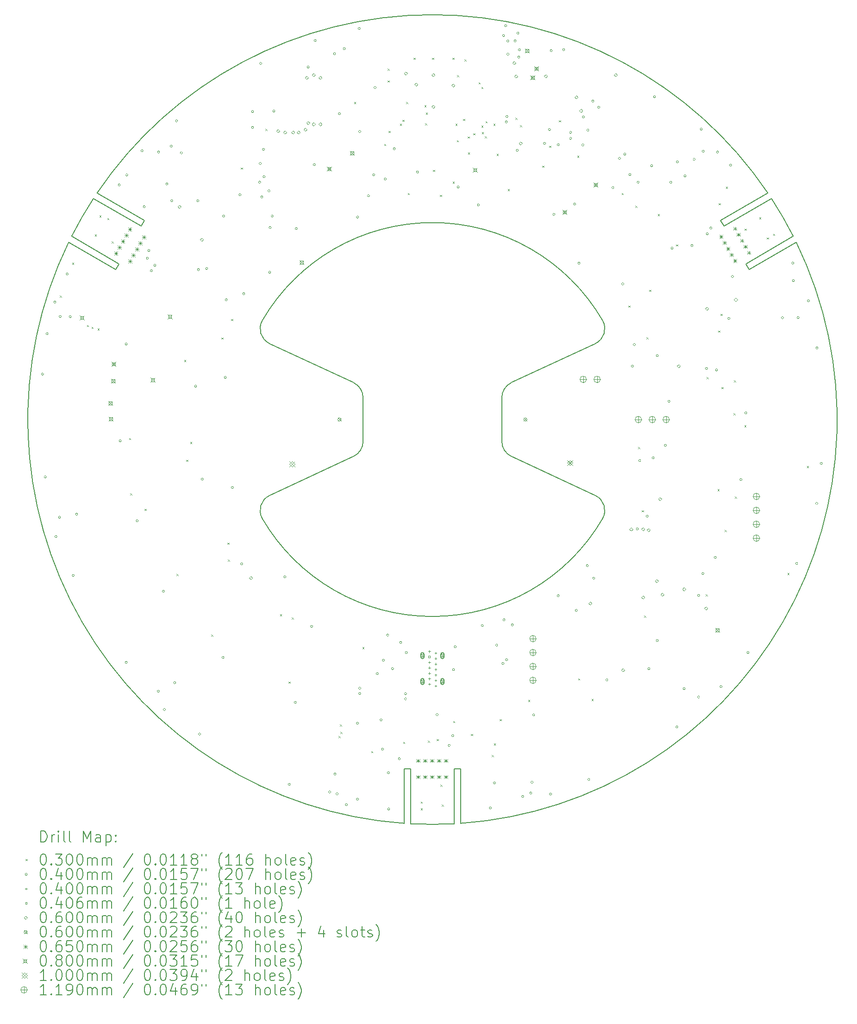
<source format=gbr>
%TF.GenerationSoftware,KiCad,Pcbnew,7.0.1-3b83917a11~171~ubuntu22.04.1*%
%TF.CreationDate,2023-04-05T15:14:04-07:00*%
%TF.ProjectId,dancing_forest,64616e63-696e-4675-9f66-6f726573742e,rev?*%
%TF.SameCoordinates,Original*%
%TF.FileFunction,Drillmap*%
%TF.FilePolarity,Positive*%
%FSLAX45Y45*%
G04 Gerber Fmt 4.5, Leading zero omitted, Abs format (unit mm)*
G04 Created by KiCad (PCBNEW 7.0.1-3b83917a11~171~ubuntu22.04.1) date 2023-04-05 15:14:04*
%MOMM*%
%LPD*%
G01*
G04 APERTURE LIST*
%ADD10C,0.200000*%
%ADD11C,0.030000*%
%ADD12C,0.040000*%
%ADD13C,0.040640*%
%ADD14C,0.060000*%
%ADD15C,0.065000*%
%ADD16C,0.080000*%
%ADD17C,0.100000*%
%ADD18C,0.119000*%
G04 APERTURE END LIST*
D10*
X20400000Y-27389181D02*
X20400000Y-26385000D01*
X23110886Y-18188264D02*
G75*
G03*
X16889114Y-18188264I-3110886J-1811736D01*
G01*
X18731170Y-19599456D02*
G75*
G03*
X18557955Y-19327563I-299990J6D01*
G01*
X21442045Y-19327563D02*
X22978431Y-18611135D01*
X21268831Y-19599456D02*
X21268831Y-20400545D01*
X25789572Y-17257833D02*
X25729572Y-17153910D01*
X26132746Y-15858813D02*
G75*
G03*
X13867254Y-15858813I-6132746J-4141187D01*
G01*
X14270428Y-17153910D02*
X14210428Y-17257833D01*
X14730428Y-16357167D02*
X14670428Y-16461090D01*
X25329572Y-16461090D02*
X25269572Y-16357167D01*
X22978431Y-18611134D02*
G75*
G03*
X23110886Y-18188264I-126791J271894D01*
G01*
X18557955Y-19327563D02*
X17021569Y-18611135D01*
X16889118Y-18188267D02*
G75*
G03*
X17021569Y-18611135I259222J-150983D01*
G01*
X20520000Y-27381707D02*
G75*
G03*
X26652746Y-16759480I-520000J7381707D01*
G01*
X26599219Y-16651819D02*
G75*
G03*
X26199219Y-15958999I-6599219J-3348181D01*
G01*
X13400781Y-16651819D02*
X14270428Y-17153910D01*
X19600000Y-27389181D02*
G75*
G03*
X20400000Y-27389181I400000J7389194D01*
G01*
X18731169Y-19599456D02*
X18731169Y-20400545D01*
X21442045Y-19327562D02*
G75*
G03*
X21268831Y-19599456I126795J-271898D01*
G01*
X14670428Y-16461090D02*
X13800781Y-15958999D01*
X23110882Y-21811733D02*
G75*
G03*
X22978431Y-21388865I-259222J150983D01*
G01*
X13347254Y-16759480D02*
G75*
G03*
X19480000Y-27381707I6652746J-3240520D01*
G01*
X14210428Y-17257833D02*
X13347254Y-16759480D01*
X20520000Y-26385000D02*
X20520000Y-27381707D01*
X26199219Y-15958999D02*
X25329572Y-16461090D01*
X17021569Y-21388866D02*
G75*
G03*
X16889114Y-21811736I126791J-271894D01*
G01*
X26652746Y-16759480D02*
X25789572Y-17257833D01*
X18557955Y-20672438D02*
G75*
G03*
X18731169Y-20400545I-126795J271898D01*
G01*
X21442045Y-20672437D02*
X22978431Y-21388865D01*
X18557955Y-20672437D02*
X17021569Y-21388865D01*
X16889114Y-21811736D02*
G75*
G03*
X23110886Y-21811736I3110886J1811736D01*
G01*
X19480000Y-26385000D02*
X19600000Y-26385000D01*
X25269572Y-16357167D02*
X26132746Y-15858813D01*
X19600000Y-26385000D02*
X19600000Y-27389181D01*
X13800781Y-15958999D02*
G75*
G03*
X13400781Y-16651819I6199219J-4041001D01*
G01*
X25729572Y-17153910D02*
X26599219Y-16651819D01*
X19480000Y-27381707D02*
X19480000Y-26385000D01*
X21268830Y-20400545D02*
G75*
G03*
X21442045Y-20672437I299990J-6D01*
G01*
X13867254Y-15858813D02*
X14730428Y-16357167D01*
X20400000Y-26385000D02*
X20520000Y-26385000D01*
D11*
X13185000Y-17735000D02*
X13215000Y-17765000D01*
X13215000Y-17735000D02*
X13185000Y-17765000D01*
X13410000Y-17135000D02*
X13440000Y-17165000D01*
X13440000Y-17135000D02*
X13410000Y-17165000D01*
X13680000Y-18272500D02*
X13710000Y-18302500D01*
X13710000Y-18272500D02*
X13680000Y-18302500D01*
X13767500Y-18305000D02*
X13797500Y-18335000D01*
X13797500Y-18305000D02*
X13767500Y-18335000D01*
X13825000Y-16615000D02*
X13855000Y-16645000D01*
X13855000Y-16615000D02*
X13825000Y-16645000D01*
X13875000Y-18335000D02*
X13905000Y-18365000D01*
X13905000Y-18335000D02*
X13875000Y-18365000D01*
X13910000Y-16270000D02*
X13940000Y-16300000D01*
X13940000Y-16270000D02*
X13910000Y-16300000D01*
X14055000Y-16315000D02*
X14085000Y-16345000D01*
X14085000Y-16315000D02*
X14055000Y-16345000D01*
X14135000Y-16745000D02*
X14165000Y-16775000D01*
X14165000Y-16745000D02*
X14135000Y-16775000D01*
X14452500Y-20337500D02*
X14482500Y-20367500D01*
X14482500Y-20337500D02*
X14452500Y-20367500D01*
X14472500Y-21350000D02*
X14502500Y-21380000D01*
X14502500Y-21350000D02*
X14472500Y-21380000D01*
X14737500Y-21632500D02*
X14767500Y-21662500D01*
X14767500Y-21632500D02*
X14737500Y-21662500D01*
X15317500Y-22822500D02*
X15347500Y-22852500D01*
X15347500Y-22822500D02*
X15317500Y-22852500D01*
X15460000Y-18909000D02*
X15490000Y-18939000D01*
X15490000Y-18909000D02*
X15460000Y-18939000D01*
X15497000Y-20736000D02*
X15527000Y-20766000D01*
X15527000Y-20736000D02*
X15497000Y-20766000D01*
X15571000Y-20409000D02*
X15601000Y-20439000D01*
X15601000Y-20409000D02*
X15571000Y-20439000D01*
X15956000Y-23934000D02*
X15986000Y-23964000D01*
X15986000Y-23934000D02*
X15956000Y-23964000D01*
X16142500Y-18501000D02*
X16172500Y-18531000D01*
X16172500Y-18501000D02*
X16142500Y-18531000D01*
X16251000Y-22250000D02*
X16281000Y-22280000D01*
X16281000Y-22250000D02*
X16251000Y-22280000D01*
X16260000Y-22560000D02*
X16290000Y-22590000D01*
X16290000Y-22560000D02*
X16260000Y-22590000D01*
X16317500Y-18162500D02*
X16347500Y-18192500D01*
X16347500Y-18162500D02*
X16317500Y-18192500D01*
X16495000Y-15395000D02*
X16525000Y-15425000D01*
X16525000Y-15395000D02*
X16495000Y-15425000D01*
X16945000Y-14685000D02*
X16975000Y-14715000D01*
X16975000Y-14685000D02*
X16945000Y-14715000D01*
X17212000Y-23559000D02*
X17242000Y-23589000D01*
X17242000Y-23559000D02*
X17212000Y-23589000D01*
X17367000Y-24791000D02*
X17397000Y-24821000D01*
X17397000Y-24791000D02*
X17367000Y-24821000D01*
X17428000Y-23619000D02*
X17458000Y-23649000D01*
X17458000Y-23619000D02*
X17428000Y-23649000D01*
X18282500Y-25785000D02*
X18312500Y-25815000D01*
X18312500Y-25785000D02*
X18282500Y-25815000D01*
X18310000Y-25574613D02*
X18340000Y-25604613D01*
X18340000Y-25574613D02*
X18310000Y-25604613D01*
X18318424Y-25708019D02*
X18348424Y-25738019D01*
X18348424Y-25708019D02*
X18318424Y-25738019D01*
X18565000Y-14195000D02*
X18595000Y-14225000D01*
X18595000Y-14195000D02*
X18565000Y-14225000D01*
X18718000Y-24160000D02*
X18748000Y-24190000D01*
X18748000Y-24160000D02*
X18718000Y-24190000D01*
X18880000Y-26060000D02*
X18910000Y-26090000D01*
X18910000Y-26060000D02*
X18880000Y-26090000D01*
X19115000Y-14961000D02*
X19145000Y-14991000D01*
X19145000Y-14961000D02*
X19115000Y-14991000D01*
X19180000Y-13585000D02*
X19210000Y-13615000D01*
X19210000Y-13585000D02*
X19180000Y-13615000D01*
X19182500Y-13802500D02*
X19212500Y-13832500D01*
X19212500Y-13802500D02*
X19182500Y-13832500D01*
X19195000Y-14725000D02*
X19225000Y-14755000D01*
X19225000Y-14725000D02*
X19195000Y-14755000D01*
X19405000Y-14591050D02*
X19435000Y-14621050D01*
X19435000Y-14591050D02*
X19405000Y-14621050D01*
X19450841Y-14520841D02*
X19480841Y-14550841D01*
X19480841Y-14520841D02*
X19450841Y-14550841D01*
X19462500Y-25892500D02*
X19492500Y-25922500D01*
X19492500Y-25892500D02*
X19462500Y-25922500D01*
X19517450Y-14195000D02*
X19547450Y-14225000D01*
X19547450Y-14195000D02*
X19517450Y-14225000D01*
X19549000Y-15858000D02*
X19579000Y-15888000D01*
X19579000Y-15858000D02*
X19549000Y-15888000D01*
X19655000Y-13385000D02*
X19685000Y-13415000D01*
X19685000Y-13385000D02*
X19655000Y-13415000D01*
X19785000Y-26985000D02*
X19815000Y-27015000D01*
X19815000Y-26985000D02*
X19785000Y-27015000D01*
X19785000Y-27105000D02*
X19815000Y-27135000D01*
X19815000Y-27105000D02*
X19785000Y-27135000D01*
X19855000Y-14255950D02*
X19885000Y-14285950D01*
X19885000Y-14255950D02*
X19855000Y-14285950D01*
X19865000Y-14585000D02*
X19895000Y-14615000D01*
X19895000Y-14585000D02*
X19865000Y-14615000D01*
X19880000Y-14390000D02*
X19910000Y-14420000D01*
X19910000Y-14390000D02*
X19880000Y-14420000D01*
X19915000Y-25872500D02*
X19945000Y-25902500D01*
X19945000Y-25872500D02*
X19915000Y-25902500D01*
X19995000Y-13385000D02*
X20025000Y-13415000D01*
X20025000Y-13385000D02*
X19995000Y-13415000D01*
X20010000Y-15435000D02*
X20040000Y-15465000D01*
X20040000Y-15435000D02*
X20010000Y-15465000D01*
X20077500Y-25840000D02*
X20107500Y-25870000D01*
X20107500Y-25840000D02*
X20077500Y-25870000D01*
X20135000Y-15891285D02*
X20165000Y-15921285D01*
X20165000Y-15891285D02*
X20135000Y-15921285D01*
X20145000Y-26675000D02*
X20175000Y-26705000D01*
X20175000Y-26675000D02*
X20145000Y-26705000D01*
X20170000Y-27040000D02*
X20200000Y-27070000D01*
X20200000Y-27040000D02*
X20170000Y-27070000D01*
X20365000Y-13385000D02*
X20395000Y-13415000D01*
X20395000Y-13385000D02*
X20365000Y-13415000D01*
X20371750Y-15649250D02*
X20401750Y-15679250D01*
X20401750Y-15649250D02*
X20371750Y-15679250D01*
X20380000Y-25512500D02*
X20410000Y-25542500D01*
X20410000Y-25512500D02*
X20380000Y-25542500D01*
X20421000Y-14591000D02*
X20451000Y-14621000D01*
X20451000Y-14591000D02*
X20421000Y-14621000D01*
X20445000Y-14895000D02*
X20475000Y-14925000D01*
X20475000Y-14895000D02*
X20445000Y-14925000D01*
X20452306Y-13702306D02*
X20482306Y-13732306D01*
X20482306Y-13702306D02*
X20452306Y-13732306D01*
X20560000Y-14505000D02*
X20590000Y-14535000D01*
X20590000Y-14505000D02*
X20560000Y-14535000D01*
X20585000Y-13415000D02*
X20615000Y-13445000D01*
X20615000Y-13415000D02*
X20585000Y-13445000D01*
X20645000Y-14825000D02*
X20675000Y-14855000D01*
X20675000Y-14825000D02*
X20645000Y-14855000D01*
X20650000Y-15120000D02*
X20680000Y-15150000D01*
X20680000Y-15120000D02*
X20650000Y-15150000D01*
X20702500Y-25747500D02*
X20732500Y-25777500D01*
X20732500Y-25747500D02*
X20702500Y-25777500D01*
X20745000Y-14765000D02*
X20775000Y-14795000D01*
X20775000Y-14765000D02*
X20745000Y-14795000D01*
X20845000Y-13835000D02*
X20875000Y-13865000D01*
X20875000Y-13835000D02*
X20845000Y-13865000D01*
X20895000Y-13921050D02*
X20925000Y-13951050D01*
X20925000Y-13921050D02*
X20895000Y-13951050D01*
X20895841Y-14625841D02*
X20925841Y-14655841D01*
X20925841Y-14625841D02*
X20895841Y-14655841D01*
X20905000Y-14745000D02*
X20935000Y-14775000D01*
X20935000Y-14745000D02*
X20905000Y-14775000D01*
X20958000Y-14822000D02*
X20988000Y-14852000D01*
X20988000Y-14822000D02*
X20958000Y-14852000D01*
X20972550Y-14545000D02*
X21002550Y-14575000D01*
X21002550Y-14545000D02*
X20972550Y-14575000D01*
X21084755Y-26135000D02*
X21114755Y-26165000D01*
X21114755Y-26135000D02*
X21084755Y-26165000D01*
X21115000Y-14594950D02*
X21145000Y-14624950D01*
X21145000Y-14594950D02*
X21115000Y-14624950D01*
X21122500Y-25922500D02*
X21152500Y-25952500D01*
X21152500Y-25922500D02*
X21122500Y-25952500D01*
X21175000Y-15145000D02*
X21205000Y-15175000D01*
X21205000Y-15145000D02*
X21175000Y-15175000D01*
X21230000Y-25477000D02*
X21260000Y-25507000D01*
X21260000Y-25477000D02*
X21230000Y-25507000D01*
X21377427Y-15785000D02*
X21407427Y-15815000D01*
X21407427Y-15785000D02*
X21377427Y-15815000D01*
X21517000Y-14482000D02*
X21547000Y-14512000D01*
X21547000Y-14482000D02*
X21517000Y-14512000D01*
X21602000Y-14617000D02*
X21632000Y-14647000D01*
X21632000Y-14617000D02*
X21602000Y-14647000D01*
X21750000Y-25125000D02*
X21780000Y-25155000D01*
X21780000Y-25125000D02*
X21750000Y-25155000D01*
X22010000Y-15360000D02*
X22040000Y-15390000D01*
X22040000Y-15360000D02*
X22010000Y-15390000D01*
X22135000Y-14995000D02*
X22165000Y-15025000D01*
X22165000Y-14995000D02*
X22135000Y-15025000D01*
X22314000Y-14530000D02*
X22344000Y-14560000D01*
X22344000Y-14530000D02*
X22314000Y-14560000D01*
X22646000Y-15176000D02*
X22676000Y-15206000D01*
X22676000Y-15176000D02*
X22646000Y-15206000D01*
X22665000Y-24732000D02*
X22695000Y-24762000D01*
X22695000Y-24732000D02*
X22665000Y-24762000D01*
X22910000Y-25110000D02*
X22940000Y-25140000D01*
X22940000Y-25110000D02*
X22910000Y-25140000D01*
X23460000Y-15860000D02*
X23490000Y-15890000D01*
X23490000Y-15860000D02*
X23460000Y-15890000D01*
X23582500Y-17917500D02*
X23612500Y-17947500D01*
X23612500Y-17917500D02*
X23582500Y-17947500D01*
X23708000Y-16091000D02*
X23738000Y-16121000D01*
X23738000Y-16091000D02*
X23708000Y-16121000D01*
X23763000Y-20505000D02*
X23793000Y-20535000D01*
X23793000Y-20505000D02*
X23763000Y-20535000D01*
X23830000Y-21660000D02*
X23860000Y-21690000D01*
X23860000Y-21660000D02*
X23830000Y-21690000D01*
X23873000Y-23584000D02*
X23903000Y-23614000D01*
X23903000Y-23584000D02*
X23873000Y-23614000D01*
X23912500Y-18495000D02*
X23942500Y-18525000D01*
X23942500Y-18495000D02*
X23912500Y-18525000D01*
X23965000Y-17630000D02*
X23995000Y-17660000D01*
X23995000Y-17630000D02*
X23965000Y-17660000D01*
X24121000Y-16246000D02*
X24151000Y-16276000D01*
X24151000Y-16246000D02*
X24121000Y-16276000D01*
X24453000Y-16797000D02*
X24483000Y-16827000D01*
X24483000Y-16797000D02*
X24453000Y-16827000D01*
X24995000Y-23195000D02*
X25025000Y-23225000D01*
X25025000Y-23195000D02*
X24995000Y-23225000D01*
X25013288Y-19225000D02*
X25043288Y-19255000D01*
X25043288Y-19225000D02*
X25013288Y-19255000D01*
X25214000Y-21275000D02*
X25244000Y-21305000D01*
X25244000Y-21275000D02*
X25214000Y-21305000D01*
X25224000Y-18372000D02*
X25254000Y-18402000D01*
X25254000Y-18372000D02*
X25224000Y-18402000D01*
X25235000Y-16045000D02*
X25265000Y-16075000D01*
X25265000Y-16045000D02*
X25235000Y-16075000D01*
X25266000Y-18067000D02*
X25296000Y-18097000D01*
X25296000Y-18067000D02*
X25266000Y-18097000D01*
X25285000Y-19405000D02*
X25315000Y-19435000D01*
X25315000Y-19405000D02*
X25285000Y-19435000D01*
X25343000Y-22017500D02*
X25373000Y-22047500D01*
X25373000Y-22017500D02*
X25343000Y-22047500D01*
X25365000Y-15745000D02*
X25395000Y-15775000D01*
X25395000Y-15745000D02*
X25365000Y-15775000D01*
X25505000Y-19885000D02*
X25535000Y-19915000D01*
X25535000Y-19885000D02*
X25505000Y-19915000D01*
X25515000Y-19285000D02*
X25545000Y-19315000D01*
X25545000Y-19285000D02*
X25515000Y-19315000D01*
X25530000Y-21410000D02*
X25560000Y-21440000D01*
X25560000Y-21410000D02*
X25530000Y-21440000D01*
X25702000Y-20104000D02*
X25732000Y-20134000D01*
X25732000Y-20104000D02*
X25702000Y-20134000D01*
X25710000Y-16510000D02*
X25740000Y-16540000D01*
X25740000Y-16510000D02*
X25710000Y-16540000D01*
X25975000Y-16305000D02*
X26005000Y-16335000D01*
X26005000Y-16305000D02*
X25975000Y-16335000D01*
X26115000Y-16670000D02*
X26145000Y-16700000D01*
X26145000Y-16670000D02*
X26115000Y-16700000D01*
X26230000Y-16605000D02*
X26260000Y-16635000D01*
X26260000Y-16605000D02*
X26230000Y-16635000D01*
X26491000Y-22806000D02*
X26521000Y-22836000D01*
X26521000Y-22806000D02*
X26491000Y-22836000D01*
X26846000Y-20850000D02*
X26876000Y-20880000D01*
X26876000Y-20850000D02*
X26846000Y-20880000D01*
D12*
X12890000Y-19170000D02*
G75*
G03*
X12890000Y-19170000I-20000J0D01*
G01*
X12940000Y-21050000D02*
G75*
G03*
X12940000Y-21050000I-20000J0D01*
G01*
X12972500Y-18430000D02*
G75*
G03*
X12972500Y-18430000I-20000J0D01*
G01*
X13115000Y-17851000D02*
G75*
G03*
X13115000Y-17851000I-20000J0D01*
G01*
X13135000Y-22137500D02*
G75*
G03*
X13135000Y-22137500I-20000J0D01*
G01*
X13200000Y-21787500D02*
G75*
G03*
X13200000Y-21787500I-20000J0D01*
G01*
X13212500Y-18115000D02*
G75*
G03*
X13212500Y-18115000I-20000J0D01*
G01*
X13340000Y-17340000D02*
G75*
G03*
X13340000Y-17340000I-20000J0D01*
G01*
X13396059Y-18120000D02*
G75*
G03*
X13396059Y-18120000I-20000J0D01*
G01*
X13450000Y-22850000D02*
G75*
G03*
X13450000Y-22850000I-20000J0D01*
G01*
X13513056Y-21730000D02*
G75*
G03*
X13513056Y-21730000I-20000J0D01*
G01*
X14290000Y-15710000D02*
G75*
G03*
X14290000Y-15710000I-20000J0D01*
G01*
X14310000Y-20390000D02*
G75*
G03*
X14310000Y-20390000I-20000J0D01*
G01*
X14420000Y-18620000D02*
G75*
G03*
X14420000Y-18620000I-20000J0D01*
G01*
X14420000Y-24440000D02*
G75*
G03*
X14420000Y-24440000I-20000J0D01*
G01*
X14430000Y-15530000D02*
G75*
G03*
X14430000Y-15530000I-20000J0D01*
G01*
X14620000Y-21850000D02*
G75*
G03*
X14620000Y-21850000I-20000J0D01*
G01*
X14710000Y-15087500D02*
G75*
G03*
X14710000Y-15087500I-20000J0D01*
G01*
X14747500Y-16107500D02*
G75*
G03*
X14747500Y-16107500I-20000J0D01*
G01*
X14808038Y-17050000D02*
G75*
G03*
X14808038Y-17050000I-20000J0D01*
G01*
X14835000Y-16910000D02*
G75*
G03*
X14835000Y-16910000I-20000J0D01*
G01*
X14880000Y-17280000D02*
G75*
G03*
X14880000Y-17280000I-20000J0D01*
G01*
X14945000Y-17180000D02*
G75*
G03*
X14945000Y-17180000I-20000J0D01*
G01*
X15007500Y-24965000D02*
G75*
G03*
X15007500Y-24965000I-20000J0D01*
G01*
X15012500Y-15110000D02*
G75*
G03*
X15012500Y-15110000I-20000J0D01*
G01*
X15100000Y-23140000D02*
G75*
G03*
X15100000Y-23140000I-20000J0D01*
G01*
X15117500Y-25302500D02*
G75*
G03*
X15117500Y-25302500I-20000J0D01*
G01*
X15162500Y-15692500D02*
G75*
G03*
X15162500Y-15692500I-20000J0D01*
G01*
X15242500Y-15000000D02*
G75*
G03*
X15242500Y-15000000I-20000J0D01*
G01*
X15252500Y-16000000D02*
G75*
G03*
X15252500Y-16000000I-20000J0D01*
G01*
X15306594Y-24810906D02*
G75*
G03*
X15306594Y-24810906I-20000J0D01*
G01*
X15340000Y-14540000D02*
G75*
G03*
X15340000Y-14540000I-20000J0D01*
G01*
X15427500Y-15125000D02*
G75*
G03*
X15427500Y-15125000I-20000J0D01*
G01*
X15690000Y-19390000D02*
G75*
G03*
X15690000Y-19390000I-20000J0D01*
G01*
X15730000Y-16000000D02*
G75*
G03*
X15730000Y-16000000I-20000J0D01*
G01*
X15740000Y-17260000D02*
G75*
G03*
X15740000Y-17260000I-20000J0D01*
G01*
X15760000Y-25750000D02*
G75*
G03*
X15760000Y-25750000I-20000J0D01*
G01*
X15810000Y-21090000D02*
G75*
G03*
X15810000Y-21090000I-20000J0D01*
G01*
X15890000Y-17240000D02*
G75*
G03*
X15890000Y-17240000I-20000J0D01*
G01*
X16190000Y-24350000D02*
G75*
G03*
X16190000Y-24350000I-20000J0D01*
G01*
X16200000Y-16280000D02*
G75*
G03*
X16200000Y-16280000I-20000J0D01*
G01*
X16230000Y-19230000D02*
G75*
G03*
X16230000Y-19230000I-20000J0D01*
G01*
X16250000Y-17810000D02*
G75*
G03*
X16250000Y-17810000I-20000J0D01*
G01*
X16360000Y-21240000D02*
G75*
G03*
X16360000Y-21240000I-20000J0D01*
G01*
X16500000Y-15890000D02*
G75*
G03*
X16500000Y-15890000I-20000J0D01*
G01*
X16530000Y-22640000D02*
G75*
G03*
X16530000Y-22640000I-20000J0D01*
G01*
X16570000Y-17700000D02*
G75*
G03*
X16570000Y-17700000I-20000J0D01*
G01*
X16730000Y-14370000D02*
G75*
G03*
X16730000Y-14370000I-20000J0D01*
G01*
X16730000Y-14660000D02*
G75*
G03*
X16730000Y-14660000I-20000J0D01*
G01*
X16860000Y-15660000D02*
G75*
G03*
X16860000Y-15660000I-20000J0D01*
G01*
X16870000Y-15320000D02*
G75*
G03*
X16870000Y-15320000I-20000J0D01*
G01*
X16880000Y-13490000D02*
G75*
G03*
X16880000Y-13490000I-20000J0D01*
G01*
X16900000Y-15930000D02*
G75*
G03*
X16900000Y-15930000I-20000J0D01*
G01*
X16930000Y-15060000D02*
G75*
G03*
X16930000Y-15060000I-20000J0D01*
G01*
X16940000Y-15560000D02*
G75*
G03*
X16940000Y-15560000I-20000J0D01*
G01*
X17030000Y-15820000D02*
G75*
G03*
X17030000Y-15820000I-20000J0D01*
G01*
X17042500Y-17307500D02*
G75*
G03*
X17042500Y-17307500I-20000J0D01*
G01*
X17050000Y-16490000D02*
G75*
G03*
X17050000Y-16490000I-20000J0D01*
G01*
X17090000Y-16280000D02*
G75*
G03*
X17090000Y-16280000I-20000J0D01*
G01*
X17120000Y-14360000D02*
G75*
G03*
X17120000Y-14360000I-20000J0D01*
G01*
X17320000Y-22875000D02*
G75*
G03*
X17320000Y-22875000I-20000J0D01*
G01*
X17400000Y-26670000D02*
G75*
G03*
X17400000Y-26670000I-20000J0D01*
G01*
X17510000Y-25170000D02*
G75*
G03*
X17510000Y-25170000I-20000J0D01*
G01*
X17530000Y-16510000D02*
G75*
G03*
X17530000Y-16510000I-20000J0D01*
G01*
X17745000Y-13557500D02*
G75*
G03*
X17745000Y-13557500I-20000J0D01*
G01*
X17810000Y-23780000D02*
G75*
G03*
X17810000Y-23780000I-20000J0D01*
G01*
X17860000Y-15340000D02*
G75*
G03*
X17860000Y-15340000I-20000J0D01*
G01*
X17875000Y-13070000D02*
G75*
G03*
X17875000Y-13070000I-20000J0D01*
G01*
X18140000Y-26810000D02*
G75*
G03*
X18140000Y-26810000I-20000J0D01*
G01*
X18230000Y-13312500D02*
G75*
G03*
X18230000Y-13312500I-20000J0D01*
G01*
X18237500Y-26479793D02*
G75*
G03*
X18237500Y-26479793I-20000J0D01*
G01*
X18275000Y-26842500D02*
G75*
G03*
X18275000Y-26842500I-20000J0D01*
G01*
X18320000Y-14410000D02*
G75*
G03*
X18320000Y-14410000I-20000J0D01*
G01*
X18405000Y-13220000D02*
G75*
G03*
X18405000Y-13220000I-20000J0D01*
G01*
X18447500Y-27042500D02*
G75*
G03*
X18447500Y-27042500I-20000J0D01*
G01*
X18650000Y-16300000D02*
G75*
G03*
X18650000Y-16300000I-20000J0D01*
G01*
X18650000Y-25550000D02*
G75*
G03*
X18650000Y-25550000I-20000J0D01*
G01*
X18650000Y-26940000D02*
G75*
G03*
X18650000Y-26940000I-20000J0D01*
G01*
X18680000Y-12850000D02*
G75*
G03*
X18680000Y-12850000I-20000J0D01*
G01*
X18690000Y-14735000D02*
G75*
G03*
X18690000Y-14735000I-20000J0D01*
G01*
X18690000Y-24912500D02*
G75*
G03*
X18690000Y-24912500I-20000J0D01*
G01*
X18690000Y-25007500D02*
G75*
G03*
X18690000Y-25007500I-20000J0D01*
G01*
X18850000Y-15910000D02*
G75*
G03*
X18850000Y-15910000I-20000J0D01*
G01*
X18945000Y-15525000D02*
G75*
G03*
X18945000Y-15525000I-20000J0D01*
G01*
X18970000Y-13930000D02*
G75*
G03*
X18970000Y-13930000I-20000J0D01*
G01*
X19010000Y-24645000D02*
G75*
G03*
X19010000Y-24645000I-20000J0D01*
G01*
X19080000Y-25490000D02*
G75*
G03*
X19080000Y-25490000I-20000J0D01*
G01*
X19108800Y-26025000D02*
G75*
G03*
X19108800Y-26025000I-20000J0D01*
G01*
X19125000Y-24400000D02*
G75*
G03*
X19125000Y-24400000I-20000J0D01*
G01*
X19157000Y-15603000D02*
G75*
G03*
X19157000Y-15603000I-20000J0D01*
G01*
X19200000Y-23940000D02*
G75*
G03*
X19200000Y-23940000I-20000J0D01*
G01*
X19212500Y-26457500D02*
G75*
G03*
X19212500Y-26457500I-20000J0D01*
G01*
X19220000Y-27120000D02*
G75*
G03*
X19220000Y-27120000I-20000J0D01*
G01*
X19290000Y-24555000D02*
G75*
G03*
X19290000Y-24555000I-20000J0D01*
G01*
X19320000Y-15050000D02*
G75*
G03*
X19320000Y-15050000I-20000J0D01*
G01*
X19412500Y-26200000D02*
G75*
G03*
X19412500Y-26200000I-20000J0D01*
G01*
X19440000Y-24075000D02*
G75*
G03*
X19440000Y-24075000I-20000J0D01*
G01*
X19526994Y-25012500D02*
G75*
G03*
X19526994Y-25012500I-20000J0D01*
G01*
X19526994Y-25107500D02*
G75*
G03*
X19526994Y-25107500I-20000J0D01*
G01*
X19540000Y-24260000D02*
G75*
G03*
X19540000Y-24260000I-20000J0D01*
G01*
X19745000Y-15475000D02*
G75*
G03*
X19745000Y-15475000I-20000J0D01*
G01*
X20105000Y-25395000D02*
G75*
G03*
X20105000Y-25395000I-20000J0D01*
G01*
X20325000Y-25957500D02*
G75*
G03*
X20325000Y-25957500I-20000J0D01*
G01*
X20390000Y-25780000D02*
G75*
G03*
X20390000Y-25780000I-20000J0D01*
G01*
X20405000Y-24570000D02*
G75*
G03*
X20405000Y-24570000I-20000J0D01*
G01*
X20437000Y-24154000D02*
G75*
G03*
X20437000Y-24154000I-20000J0D01*
G01*
X20490000Y-15750000D02*
G75*
G03*
X20490000Y-15750000I-20000J0D01*
G01*
X20861000Y-16076472D02*
G75*
G03*
X20861000Y-16076472I-20000J0D01*
G01*
X20930000Y-23765000D02*
G75*
G03*
X20930000Y-23765000I-20000J0D01*
G01*
X21080000Y-27100000D02*
G75*
G03*
X21080000Y-27100000I-20000J0D01*
G01*
X21154000Y-26642000D02*
G75*
G03*
X21154000Y-26642000I-20000J0D01*
G01*
X21195000Y-24125000D02*
G75*
G03*
X21195000Y-24125000I-20000J0D01*
G01*
X21308657Y-24459126D02*
G75*
G03*
X21308657Y-24459126I-20000J0D01*
G01*
X21320000Y-12980000D02*
G75*
G03*
X21320000Y-12980000I-20000J0D01*
G01*
X21330000Y-23660000D02*
G75*
G03*
X21330000Y-23660000I-20000J0D01*
G01*
X21360000Y-12800000D02*
G75*
G03*
X21360000Y-12800000I-20000J0D01*
G01*
X21370000Y-14560000D02*
G75*
G03*
X21370000Y-14560000I-20000J0D01*
G01*
X21375832Y-24391951D02*
G75*
G03*
X21375832Y-24391951I-20000J0D01*
G01*
X21380000Y-14460000D02*
G75*
G03*
X21380000Y-14460000I-20000J0D01*
G01*
X21397500Y-13080050D02*
G75*
G03*
X21397500Y-13080050I-20000J0D01*
G01*
X21400000Y-13320000D02*
G75*
G03*
X21400000Y-13320000I-20000J0D01*
G01*
X21480000Y-23755000D02*
G75*
G03*
X21480000Y-23755000I-20000J0D01*
G01*
X21532000Y-13077000D02*
G75*
G03*
X21532000Y-13077000I-20000J0D01*
G01*
X21570000Y-15077465D02*
G75*
G03*
X21570000Y-15077465I-20000J0D01*
G01*
X21582500Y-12935000D02*
G75*
G03*
X21582500Y-12935000I-20000J0D01*
G01*
X21598000Y-13373000D02*
G75*
G03*
X21598000Y-13373000I-20000J0D01*
G01*
X21608268Y-13239950D02*
G75*
G03*
X21608268Y-13239950I-20000J0D01*
G01*
X21670000Y-26890000D02*
G75*
G03*
X21670000Y-26890000I-20000J0D01*
G01*
X21817500Y-26827500D02*
G75*
G03*
X21817500Y-26827500I-20000J0D01*
G01*
X21840000Y-26630000D02*
G75*
G03*
X21840000Y-26630000I-20000J0D01*
G01*
X21870000Y-25400000D02*
G75*
G03*
X21870000Y-25400000I-20000J0D01*
G01*
X22070000Y-14950000D02*
G75*
G03*
X22070000Y-14950000I-20000J0D01*
G01*
X22160000Y-14700000D02*
G75*
G03*
X22160000Y-14700000I-20000J0D01*
G01*
X22180000Y-26845000D02*
G75*
G03*
X22180000Y-26845000I-20000J0D01*
G01*
X22190000Y-13255000D02*
G75*
G03*
X22190000Y-13255000I-20000J0D01*
G01*
X22240000Y-16250000D02*
G75*
G03*
X22240000Y-16250000I-20000J0D01*
G01*
X22320000Y-14975000D02*
G75*
G03*
X22320000Y-14975000I-20000J0D01*
G01*
X22320000Y-23220000D02*
G75*
G03*
X22320000Y-23220000I-20000J0D01*
G01*
X22420000Y-13240000D02*
G75*
G03*
X22420000Y-13240000I-20000J0D01*
G01*
X22545000Y-14750000D02*
G75*
G03*
X22545000Y-14750000I-20000J0D01*
G01*
X22545000Y-14860000D02*
G75*
G03*
X22545000Y-14860000I-20000J0D01*
G01*
X22620000Y-16062000D02*
G75*
G03*
X22620000Y-16062000I-20000J0D01*
G01*
X22650000Y-23490000D02*
G75*
G03*
X22650000Y-23490000I-20000J0D01*
G01*
X22700000Y-17140000D02*
G75*
G03*
X22700000Y-17140000I-20000J0D01*
G01*
X22770000Y-14980000D02*
G75*
G03*
X22770000Y-14980000I-20000J0D01*
G01*
X22781000Y-14468000D02*
G75*
G03*
X22781000Y-14468000I-20000J0D01*
G01*
X22850000Y-22670000D02*
G75*
G03*
X22850000Y-22670000I-20000J0D01*
G01*
X22862500Y-14710000D02*
G75*
G03*
X22862500Y-14710000I-20000J0D01*
G01*
X22880000Y-26580000D02*
G75*
G03*
X22880000Y-26580000I-20000J0D01*
G01*
X22954000Y-14177000D02*
G75*
G03*
X22954000Y-14177000I-20000J0D01*
G01*
X22970000Y-22900000D02*
G75*
G03*
X22970000Y-22900000I-20000J0D01*
G01*
X23061000Y-14292000D02*
G75*
G03*
X23061000Y-14292000I-20000J0D01*
G01*
X23210000Y-24760000D02*
G75*
G03*
X23210000Y-24760000I-20000J0D01*
G01*
X23320000Y-15760000D02*
G75*
G03*
X23320000Y-15760000I-20000J0D01*
G01*
X23440000Y-15227500D02*
G75*
G03*
X23440000Y-15227500I-20000J0D01*
G01*
X23500000Y-17520000D02*
G75*
G03*
X23500000Y-17520000I-20000J0D01*
G01*
X23537500Y-15147500D02*
G75*
G03*
X23537500Y-15147500I-20000J0D01*
G01*
X23630000Y-15520000D02*
G75*
G03*
X23630000Y-15520000I-20000J0D01*
G01*
X23675000Y-19025000D02*
G75*
G03*
X23675000Y-19025000I-20000J0D01*
G01*
X23710000Y-18630000D02*
G75*
G03*
X23710000Y-18630000I-20000J0D01*
G01*
X23765050Y-22000000D02*
G75*
G03*
X23765050Y-22000000I-20000J0D01*
G01*
X23780000Y-15660000D02*
G75*
G03*
X23780000Y-15660000I-20000J0D01*
G01*
X23810000Y-20750000D02*
G75*
G03*
X23810000Y-20750000I-20000J0D01*
G01*
X23946573Y-21768427D02*
G75*
G03*
X23946573Y-21768427I-20000J0D01*
G01*
X23977500Y-24555000D02*
G75*
G03*
X23977500Y-24555000I-20000J0D01*
G01*
X24027500Y-15360000D02*
G75*
G03*
X24027500Y-15360000I-20000J0D01*
G01*
X24055000Y-20700000D02*
G75*
G03*
X24055000Y-20700000I-20000J0D01*
G01*
X24080000Y-14100000D02*
G75*
G03*
X24080000Y-14100000I-20000J0D01*
G01*
X24130000Y-18830000D02*
G75*
G03*
X24130000Y-18830000I-20000J0D01*
G01*
X24130000Y-24040000D02*
G75*
G03*
X24130000Y-24040000I-20000J0D01*
G01*
X24280000Y-20470000D02*
G75*
G03*
X24280000Y-20470000I-20000J0D01*
G01*
X24345000Y-19665000D02*
G75*
G03*
X24345000Y-19665000I-20000J0D01*
G01*
X24378145Y-15663185D02*
G75*
G03*
X24378145Y-15663185I-20000J0D01*
G01*
X24400000Y-16867500D02*
G75*
G03*
X24400000Y-16867500I-20000J0D01*
G01*
X24490000Y-25620000D02*
G75*
G03*
X24490000Y-25620000I-20000J0D01*
G01*
X24500365Y-15290137D02*
G75*
G03*
X24500365Y-15290137I-20000J0D01*
G01*
X24620000Y-24920000D02*
G75*
G03*
X24620000Y-24920000I-20000J0D01*
G01*
X24637000Y-15547000D02*
G75*
G03*
X24637000Y-15547000I-20000J0D01*
G01*
X24765000Y-16820000D02*
G75*
G03*
X24765000Y-16820000I-20000J0D01*
G01*
X24805000Y-15242500D02*
G75*
G03*
X24805000Y-15242500I-20000J0D01*
G01*
X24886000Y-23215000D02*
G75*
G03*
X24886000Y-23215000I-20000J0D01*
G01*
X24886509Y-25073491D02*
G75*
G03*
X24886509Y-25073491I-20000J0D01*
G01*
X24935000Y-14692500D02*
G75*
G03*
X24935000Y-14692500I-20000J0D01*
G01*
X24965000Y-22815000D02*
G75*
G03*
X24965000Y-22815000I-20000J0D01*
G01*
X24970000Y-15095000D02*
G75*
G03*
X24970000Y-15095000I-20000J0D01*
G01*
X25030000Y-19065000D02*
G75*
G03*
X25030000Y-19065000I-20000J0D01*
G01*
X25045000Y-16605000D02*
G75*
G03*
X25045000Y-16605000I-20000J0D01*
G01*
X25110000Y-16497500D02*
G75*
G03*
X25110000Y-16497500I-20000J0D01*
G01*
X25190000Y-22520000D02*
G75*
G03*
X25190000Y-22520000I-20000J0D01*
G01*
X25215000Y-19095000D02*
G75*
G03*
X25215000Y-19095000I-20000J0D01*
G01*
X25232500Y-15110000D02*
G75*
G03*
X25232500Y-15110000I-20000J0D01*
G01*
X25297500Y-24882500D02*
G75*
G03*
X25297500Y-24882500I-20000J0D01*
G01*
X25440000Y-18150000D02*
G75*
G03*
X25440000Y-18150000I-20000J0D01*
G01*
X25470000Y-15350000D02*
G75*
G03*
X25470000Y-15350000I-20000J0D01*
G01*
X25506250Y-17386250D02*
G75*
G03*
X25506250Y-17386250I-20000J0D01*
G01*
X25660000Y-21100000D02*
G75*
G03*
X25660000Y-21100000I-20000J0D01*
G01*
X25750000Y-19880000D02*
G75*
G03*
X25750000Y-19880000I-20000J0D01*
G01*
X25790000Y-24260000D02*
G75*
G03*
X25790000Y-24260000I-20000J0D01*
G01*
X26420000Y-18137500D02*
G75*
G03*
X26420000Y-18137500I-20000J0D01*
G01*
X26610000Y-17140000D02*
G75*
G03*
X26610000Y-17140000I-20000J0D01*
G01*
X26620000Y-17460000D02*
G75*
G03*
X26620000Y-17460000I-20000J0D01*
G01*
X26680000Y-22630000D02*
G75*
G03*
X26680000Y-22630000I-20000J0D01*
G01*
X26707500Y-18137500D02*
G75*
G03*
X26707500Y-18137500I-20000J0D01*
G01*
X26897500Y-17830000D02*
G75*
G03*
X26897500Y-17830000I-20000J0D01*
G01*
X27047500Y-21532500D02*
G75*
G03*
X27047500Y-21532500I-20000J0D01*
G01*
X27050000Y-18690000D02*
G75*
G03*
X27050000Y-18690000I-20000J0D01*
G01*
X27130000Y-20800000D02*
G75*
G03*
X27130000Y-20800000I-20000J0D01*
G01*
X19942000Y-24217000D02*
X19942000Y-24257000D01*
X19922000Y-24237000D02*
X19962000Y-24237000D01*
X19942000Y-24417000D02*
X19942000Y-24457000D01*
X19922000Y-24437000D02*
X19962000Y-24437000D01*
X19942000Y-24517000D02*
X19942000Y-24557000D01*
X19922000Y-24537000D02*
X19962000Y-24537000D01*
X19942000Y-24617000D02*
X19942000Y-24657000D01*
X19922000Y-24637000D02*
X19962000Y-24637000D01*
X19942000Y-24717000D02*
X19942000Y-24757000D01*
X19922000Y-24737000D02*
X19962000Y-24737000D01*
X19942000Y-24817000D02*
X19942000Y-24857000D01*
X19922000Y-24837000D02*
X19962000Y-24837000D01*
X20058000Y-24249000D02*
X20058000Y-24289000D01*
X20038000Y-24269000D02*
X20078000Y-24269000D01*
X20058000Y-24349000D02*
X20058000Y-24389000D01*
X20038000Y-24369000D02*
X20078000Y-24369000D01*
X20058000Y-24449000D02*
X20058000Y-24489000D01*
X20038000Y-24469000D02*
X20078000Y-24469000D01*
X20058000Y-24549000D02*
X20058000Y-24589000D01*
X20038000Y-24569000D02*
X20078000Y-24569000D01*
X20058000Y-24649000D02*
X20058000Y-24689000D01*
X20038000Y-24669000D02*
X20078000Y-24669000D01*
X20058000Y-24749000D02*
X20058000Y-24789000D01*
X20038000Y-24769000D02*
X20078000Y-24769000D01*
X20058000Y-24849000D02*
X20058000Y-24889000D01*
X20038000Y-24869000D02*
X20078000Y-24869000D01*
D13*
X19956369Y-24351368D02*
X19956369Y-24322631D01*
X19927632Y-24322631D01*
X19927632Y-24351368D01*
X19956369Y-24351368D01*
D14*
X15370000Y-16140000D02*
X15400000Y-16110000D01*
X15370000Y-16080000D01*
X15340000Y-16110000D01*
X15370000Y-16140000D01*
X15780000Y-16740000D02*
X15810000Y-16710000D01*
X15780000Y-16680000D01*
X15750000Y-16710000D01*
X15780000Y-16740000D01*
X16680000Y-22925000D02*
X16710000Y-22895000D01*
X16680000Y-22865000D01*
X16650000Y-22895000D01*
X16680000Y-22925000D01*
X17175000Y-14755000D02*
X17205000Y-14725000D01*
X17175000Y-14695000D01*
X17145000Y-14725000D01*
X17175000Y-14755000D01*
X17300000Y-14780000D02*
X17330000Y-14750000D01*
X17300000Y-14720000D01*
X17270000Y-14750000D01*
X17300000Y-14780000D01*
X17450000Y-14780000D02*
X17480000Y-14750000D01*
X17450000Y-14720000D01*
X17420000Y-14750000D01*
X17450000Y-14780000D01*
X17550000Y-14780000D02*
X17580000Y-14750000D01*
X17550000Y-14720000D01*
X17520000Y-14750000D01*
X17550000Y-14780000D01*
X17675000Y-14730000D02*
X17705000Y-14700000D01*
X17675000Y-14670000D01*
X17645000Y-14700000D01*
X17675000Y-14730000D01*
X17700000Y-13780000D02*
X17730000Y-13750000D01*
X17700000Y-13720000D01*
X17670000Y-13750000D01*
X17700000Y-13780000D01*
X17725000Y-14605000D02*
X17755000Y-14575000D01*
X17725000Y-14545000D01*
X17695000Y-14575000D01*
X17725000Y-14605000D01*
X17825000Y-13730000D02*
X17855000Y-13700000D01*
X17825000Y-13670000D01*
X17795000Y-13700000D01*
X17825000Y-13730000D01*
X17825000Y-14630000D02*
X17855000Y-14600000D01*
X17825000Y-14570000D01*
X17795000Y-14600000D01*
X17825000Y-14630000D01*
X17950000Y-13780000D02*
X17980000Y-13750000D01*
X17950000Y-13720000D01*
X17920000Y-13750000D01*
X17950000Y-13780000D01*
X17950000Y-14630000D02*
X17980000Y-14600000D01*
X17950000Y-14570000D01*
X17920000Y-14600000D01*
X17950000Y-14630000D01*
X19510000Y-13700000D02*
X19540000Y-13670000D01*
X19510000Y-13640000D01*
X19480000Y-13670000D01*
X19510000Y-13700000D01*
X19700000Y-13902950D02*
X19730000Y-13872950D01*
X19700000Y-13842950D01*
X19670000Y-13872950D01*
X19700000Y-13902950D01*
X20013000Y-13730000D02*
X20043000Y-13700000D01*
X20013000Y-13670000D01*
X19983000Y-13700000D01*
X20013000Y-13730000D01*
X20013000Y-14310000D02*
X20043000Y-14280000D01*
X20013000Y-14250000D01*
X19983000Y-14280000D01*
X20013000Y-14310000D01*
X20380000Y-13920000D02*
X20410000Y-13890000D01*
X20380000Y-13860000D01*
X20350000Y-13890000D01*
X20380000Y-13920000D01*
X21493500Y-13511500D02*
X21523500Y-13481500D01*
X21493500Y-13451500D01*
X21463500Y-13481500D01*
X21493500Y-13511500D01*
X21525000Y-13755000D02*
X21555000Y-13725000D01*
X21525000Y-13695000D01*
X21495000Y-13725000D01*
X21525000Y-13755000D01*
X21610000Y-14980000D02*
X21640000Y-14950000D01*
X21610000Y-14920000D01*
X21580000Y-14950000D01*
X21610000Y-14980000D01*
X22070000Y-13750000D02*
X22100000Y-13720000D01*
X22070000Y-13690000D01*
X22040000Y-13720000D01*
X22070000Y-13750000D01*
X22632000Y-14137000D02*
X22662000Y-14107000D01*
X22632000Y-14077000D01*
X22602000Y-14107000D01*
X22632000Y-14137000D01*
X22715000Y-14384000D02*
X22745000Y-14354000D01*
X22715000Y-14324000D01*
X22685000Y-14354000D01*
X22715000Y-14384000D01*
X22883283Y-23390000D02*
X22913283Y-23360000D01*
X22883283Y-23330000D01*
X22853283Y-23360000D01*
X22883283Y-23390000D01*
X23350000Y-13730000D02*
X23380000Y-13700000D01*
X23350000Y-13670000D01*
X23320000Y-13700000D01*
X23350000Y-13730000D01*
X23480000Y-24610000D02*
X23510000Y-24580000D01*
X23480000Y-24550000D01*
X23450000Y-24580000D01*
X23480000Y-24610000D01*
X23631883Y-22035883D02*
X23661883Y-22005883D01*
X23631883Y-21975883D01*
X23601883Y-22005883D01*
X23631883Y-22035883D01*
X23850000Y-22030000D02*
X23880000Y-22000000D01*
X23850000Y-21970000D01*
X23820000Y-22000000D01*
X23850000Y-22030000D01*
X23850000Y-23280000D02*
X23880000Y-23250000D01*
X23850000Y-23220000D01*
X23820000Y-23250000D01*
X23850000Y-23280000D01*
X23950000Y-22050000D02*
X23980000Y-22020000D01*
X23950000Y-21990000D01*
X23920000Y-22020000D01*
X23950000Y-22050000D01*
X24100000Y-22980000D02*
X24130000Y-22950000D01*
X24100000Y-22920000D01*
X24070000Y-22950000D01*
X24100000Y-22980000D01*
X24160000Y-21480000D02*
X24190000Y-21450000D01*
X24160000Y-21420000D01*
X24130000Y-21450000D01*
X24160000Y-21480000D01*
X24200000Y-23230000D02*
X24230000Y-23200000D01*
X24200000Y-23170000D01*
X24170000Y-23200000D01*
X24200000Y-23230000D01*
X24500000Y-19050000D02*
X24530000Y-19020000D01*
X24500000Y-18990000D01*
X24470000Y-19020000D01*
X24500000Y-19050000D01*
X24600000Y-23130000D02*
X24630000Y-23100000D01*
X24600000Y-23070000D01*
X24570000Y-23100000D01*
X24600000Y-23130000D01*
X25000000Y-23480000D02*
X25030000Y-23450000D01*
X25000000Y-23420000D01*
X24970000Y-23450000D01*
X25000000Y-23480000D01*
X25020000Y-18000000D02*
X25050000Y-17970000D01*
X25020000Y-17940000D01*
X24990000Y-17970000D01*
X25020000Y-18000000D01*
X25545000Y-17838469D02*
X25575000Y-17808469D01*
X25545000Y-17778469D01*
X25515000Y-17808469D01*
X25545000Y-17838469D01*
X18270000Y-19970000D02*
X18330000Y-20030000D01*
X18330000Y-19970000D02*
X18270000Y-20030000D01*
X18330000Y-20000000D02*
G75*
G03*
X18330000Y-20000000I-30000J0D01*
G01*
X19787000Y-24286000D02*
X19847000Y-24346000D01*
X19847000Y-24286000D02*
X19787000Y-24346000D01*
X19847000Y-24316000D02*
G75*
G03*
X19847000Y-24316000I-30000J0D01*
G01*
D10*
X19787000Y-24291000D02*
X19787000Y-24341000D01*
X19787000Y-24341000D02*
G75*
G03*
X19847000Y-24341000I30000J0D01*
G01*
X19847000Y-24341000D02*
X19847000Y-24291000D01*
X19847000Y-24291000D02*
G75*
G03*
X19787000Y-24291000I-30000J0D01*
G01*
D14*
X19787000Y-24760000D02*
X19847000Y-24820000D01*
X19847000Y-24760000D02*
X19787000Y-24820000D01*
X19847000Y-24790000D02*
G75*
G03*
X19847000Y-24790000I-30000J0D01*
G01*
D10*
X19787000Y-24765000D02*
X19787000Y-24815000D01*
X19787000Y-24815000D02*
G75*
G03*
X19847000Y-24815000I30000J0D01*
G01*
X19847000Y-24815000D02*
X19847000Y-24765000D01*
X19847000Y-24765000D02*
G75*
G03*
X19787000Y-24765000I-30000J0D01*
G01*
D14*
X20153000Y-24286000D02*
X20213000Y-24346000D01*
X20213000Y-24286000D02*
X20153000Y-24346000D01*
X20213000Y-24316000D02*
G75*
G03*
X20213000Y-24316000I-30000J0D01*
G01*
D10*
X20153000Y-24291000D02*
X20153000Y-24341000D01*
X20153000Y-24341000D02*
G75*
G03*
X20213000Y-24341000I30000J0D01*
G01*
X20213000Y-24341000D02*
X20213000Y-24291000D01*
X20213000Y-24291000D02*
G75*
G03*
X20153000Y-24291000I-30000J0D01*
G01*
D14*
X20153000Y-24760000D02*
X20213000Y-24820000D01*
X20213000Y-24760000D02*
X20153000Y-24820000D01*
X20213000Y-24790000D02*
G75*
G03*
X20213000Y-24790000I-30000J0D01*
G01*
D10*
X20153000Y-24765000D02*
X20153000Y-24815000D01*
X20153000Y-24815000D02*
G75*
G03*
X20213000Y-24815000I30000J0D01*
G01*
X20213000Y-24815000D02*
X20213000Y-24765000D01*
X20213000Y-24765000D02*
G75*
G03*
X20153000Y-24765000I-30000J0D01*
G01*
D14*
X21670000Y-19970000D02*
X21730000Y-20030000D01*
X21730000Y-19970000D02*
X21670000Y-20030000D01*
X21730000Y-20000000D02*
G75*
G03*
X21730000Y-20000000I-30000J0D01*
G01*
D15*
X14181000Y-16927441D02*
X14246000Y-16992441D01*
X14246000Y-16927441D02*
X14181000Y-16992441D01*
X14213500Y-16927441D02*
X14213500Y-16992441D01*
X14181000Y-16959941D02*
X14246000Y-16959941D01*
X14244500Y-16817456D02*
X14309500Y-16882456D01*
X14309500Y-16817456D02*
X14244500Y-16882456D01*
X14277000Y-16817456D02*
X14277000Y-16882456D01*
X14244500Y-16849956D02*
X14309500Y-16849956D01*
X14308000Y-16707470D02*
X14373000Y-16772470D01*
X14373000Y-16707470D02*
X14308000Y-16772470D01*
X14340500Y-16707470D02*
X14340500Y-16772470D01*
X14308000Y-16739970D02*
X14373000Y-16739970D01*
X14371500Y-16597485D02*
X14436500Y-16662485D01*
X14436500Y-16597485D02*
X14371500Y-16662485D01*
X14404000Y-16597485D02*
X14404000Y-16662485D01*
X14371500Y-16629985D02*
X14436500Y-16629985D01*
X14435000Y-16487500D02*
X14500000Y-16552500D01*
X14500000Y-16487500D02*
X14435000Y-16552500D01*
X14467500Y-16487500D02*
X14467500Y-16552500D01*
X14435000Y-16520000D02*
X14500000Y-16520000D01*
X14436000Y-17074941D02*
X14501000Y-17139941D01*
X14501000Y-17074941D02*
X14436000Y-17139941D01*
X14468500Y-17074941D02*
X14468500Y-17139941D01*
X14436000Y-17107441D02*
X14501000Y-17107441D01*
X14499500Y-16964956D02*
X14564500Y-17029956D01*
X14564500Y-16964956D02*
X14499500Y-17029956D01*
X14532000Y-16964956D02*
X14532000Y-17029956D01*
X14499500Y-16997456D02*
X14564500Y-16997456D01*
X14563000Y-16854971D02*
X14628000Y-16919971D01*
X14628000Y-16854971D02*
X14563000Y-16919971D01*
X14595500Y-16854971D02*
X14595500Y-16919971D01*
X14563000Y-16887471D02*
X14628000Y-16887471D01*
X14626500Y-16744985D02*
X14691500Y-16809985D01*
X14691500Y-16744985D02*
X14626500Y-16809985D01*
X14659000Y-16744985D02*
X14659000Y-16809985D01*
X14626500Y-16777485D02*
X14691500Y-16777485D01*
X14690000Y-16635000D02*
X14755000Y-16700000D01*
X14755000Y-16635000D02*
X14690000Y-16700000D01*
X14722500Y-16635000D02*
X14722500Y-16700000D01*
X14690000Y-16667500D02*
X14755000Y-16667500D01*
X19705000Y-26205000D02*
X19770000Y-26270000D01*
X19770000Y-26205000D02*
X19705000Y-26270000D01*
X19737500Y-26205000D02*
X19737500Y-26270000D01*
X19705000Y-26237500D02*
X19770000Y-26237500D01*
X19705000Y-26500000D02*
X19770000Y-26565000D01*
X19770000Y-26500000D02*
X19705000Y-26565000D01*
X19737500Y-26500000D02*
X19737500Y-26565000D01*
X19705000Y-26532500D02*
X19770000Y-26532500D01*
X19832000Y-26205000D02*
X19897000Y-26270000D01*
X19897000Y-26205000D02*
X19832000Y-26270000D01*
X19864500Y-26205000D02*
X19864500Y-26270000D01*
X19832000Y-26237500D02*
X19897000Y-26237500D01*
X19832000Y-26500000D02*
X19897000Y-26565000D01*
X19897000Y-26500000D02*
X19832000Y-26565000D01*
X19864500Y-26500000D02*
X19864500Y-26565000D01*
X19832000Y-26532500D02*
X19897000Y-26532500D01*
X19959000Y-26205000D02*
X20024000Y-26270000D01*
X20024000Y-26205000D02*
X19959000Y-26270000D01*
X19991500Y-26205000D02*
X19991500Y-26270000D01*
X19959000Y-26237500D02*
X20024000Y-26237500D01*
X19959000Y-26500000D02*
X20024000Y-26565000D01*
X20024000Y-26500000D02*
X19959000Y-26565000D01*
X19991500Y-26500000D02*
X19991500Y-26565000D01*
X19959000Y-26532500D02*
X20024000Y-26532500D01*
X20086000Y-26205000D02*
X20151000Y-26270000D01*
X20151000Y-26205000D02*
X20086000Y-26270000D01*
X20118500Y-26205000D02*
X20118500Y-26270000D01*
X20086000Y-26237500D02*
X20151000Y-26237500D01*
X20086000Y-26500000D02*
X20151000Y-26565000D01*
X20151000Y-26500000D02*
X20086000Y-26565000D01*
X20118500Y-26500000D02*
X20118500Y-26565000D01*
X20086000Y-26532500D02*
X20151000Y-26532500D01*
X20213000Y-26205000D02*
X20278000Y-26270000D01*
X20278000Y-26205000D02*
X20213000Y-26270000D01*
X20245500Y-26205000D02*
X20245500Y-26270000D01*
X20213000Y-26237500D02*
X20278000Y-26237500D01*
X20213000Y-26500000D02*
X20278000Y-26565000D01*
X20278000Y-26500000D02*
X20213000Y-26565000D01*
X20245500Y-26500000D02*
X20245500Y-26565000D01*
X20213000Y-26532500D02*
X20278000Y-26532500D01*
X25246000Y-16625059D02*
X25311000Y-16690059D01*
X25311000Y-16625059D02*
X25246000Y-16690059D01*
X25278500Y-16625059D02*
X25278500Y-16690059D01*
X25246000Y-16657559D02*
X25311000Y-16657559D01*
X25309500Y-16735044D02*
X25374500Y-16800044D01*
X25374500Y-16735044D02*
X25309500Y-16800044D01*
X25342000Y-16735044D02*
X25342000Y-16800044D01*
X25309500Y-16767544D02*
X25374500Y-16767544D01*
X25373000Y-16845030D02*
X25438000Y-16910030D01*
X25438000Y-16845030D02*
X25373000Y-16910030D01*
X25405500Y-16845030D02*
X25405500Y-16910030D01*
X25373000Y-16877530D02*
X25438000Y-16877530D01*
X25436500Y-16955015D02*
X25501500Y-17020015D01*
X25501500Y-16955015D02*
X25436500Y-17020015D01*
X25469000Y-16955015D02*
X25469000Y-17020015D01*
X25436500Y-16987515D02*
X25501500Y-16987515D01*
X25500000Y-17065000D02*
X25565000Y-17130000D01*
X25565000Y-17065000D02*
X25500000Y-17130000D01*
X25532500Y-17065000D02*
X25532500Y-17130000D01*
X25500000Y-17097500D02*
X25565000Y-17097500D01*
X25501000Y-16477559D02*
X25566000Y-16542559D01*
X25566000Y-16477559D02*
X25501000Y-16542559D01*
X25533500Y-16477559D02*
X25533500Y-16542559D01*
X25501000Y-16510059D02*
X25566000Y-16510059D01*
X25564500Y-16587544D02*
X25629500Y-16652544D01*
X25629500Y-16587544D02*
X25564500Y-16652544D01*
X25597000Y-16587544D02*
X25597000Y-16652544D01*
X25564500Y-16620044D02*
X25629500Y-16620044D01*
X25628000Y-16697529D02*
X25693000Y-16762529D01*
X25693000Y-16697529D02*
X25628000Y-16762529D01*
X25660500Y-16697529D02*
X25660500Y-16762529D01*
X25628000Y-16730029D02*
X25693000Y-16730029D01*
X25691500Y-16807515D02*
X25756500Y-16872515D01*
X25756500Y-16807515D02*
X25691500Y-16872515D01*
X25724000Y-16807515D02*
X25724000Y-16872515D01*
X25691500Y-16840015D02*
X25756500Y-16840015D01*
X25755000Y-16917500D02*
X25820000Y-16982500D01*
X25820000Y-16917500D02*
X25755000Y-16982500D01*
X25787500Y-16917500D02*
X25787500Y-16982500D01*
X25755000Y-16950000D02*
X25820000Y-16950000D01*
D16*
X13550000Y-18100000D02*
X13630000Y-18180000D01*
X13630000Y-18100000D02*
X13550000Y-18180000D01*
X13618284Y-18168285D02*
X13618284Y-18111716D01*
X13561715Y-18111716D01*
X13561715Y-18168285D01*
X13618284Y-18168285D01*
X14070000Y-19660000D02*
X14150000Y-19740000D01*
X14150000Y-19660000D02*
X14070000Y-19740000D01*
X14138284Y-19728285D02*
X14138284Y-19671716D01*
X14081715Y-19671716D01*
X14081715Y-19728285D01*
X14138284Y-19728285D01*
X14080000Y-19950000D02*
X14160000Y-20030000D01*
X14160000Y-19950000D02*
X14080000Y-20030000D01*
X14148284Y-20018285D02*
X14148284Y-19961716D01*
X14091715Y-19961716D01*
X14091715Y-20018285D01*
X14148284Y-20018285D01*
X14120000Y-19255000D02*
X14200000Y-19335000D01*
X14200000Y-19255000D02*
X14120000Y-19335000D01*
X14188284Y-19323285D02*
X14188284Y-19266716D01*
X14131715Y-19266716D01*
X14131715Y-19323285D01*
X14188284Y-19323285D01*
X14130000Y-18945000D02*
X14210000Y-19025000D01*
X14210000Y-18945000D02*
X14130000Y-19025000D01*
X14198284Y-19013285D02*
X14198284Y-18956716D01*
X14141715Y-18956716D01*
X14141715Y-19013285D01*
X14198284Y-19013285D01*
X14845000Y-19235000D02*
X14925000Y-19315000D01*
X14925000Y-19235000D02*
X14845000Y-19315000D01*
X14913284Y-19303285D02*
X14913284Y-19246716D01*
X14856715Y-19246716D01*
X14856715Y-19303285D01*
X14913284Y-19303285D01*
X15160000Y-18080000D02*
X15240000Y-18160000D01*
X15240000Y-18080000D02*
X15160000Y-18160000D01*
X15228284Y-18148285D02*
X15228284Y-18091716D01*
X15171715Y-18091716D01*
X15171715Y-18148285D01*
X15228284Y-18148285D01*
X17569157Y-17089157D02*
X17649157Y-17169157D01*
X17649157Y-17089157D02*
X17569157Y-17169157D01*
X17637441Y-17157441D02*
X17637441Y-17100872D01*
X17580872Y-17100872D01*
X17580872Y-17157441D01*
X17637441Y-17157441D01*
X18072500Y-15377450D02*
X18152500Y-15457450D01*
X18152500Y-15377450D02*
X18072500Y-15457450D01*
X18140785Y-15445734D02*
X18140785Y-15389165D01*
X18084216Y-15389165D01*
X18084216Y-15445734D01*
X18140785Y-15445734D01*
X18490000Y-15087500D02*
X18570000Y-15167500D01*
X18570000Y-15087500D02*
X18490000Y-15167500D01*
X18558285Y-15155784D02*
X18558285Y-15099215D01*
X18501716Y-15099215D01*
X18501716Y-15155784D01*
X18558285Y-15155784D01*
X20737500Y-15397500D02*
X20817500Y-15477500D01*
X20817500Y-15397500D02*
X20737500Y-15477500D01*
X20805785Y-15465784D02*
X20805785Y-15409215D01*
X20749216Y-15409215D01*
X20749216Y-15465784D01*
X20805785Y-15465784D01*
X21690000Y-13220000D02*
X21770000Y-13300000D01*
X21770000Y-13220000D02*
X21690000Y-13300000D01*
X21758285Y-13288284D02*
X21758285Y-13231715D01*
X21701716Y-13231715D01*
X21701716Y-13288284D01*
X21758285Y-13288284D01*
X21790000Y-13710000D02*
X21870000Y-13790000D01*
X21870000Y-13710000D02*
X21790000Y-13790000D01*
X21858285Y-13778284D02*
X21858285Y-13721715D01*
X21801716Y-13721715D01*
X21801716Y-13778284D01*
X21858285Y-13778284D01*
X21860000Y-13545000D02*
X21940000Y-13625000D01*
X21940000Y-13545000D02*
X21860000Y-13625000D01*
X21928285Y-13613284D02*
X21928285Y-13556715D01*
X21871716Y-13556715D01*
X21871716Y-13613284D01*
X21928285Y-13613284D01*
X22377673Y-16167327D02*
X22457673Y-16247327D01*
X22457673Y-16167327D02*
X22377673Y-16247327D01*
X22445957Y-16235612D02*
X22445957Y-16179043D01*
X22389388Y-16179043D01*
X22389388Y-16235612D01*
X22445957Y-16235612D01*
X22943000Y-15668000D02*
X23023000Y-15748000D01*
X23023000Y-15668000D02*
X22943000Y-15748000D01*
X23011284Y-15736284D02*
X23011284Y-15679715D01*
X22954715Y-15679715D01*
X22954715Y-15736284D01*
X23011284Y-15736284D01*
X25170000Y-23810000D02*
X25250000Y-23890000D01*
X25250000Y-23810000D02*
X25170000Y-23890000D01*
X25238284Y-23878284D02*
X25238284Y-23821715D01*
X25181715Y-23821715D01*
X25181715Y-23878284D01*
X25238284Y-23878284D01*
D17*
X17385262Y-20767500D02*
X17485262Y-20867500D01*
X17485262Y-20767500D02*
X17385262Y-20867500D01*
X17435262Y-20867500D02*
X17485262Y-20817500D01*
X17435262Y-20767500D01*
X17385262Y-20817500D01*
X17435262Y-20867500D01*
X22465262Y-20742500D02*
X22565262Y-20842500D01*
X22565262Y-20742500D02*
X22465262Y-20842500D01*
X22515262Y-20842500D02*
X22565262Y-20792500D01*
X22515262Y-20742500D01*
X22465262Y-20792500D01*
X22515262Y-20842500D01*
D18*
X21836500Y-23945238D02*
X21836500Y-24064238D01*
X21777000Y-24004738D02*
X21896000Y-24004738D01*
X21896000Y-24004738D02*
G75*
G03*
X21896000Y-24004738I-59500J0D01*
G01*
X21836500Y-24199238D02*
X21836500Y-24318238D01*
X21777000Y-24258738D02*
X21896000Y-24258738D01*
X21896000Y-24258738D02*
G75*
G03*
X21896000Y-24258738I-59500J0D01*
G01*
X21836500Y-24453238D02*
X21836500Y-24572238D01*
X21777000Y-24512738D02*
X21896000Y-24512738D01*
X21896000Y-24512738D02*
G75*
G03*
X21896000Y-24512738I-59500J0D01*
G01*
X21836500Y-24707238D02*
X21836500Y-24826238D01*
X21777000Y-24766738D02*
X21896000Y-24766738D01*
X21896000Y-24766738D02*
G75*
G03*
X21896000Y-24766738I-59500J0D01*
G01*
X22756500Y-19206000D02*
X22756500Y-19325000D01*
X22697000Y-19265500D02*
X22816000Y-19265500D01*
X22816000Y-19265500D02*
G75*
G03*
X22816000Y-19265500I-59500J0D01*
G01*
X23010500Y-19206000D02*
X23010500Y-19325000D01*
X22951000Y-19265500D02*
X23070000Y-19265500D01*
X23070000Y-19265500D02*
G75*
G03*
X23070000Y-19265500I-59500J0D01*
G01*
X23765000Y-19940500D02*
X23765000Y-20059500D01*
X23705500Y-20000000D02*
X23824500Y-20000000D01*
X23824500Y-20000000D02*
G75*
G03*
X23824500Y-20000000I-59500J0D01*
G01*
X24019000Y-19940500D02*
X24019000Y-20059500D01*
X23959500Y-20000000D02*
X24078500Y-20000000D01*
X24078500Y-20000000D02*
G75*
G03*
X24078500Y-20000000I-59500J0D01*
G01*
X24273000Y-19940500D02*
X24273000Y-20059500D01*
X24213500Y-20000000D02*
X24332500Y-20000000D01*
X24332500Y-20000000D02*
G75*
G03*
X24332500Y-20000000I-59500J0D01*
G01*
X25923000Y-21345500D02*
X25923000Y-21464500D01*
X25863500Y-21405000D02*
X25982500Y-21405000D01*
X25982500Y-21405000D02*
G75*
G03*
X25982500Y-21405000I-59500J0D01*
G01*
X25923000Y-21599500D02*
X25923000Y-21718500D01*
X25863500Y-21659000D02*
X25982500Y-21659000D01*
X25982500Y-21659000D02*
G75*
G03*
X25982500Y-21659000I-59500J0D01*
G01*
X25923000Y-21853500D02*
X25923000Y-21972500D01*
X25863500Y-21913000D02*
X25982500Y-21913000D01*
X25982500Y-21913000D02*
G75*
G03*
X25982500Y-21913000I-59500J0D01*
G01*
X25923000Y-22107500D02*
X25923000Y-22226500D01*
X25863500Y-22167000D02*
X25982500Y-22167000D01*
X25982500Y-22167000D02*
G75*
G03*
X25982500Y-22167000I-59500J0D01*
G01*
D10*
X12837619Y-27722524D02*
X12837619Y-27522524D01*
X12837619Y-27522524D02*
X12885238Y-27522524D01*
X12885238Y-27522524D02*
X12913809Y-27532048D01*
X12913809Y-27532048D02*
X12932857Y-27551095D01*
X12932857Y-27551095D02*
X12942381Y-27570143D01*
X12942381Y-27570143D02*
X12951905Y-27608238D01*
X12951905Y-27608238D02*
X12951905Y-27636809D01*
X12951905Y-27636809D02*
X12942381Y-27674905D01*
X12942381Y-27674905D02*
X12932857Y-27693952D01*
X12932857Y-27693952D02*
X12913809Y-27713000D01*
X12913809Y-27713000D02*
X12885238Y-27722524D01*
X12885238Y-27722524D02*
X12837619Y-27722524D01*
X13037619Y-27722524D02*
X13037619Y-27589190D01*
X13037619Y-27627286D02*
X13047143Y-27608238D01*
X13047143Y-27608238D02*
X13056667Y-27598714D01*
X13056667Y-27598714D02*
X13075714Y-27589190D01*
X13075714Y-27589190D02*
X13094762Y-27589190D01*
X13161428Y-27722524D02*
X13161428Y-27589190D01*
X13161428Y-27522524D02*
X13151905Y-27532048D01*
X13151905Y-27532048D02*
X13161428Y-27541571D01*
X13161428Y-27541571D02*
X13170952Y-27532048D01*
X13170952Y-27532048D02*
X13161428Y-27522524D01*
X13161428Y-27522524D02*
X13161428Y-27541571D01*
X13285238Y-27722524D02*
X13266190Y-27713000D01*
X13266190Y-27713000D02*
X13256667Y-27693952D01*
X13256667Y-27693952D02*
X13256667Y-27522524D01*
X13390000Y-27722524D02*
X13370952Y-27713000D01*
X13370952Y-27713000D02*
X13361428Y-27693952D01*
X13361428Y-27693952D02*
X13361428Y-27522524D01*
X13618571Y-27722524D02*
X13618571Y-27522524D01*
X13618571Y-27522524D02*
X13685238Y-27665381D01*
X13685238Y-27665381D02*
X13751905Y-27522524D01*
X13751905Y-27522524D02*
X13751905Y-27722524D01*
X13932857Y-27722524D02*
X13932857Y-27617762D01*
X13932857Y-27617762D02*
X13923333Y-27598714D01*
X13923333Y-27598714D02*
X13904286Y-27589190D01*
X13904286Y-27589190D02*
X13866190Y-27589190D01*
X13866190Y-27589190D02*
X13847143Y-27598714D01*
X13932857Y-27713000D02*
X13913809Y-27722524D01*
X13913809Y-27722524D02*
X13866190Y-27722524D01*
X13866190Y-27722524D02*
X13847143Y-27713000D01*
X13847143Y-27713000D02*
X13837619Y-27693952D01*
X13837619Y-27693952D02*
X13837619Y-27674905D01*
X13837619Y-27674905D02*
X13847143Y-27655857D01*
X13847143Y-27655857D02*
X13866190Y-27646333D01*
X13866190Y-27646333D02*
X13913809Y-27646333D01*
X13913809Y-27646333D02*
X13932857Y-27636809D01*
X14028095Y-27589190D02*
X14028095Y-27789190D01*
X14028095Y-27598714D02*
X14047143Y-27589190D01*
X14047143Y-27589190D02*
X14085238Y-27589190D01*
X14085238Y-27589190D02*
X14104286Y-27598714D01*
X14104286Y-27598714D02*
X14113809Y-27608238D01*
X14113809Y-27608238D02*
X14123333Y-27627286D01*
X14123333Y-27627286D02*
X14123333Y-27684428D01*
X14123333Y-27684428D02*
X14113809Y-27703476D01*
X14113809Y-27703476D02*
X14104286Y-27713000D01*
X14104286Y-27713000D02*
X14085238Y-27722524D01*
X14085238Y-27722524D02*
X14047143Y-27722524D01*
X14047143Y-27722524D02*
X14028095Y-27713000D01*
X14209048Y-27703476D02*
X14218571Y-27713000D01*
X14218571Y-27713000D02*
X14209048Y-27722524D01*
X14209048Y-27722524D02*
X14199524Y-27713000D01*
X14199524Y-27713000D02*
X14209048Y-27703476D01*
X14209048Y-27703476D02*
X14209048Y-27722524D01*
X14209048Y-27598714D02*
X14218571Y-27608238D01*
X14218571Y-27608238D02*
X14209048Y-27617762D01*
X14209048Y-27617762D02*
X14199524Y-27608238D01*
X14199524Y-27608238D02*
X14209048Y-27598714D01*
X14209048Y-27598714D02*
X14209048Y-27617762D01*
D11*
X12560000Y-28035000D02*
X12590000Y-28065000D01*
X12590000Y-28035000D02*
X12560000Y-28065000D01*
D10*
X12875714Y-27942524D02*
X12894762Y-27942524D01*
X12894762Y-27942524D02*
X12913809Y-27952048D01*
X12913809Y-27952048D02*
X12923333Y-27961571D01*
X12923333Y-27961571D02*
X12932857Y-27980619D01*
X12932857Y-27980619D02*
X12942381Y-28018714D01*
X12942381Y-28018714D02*
X12942381Y-28066333D01*
X12942381Y-28066333D02*
X12932857Y-28104428D01*
X12932857Y-28104428D02*
X12923333Y-28123476D01*
X12923333Y-28123476D02*
X12913809Y-28133000D01*
X12913809Y-28133000D02*
X12894762Y-28142524D01*
X12894762Y-28142524D02*
X12875714Y-28142524D01*
X12875714Y-28142524D02*
X12856667Y-28133000D01*
X12856667Y-28133000D02*
X12847143Y-28123476D01*
X12847143Y-28123476D02*
X12837619Y-28104428D01*
X12837619Y-28104428D02*
X12828095Y-28066333D01*
X12828095Y-28066333D02*
X12828095Y-28018714D01*
X12828095Y-28018714D02*
X12837619Y-27980619D01*
X12837619Y-27980619D02*
X12847143Y-27961571D01*
X12847143Y-27961571D02*
X12856667Y-27952048D01*
X12856667Y-27952048D02*
X12875714Y-27942524D01*
X13028095Y-28123476D02*
X13037619Y-28133000D01*
X13037619Y-28133000D02*
X13028095Y-28142524D01*
X13028095Y-28142524D02*
X13018571Y-28133000D01*
X13018571Y-28133000D02*
X13028095Y-28123476D01*
X13028095Y-28123476D02*
X13028095Y-28142524D01*
X13104286Y-27942524D02*
X13228095Y-27942524D01*
X13228095Y-27942524D02*
X13161428Y-28018714D01*
X13161428Y-28018714D02*
X13190000Y-28018714D01*
X13190000Y-28018714D02*
X13209048Y-28028238D01*
X13209048Y-28028238D02*
X13218571Y-28037762D01*
X13218571Y-28037762D02*
X13228095Y-28056809D01*
X13228095Y-28056809D02*
X13228095Y-28104428D01*
X13228095Y-28104428D02*
X13218571Y-28123476D01*
X13218571Y-28123476D02*
X13209048Y-28133000D01*
X13209048Y-28133000D02*
X13190000Y-28142524D01*
X13190000Y-28142524D02*
X13132857Y-28142524D01*
X13132857Y-28142524D02*
X13113809Y-28133000D01*
X13113809Y-28133000D02*
X13104286Y-28123476D01*
X13351905Y-27942524D02*
X13370952Y-27942524D01*
X13370952Y-27942524D02*
X13390000Y-27952048D01*
X13390000Y-27952048D02*
X13399524Y-27961571D01*
X13399524Y-27961571D02*
X13409048Y-27980619D01*
X13409048Y-27980619D02*
X13418571Y-28018714D01*
X13418571Y-28018714D02*
X13418571Y-28066333D01*
X13418571Y-28066333D02*
X13409048Y-28104428D01*
X13409048Y-28104428D02*
X13399524Y-28123476D01*
X13399524Y-28123476D02*
X13390000Y-28133000D01*
X13390000Y-28133000D02*
X13370952Y-28142524D01*
X13370952Y-28142524D02*
X13351905Y-28142524D01*
X13351905Y-28142524D02*
X13332857Y-28133000D01*
X13332857Y-28133000D02*
X13323333Y-28123476D01*
X13323333Y-28123476D02*
X13313809Y-28104428D01*
X13313809Y-28104428D02*
X13304286Y-28066333D01*
X13304286Y-28066333D02*
X13304286Y-28018714D01*
X13304286Y-28018714D02*
X13313809Y-27980619D01*
X13313809Y-27980619D02*
X13323333Y-27961571D01*
X13323333Y-27961571D02*
X13332857Y-27952048D01*
X13332857Y-27952048D02*
X13351905Y-27942524D01*
X13542381Y-27942524D02*
X13561429Y-27942524D01*
X13561429Y-27942524D02*
X13580476Y-27952048D01*
X13580476Y-27952048D02*
X13590000Y-27961571D01*
X13590000Y-27961571D02*
X13599524Y-27980619D01*
X13599524Y-27980619D02*
X13609048Y-28018714D01*
X13609048Y-28018714D02*
X13609048Y-28066333D01*
X13609048Y-28066333D02*
X13599524Y-28104428D01*
X13599524Y-28104428D02*
X13590000Y-28123476D01*
X13590000Y-28123476D02*
X13580476Y-28133000D01*
X13580476Y-28133000D02*
X13561429Y-28142524D01*
X13561429Y-28142524D02*
X13542381Y-28142524D01*
X13542381Y-28142524D02*
X13523333Y-28133000D01*
X13523333Y-28133000D02*
X13513809Y-28123476D01*
X13513809Y-28123476D02*
X13504286Y-28104428D01*
X13504286Y-28104428D02*
X13494762Y-28066333D01*
X13494762Y-28066333D02*
X13494762Y-28018714D01*
X13494762Y-28018714D02*
X13504286Y-27980619D01*
X13504286Y-27980619D02*
X13513809Y-27961571D01*
X13513809Y-27961571D02*
X13523333Y-27952048D01*
X13523333Y-27952048D02*
X13542381Y-27942524D01*
X13694762Y-28142524D02*
X13694762Y-28009190D01*
X13694762Y-28028238D02*
X13704286Y-28018714D01*
X13704286Y-28018714D02*
X13723333Y-28009190D01*
X13723333Y-28009190D02*
X13751905Y-28009190D01*
X13751905Y-28009190D02*
X13770952Y-28018714D01*
X13770952Y-28018714D02*
X13780476Y-28037762D01*
X13780476Y-28037762D02*
X13780476Y-28142524D01*
X13780476Y-28037762D02*
X13790000Y-28018714D01*
X13790000Y-28018714D02*
X13809048Y-28009190D01*
X13809048Y-28009190D02*
X13837619Y-28009190D01*
X13837619Y-28009190D02*
X13856667Y-28018714D01*
X13856667Y-28018714D02*
X13866190Y-28037762D01*
X13866190Y-28037762D02*
X13866190Y-28142524D01*
X13961429Y-28142524D02*
X13961429Y-28009190D01*
X13961429Y-28028238D02*
X13970952Y-28018714D01*
X13970952Y-28018714D02*
X13990000Y-28009190D01*
X13990000Y-28009190D02*
X14018571Y-28009190D01*
X14018571Y-28009190D02*
X14037619Y-28018714D01*
X14037619Y-28018714D02*
X14047143Y-28037762D01*
X14047143Y-28037762D02*
X14047143Y-28142524D01*
X14047143Y-28037762D02*
X14056667Y-28018714D01*
X14056667Y-28018714D02*
X14075714Y-28009190D01*
X14075714Y-28009190D02*
X14104286Y-28009190D01*
X14104286Y-28009190D02*
X14123333Y-28018714D01*
X14123333Y-28018714D02*
X14132857Y-28037762D01*
X14132857Y-28037762D02*
X14132857Y-28142524D01*
X14523333Y-27933000D02*
X14351905Y-28190143D01*
X14780476Y-27942524D02*
X14799524Y-27942524D01*
X14799524Y-27942524D02*
X14818572Y-27952048D01*
X14818572Y-27952048D02*
X14828095Y-27961571D01*
X14828095Y-27961571D02*
X14837619Y-27980619D01*
X14837619Y-27980619D02*
X14847143Y-28018714D01*
X14847143Y-28018714D02*
X14847143Y-28066333D01*
X14847143Y-28066333D02*
X14837619Y-28104428D01*
X14837619Y-28104428D02*
X14828095Y-28123476D01*
X14828095Y-28123476D02*
X14818572Y-28133000D01*
X14818572Y-28133000D02*
X14799524Y-28142524D01*
X14799524Y-28142524D02*
X14780476Y-28142524D01*
X14780476Y-28142524D02*
X14761429Y-28133000D01*
X14761429Y-28133000D02*
X14751905Y-28123476D01*
X14751905Y-28123476D02*
X14742381Y-28104428D01*
X14742381Y-28104428D02*
X14732857Y-28066333D01*
X14732857Y-28066333D02*
X14732857Y-28018714D01*
X14732857Y-28018714D02*
X14742381Y-27980619D01*
X14742381Y-27980619D02*
X14751905Y-27961571D01*
X14751905Y-27961571D02*
X14761429Y-27952048D01*
X14761429Y-27952048D02*
X14780476Y-27942524D01*
X14932857Y-28123476D02*
X14942381Y-28133000D01*
X14942381Y-28133000D02*
X14932857Y-28142524D01*
X14932857Y-28142524D02*
X14923333Y-28133000D01*
X14923333Y-28133000D02*
X14932857Y-28123476D01*
X14932857Y-28123476D02*
X14932857Y-28142524D01*
X15066191Y-27942524D02*
X15085238Y-27942524D01*
X15085238Y-27942524D02*
X15104286Y-27952048D01*
X15104286Y-27952048D02*
X15113810Y-27961571D01*
X15113810Y-27961571D02*
X15123333Y-27980619D01*
X15123333Y-27980619D02*
X15132857Y-28018714D01*
X15132857Y-28018714D02*
X15132857Y-28066333D01*
X15132857Y-28066333D02*
X15123333Y-28104428D01*
X15123333Y-28104428D02*
X15113810Y-28123476D01*
X15113810Y-28123476D02*
X15104286Y-28133000D01*
X15104286Y-28133000D02*
X15085238Y-28142524D01*
X15085238Y-28142524D02*
X15066191Y-28142524D01*
X15066191Y-28142524D02*
X15047143Y-28133000D01*
X15047143Y-28133000D02*
X15037619Y-28123476D01*
X15037619Y-28123476D02*
X15028095Y-28104428D01*
X15028095Y-28104428D02*
X15018572Y-28066333D01*
X15018572Y-28066333D02*
X15018572Y-28018714D01*
X15018572Y-28018714D02*
X15028095Y-27980619D01*
X15028095Y-27980619D02*
X15037619Y-27961571D01*
X15037619Y-27961571D02*
X15047143Y-27952048D01*
X15047143Y-27952048D02*
X15066191Y-27942524D01*
X15323333Y-28142524D02*
X15209048Y-28142524D01*
X15266191Y-28142524D02*
X15266191Y-27942524D01*
X15266191Y-27942524D02*
X15247143Y-27971095D01*
X15247143Y-27971095D02*
X15228095Y-27990143D01*
X15228095Y-27990143D02*
X15209048Y-27999667D01*
X15513810Y-28142524D02*
X15399524Y-28142524D01*
X15456667Y-28142524D02*
X15456667Y-27942524D01*
X15456667Y-27942524D02*
X15437619Y-27971095D01*
X15437619Y-27971095D02*
X15418572Y-27990143D01*
X15418572Y-27990143D02*
X15399524Y-27999667D01*
X15628095Y-28028238D02*
X15609048Y-28018714D01*
X15609048Y-28018714D02*
X15599524Y-28009190D01*
X15599524Y-28009190D02*
X15590000Y-27990143D01*
X15590000Y-27990143D02*
X15590000Y-27980619D01*
X15590000Y-27980619D02*
X15599524Y-27961571D01*
X15599524Y-27961571D02*
X15609048Y-27952048D01*
X15609048Y-27952048D02*
X15628095Y-27942524D01*
X15628095Y-27942524D02*
X15666191Y-27942524D01*
X15666191Y-27942524D02*
X15685238Y-27952048D01*
X15685238Y-27952048D02*
X15694762Y-27961571D01*
X15694762Y-27961571D02*
X15704286Y-27980619D01*
X15704286Y-27980619D02*
X15704286Y-27990143D01*
X15704286Y-27990143D02*
X15694762Y-28009190D01*
X15694762Y-28009190D02*
X15685238Y-28018714D01*
X15685238Y-28018714D02*
X15666191Y-28028238D01*
X15666191Y-28028238D02*
X15628095Y-28028238D01*
X15628095Y-28028238D02*
X15609048Y-28037762D01*
X15609048Y-28037762D02*
X15599524Y-28047286D01*
X15599524Y-28047286D02*
X15590000Y-28066333D01*
X15590000Y-28066333D02*
X15590000Y-28104428D01*
X15590000Y-28104428D02*
X15599524Y-28123476D01*
X15599524Y-28123476D02*
X15609048Y-28133000D01*
X15609048Y-28133000D02*
X15628095Y-28142524D01*
X15628095Y-28142524D02*
X15666191Y-28142524D01*
X15666191Y-28142524D02*
X15685238Y-28133000D01*
X15685238Y-28133000D02*
X15694762Y-28123476D01*
X15694762Y-28123476D02*
X15704286Y-28104428D01*
X15704286Y-28104428D02*
X15704286Y-28066333D01*
X15704286Y-28066333D02*
X15694762Y-28047286D01*
X15694762Y-28047286D02*
X15685238Y-28037762D01*
X15685238Y-28037762D02*
X15666191Y-28028238D01*
X15780476Y-27942524D02*
X15780476Y-27980619D01*
X15856667Y-27942524D02*
X15856667Y-27980619D01*
X16151905Y-28218714D02*
X16142381Y-28209190D01*
X16142381Y-28209190D02*
X16123334Y-28180619D01*
X16123334Y-28180619D02*
X16113810Y-28161571D01*
X16113810Y-28161571D02*
X16104286Y-28133000D01*
X16104286Y-28133000D02*
X16094762Y-28085381D01*
X16094762Y-28085381D02*
X16094762Y-28047286D01*
X16094762Y-28047286D02*
X16104286Y-27999667D01*
X16104286Y-27999667D02*
X16113810Y-27971095D01*
X16113810Y-27971095D02*
X16123334Y-27952048D01*
X16123334Y-27952048D02*
X16142381Y-27923476D01*
X16142381Y-27923476D02*
X16151905Y-27913952D01*
X16332857Y-28142524D02*
X16218572Y-28142524D01*
X16275714Y-28142524D02*
X16275714Y-27942524D01*
X16275714Y-27942524D02*
X16256667Y-27971095D01*
X16256667Y-27971095D02*
X16237619Y-27990143D01*
X16237619Y-27990143D02*
X16218572Y-27999667D01*
X16523334Y-28142524D02*
X16409048Y-28142524D01*
X16466191Y-28142524D02*
X16466191Y-27942524D01*
X16466191Y-27942524D02*
X16447143Y-27971095D01*
X16447143Y-27971095D02*
X16428095Y-27990143D01*
X16428095Y-27990143D02*
X16409048Y-27999667D01*
X16694762Y-27942524D02*
X16656667Y-27942524D01*
X16656667Y-27942524D02*
X16637619Y-27952048D01*
X16637619Y-27952048D02*
X16628095Y-27961571D01*
X16628095Y-27961571D02*
X16609048Y-27990143D01*
X16609048Y-27990143D02*
X16599524Y-28028238D01*
X16599524Y-28028238D02*
X16599524Y-28104428D01*
X16599524Y-28104428D02*
X16609048Y-28123476D01*
X16609048Y-28123476D02*
X16618572Y-28133000D01*
X16618572Y-28133000D02*
X16637619Y-28142524D01*
X16637619Y-28142524D02*
X16675715Y-28142524D01*
X16675715Y-28142524D02*
X16694762Y-28133000D01*
X16694762Y-28133000D02*
X16704286Y-28123476D01*
X16704286Y-28123476D02*
X16713810Y-28104428D01*
X16713810Y-28104428D02*
X16713810Y-28056809D01*
X16713810Y-28056809D02*
X16704286Y-28037762D01*
X16704286Y-28037762D02*
X16694762Y-28028238D01*
X16694762Y-28028238D02*
X16675715Y-28018714D01*
X16675715Y-28018714D02*
X16637619Y-28018714D01*
X16637619Y-28018714D02*
X16618572Y-28028238D01*
X16618572Y-28028238D02*
X16609048Y-28037762D01*
X16609048Y-28037762D02*
X16599524Y-28056809D01*
X16951905Y-28142524D02*
X16951905Y-27942524D01*
X17037619Y-28142524D02*
X17037619Y-28037762D01*
X17037619Y-28037762D02*
X17028096Y-28018714D01*
X17028096Y-28018714D02*
X17009048Y-28009190D01*
X17009048Y-28009190D02*
X16980477Y-28009190D01*
X16980477Y-28009190D02*
X16961429Y-28018714D01*
X16961429Y-28018714D02*
X16951905Y-28028238D01*
X17161429Y-28142524D02*
X17142381Y-28133000D01*
X17142381Y-28133000D02*
X17132858Y-28123476D01*
X17132858Y-28123476D02*
X17123334Y-28104428D01*
X17123334Y-28104428D02*
X17123334Y-28047286D01*
X17123334Y-28047286D02*
X17132858Y-28028238D01*
X17132858Y-28028238D02*
X17142381Y-28018714D01*
X17142381Y-28018714D02*
X17161429Y-28009190D01*
X17161429Y-28009190D02*
X17190000Y-28009190D01*
X17190000Y-28009190D02*
X17209048Y-28018714D01*
X17209048Y-28018714D02*
X17218572Y-28028238D01*
X17218572Y-28028238D02*
X17228096Y-28047286D01*
X17228096Y-28047286D02*
X17228096Y-28104428D01*
X17228096Y-28104428D02*
X17218572Y-28123476D01*
X17218572Y-28123476D02*
X17209048Y-28133000D01*
X17209048Y-28133000D02*
X17190000Y-28142524D01*
X17190000Y-28142524D02*
X17161429Y-28142524D01*
X17342381Y-28142524D02*
X17323334Y-28133000D01*
X17323334Y-28133000D02*
X17313810Y-28113952D01*
X17313810Y-28113952D02*
X17313810Y-27942524D01*
X17494762Y-28133000D02*
X17475715Y-28142524D01*
X17475715Y-28142524D02*
X17437619Y-28142524D01*
X17437619Y-28142524D02*
X17418572Y-28133000D01*
X17418572Y-28133000D02*
X17409048Y-28113952D01*
X17409048Y-28113952D02*
X17409048Y-28037762D01*
X17409048Y-28037762D02*
X17418572Y-28018714D01*
X17418572Y-28018714D02*
X17437619Y-28009190D01*
X17437619Y-28009190D02*
X17475715Y-28009190D01*
X17475715Y-28009190D02*
X17494762Y-28018714D01*
X17494762Y-28018714D02*
X17504286Y-28037762D01*
X17504286Y-28037762D02*
X17504286Y-28056809D01*
X17504286Y-28056809D02*
X17409048Y-28075857D01*
X17580477Y-28133000D02*
X17599524Y-28142524D01*
X17599524Y-28142524D02*
X17637619Y-28142524D01*
X17637619Y-28142524D02*
X17656667Y-28133000D01*
X17656667Y-28133000D02*
X17666191Y-28113952D01*
X17666191Y-28113952D02*
X17666191Y-28104428D01*
X17666191Y-28104428D02*
X17656667Y-28085381D01*
X17656667Y-28085381D02*
X17637619Y-28075857D01*
X17637619Y-28075857D02*
X17609048Y-28075857D01*
X17609048Y-28075857D02*
X17590000Y-28066333D01*
X17590000Y-28066333D02*
X17580477Y-28047286D01*
X17580477Y-28047286D02*
X17580477Y-28037762D01*
X17580477Y-28037762D02*
X17590000Y-28018714D01*
X17590000Y-28018714D02*
X17609048Y-28009190D01*
X17609048Y-28009190D02*
X17637619Y-28009190D01*
X17637619Y-28009190D02*
X17656667Y-28018714D01*
X17732858Y-28218714D02*
X17742381Y-28209190D01*
X17742381Y-28209190D02*
X17761429Y-28180619D01*
X17761429Y-28180619D02*
X17770953Y-28161571D01*
X17770953Y-28161571D02*
X17780477Y-28133000D01*
X17780477Y-28133000D02*
X17790000Y-28085381D01*
X17790000Y-28085381D02*
X17790000Y-28047286D01*
X17790000Y-28047286D02*
X17780477Y-27999667D01*
X17780477Y-27999667D02*
X17770953Y-27971095D01*
X17770953Y-27971095D02*
X17761429Y-27952048D01*
X17761429Y-27952048D02*
X17742381Y-27923476D01*
X17742381Y-27923476D02*
X17732858Y-27913952D01*
D12*
X12590000Y-28314000D02*
G75*
G03*
X12590000Y-28314000I-20000J0D01*
G01*
D10*
X12875714Y-28206524D02*
X12894762Y-28206524D01*
X12894762Y-28206524D02*
X12913809Y-28216048D01*
X12913809Y-28216048D02*
X12923333Y-28225571D01*
X12923333Y-28225571D02*
X12932857Y-28244619D01*
X12932857Y-28244619D02*
X12942381Y-28282714D01*
X12942381Y-28282714D02*
X12942381Y-28330333D01*
X12942381Y-28330333D02*
X12932857Y-28368428D01*
X12932857Y-28368428D02*
X12923333Y-28387476D01*
X12923333Y-28387476D02*
X12913809Y-28397000D01*
X12913809Y-28397000D02*
X12894762Y-28406524D01*
X12894762Y-28406524D02*
X12875714Y-28406524D01*
X12875714Y-28406524D02*
X12856667Y-28397000D01*
X12856667Y-28397000D02*
X12847143Y-28387476D01*
X12847143Y-28387476D02*
X12837619Y-28368428D01*
X12837619Y-28368428D02*
X12828095Y-28330333D01*
X12828095Y-28330333D02*
X12828095Y-28282714D01*
X12828095Y-28282714D02*
X12837619Y-28244619D01*
X12837619Y-28244619D02*
X12847143Y-28225571D01*
X12847143Y-28225571D02*
X12856667Y-28216048D01*
X12856667Y-28216048D02*
X12875714Y-28206524D01*
X13028095Y-28387476D02*
X13037619Y-28397000D01*
X13037619Y-28397000D02*
X13028095Y-28406524D01*
X13028095Y-28406524D02*
X13018571Y-28397000D01*
X13018571Y-28397000D02*
X13028095Y-28387476D01*
X13028095Y-28387476D02*
X13028095Y-28406524D01*
X13209048Y-28273190D02*
X13209048Y-28406524D01*
X13161428Y-28197000D02*
X13113809Y-28339857D01*
X13113809Y-28339857D02*
X13237619Y-28339857D01*
X13351905Y-28206524D02*
X13370952Y-28206524D01*
X13370952Y-28206524D02*
X13390000Y-28216048D01*
X13390000Y-28216048D02*
X13399524Y-28225571D01*
X13399524Y-28225571D02*
X13409048Y-28244619D01*
X13409048Y-28244619D02*
X13418571Y-28282714D01*
X13418571Y-28282714D02*
X13418571Y-28330333D01*
X13418571Y-28330333D02*
X13409048Y-28368428D01*
X13409048Y-28368428D02*
X13399524Y-28387476D01*
X13399524Y-28387476D02*
X13390000Y-28397000D01*
X13390000Y-28397000D02*
X13370952Y-28406524D01*
X13370952Y-28406524D02*
X13351905Y-28406524D01*
X13351905Y-28406524D02*
X13332857Y-28397000D01*
X13332857Y-28397000D02*
X13323333Y-28387476D01*
X13323333Y-28387476D02*
X13313809Y-28368428D01*
X13313809Y-28368428D02*
X13304286Y-28330333D01*
X13304286Y-28330333D02*
X13304286Y-28282714D01*
X13304286Y-28282714D02*
X13313809Y-28244619D01*
X13313809Y-28244619D02*
X13323333Y-28225571D01*
X13323333Y-28225571D02*
X13332857Y-28216048D01*
X13332857Y-28216048D02*
X13351905Y-28206524D01*
X13542381Y-28206524D02*
X13561429Y-28206524D01*
X13561429Y-28206524D02*
X13580476Y-28216048D01*
X13580476Y-28216048D02*
X13590000Y-28225571D01*
X13590000Y-28225571D02*
X13599524Y-28244619D01*
X13599524Y-28244619D02*
X13609048Y-28282714D01*
X13609048Y-28282714D02*
X13609048Y-28330333D01*
X13609048Y-28330333D02*
X13599524Y-28368428D01*
X13599524Y-28368428D02*
X13590000Y-28387476D01*
X13590000Y-28387476D02*
X13580476Y-28397000D01*
X13580476Y-28397000D02*
X13561429Y-28406524D01*
X13561429Y-28406524D02*
X13542381Y-28406524D01*
X13542381Y-28406524D02*
X13523333Y-28397000D01*
X13523333Y-28397000D02*
X13513809Y-28387476D01*
X13513809Y-28387476D02*
X13504286Y-28368428D01*
X13504286Y-28368428D02*
X13494762Y-28330333D01*
X13494762Y-28330333D02*
X13494762Y-28282714D01*
X13494762Y-28282714D02*
X13504286Y-28244619D01*
X13504286Y-28244619D02*
X13513809Y-28225571D01*
X13513809Y-28225571D02*
X13523333Y-28216048D01*
X13523333Y-28216048D02*
X13542381Y-28206524D01*
X13694762Y-28406524D02*
X13694762Y-28273190D01*
X13694762Y-28292238D02*
X13704286Y-28282714D01*
X13704286Y-28282714D02*
X13723333Y-28273190D01*
X13723333Y-28273190D02*
X13751905Y-28273190D01*
X13751905Y-28273190D02*
X13770952Y-28282714D01*
X13770952Y-28282714D02*
X13780476Y-28301762D01*
X13780476Y-28301762D02*
X13780476Y-28406524D01*
X13780476Y-28301762D02*
X13790000Y-28282714D01*
X13790000Y-28282714D02*
X13809048Y-28273190D01*
X13809048Y-28273190D02*
X13837619Y-28273190D01*
X13837619Y-28273190D02*
X13856667Y-28282714D01*
X13856667Y-28282714D02*
X13866190Y-28301762D01*
X13866190Y-28301762D02*
X13866190Y-28406524D01*
X13961429Y-28406524D02*
X13961429Y-28273190D01*
X13961429Y-28292238D02*
X13970952Y-28282714D01*
X13970952Y-28282714D02*
X13990000Y-28273190D01*
X13990000Y-28273190D02*
X14018571Y-28273190D01*
X14018571Y-28273190D02*
X14037619Y-28282714D01*
X14037619Y-28282714D02*
X14047143Y-28301762D01*
X14047143Y-28301762D02*
X14047143Y-28406524D01*
X14047143Y-28301762D02*
X14056667Y-28282714D01*
X14056667Y-28282714D02*
X14075714Y-28273190D01*
X14075714Y-28273190D02*
X14104286Y-28273190D01*
X14104286Y-28273190D02*
X14123333Y-28282714D01*
X14123333Y-28282714D02*
X14132857Y-28301762D01*
X14132857Y-28301762D02*
X14132857Y-28406524D01*
X14523333Y-28197000D02*
X14351905Y-28454143D01*
X14780476Y-28206524D02*
X14799524Y-28206524D01*
X14799524Y-28206524D02*
X14818572Y-28216048D01*
X14818572Y-28216048D02*
X14828095Y-28225571D01*
X14828095Y-28225571D02*
X14837619Y-28244619D01*
X14837619Y-28244619D02*
X14847143Y-28282714D01*
X14847143Y-28282714D02*
X14847143Y-28330333D01*
X14847143Y-28330333D02*
X14837619Y-28368428D01*
X14837619Y-28368428D02*
X14828095Y-28387476D01*
X14828095Y-28387476D02*
X14818572Y-28397000D01*
X14818572Y-28397000D02*
X14799524Y-28406524D01*
X14799524Y-28406524D02*
X14780476Y-28406524D01*
X14780476Y-28406524D02*
X14761429Y-28397000D01*
X14761429Y-28397000D02*
X14751905Y-28387476D01*
X14751905Y-28387476D02*
X14742381Y-28368428D01*
X14742381Y-28368428D02*
X14732857Y-28330333D01*
X14732857Y-28330333D02*
X14732857Y-28282714D01*
X14732857Y-28282714D02*
X14742381Y-28244619D01*
X14742381Y-28244619D02*
X14751905Y-28225571D01*
X14751905Y-28225571D02*
X14761429Y-28216048D01*
X14761429Y-28216048D02*
X14780476Y-28206524D01*
X14932857Y-28387476D02*
X14942381Y-28397000D01*
X14942381Y-28397000D02*
X14932857Y-28406524D01*
X14932857Y-28406524D02*
X14923333Y-28397000D01*
X14923333Y-28397000D02*
X14932857Y-28387476D01*
X14932857Y-28387476D02*
X14932857Y-28406524D01*
X15066191Y-28206524D02*
X15085238Y-28206524D01*
X15085238Y-28206524D02*
X15104286Y-28216048D01*
X15104286Y-28216048D02*
X15113810Y-28225571D01*
X15113810Y-28225571D02*
X15123333Y-28244619D01*
X15123333Y-28244619D02*
X15132857Y-28282714D01*
X15132857Y-28282714D02*
X15132857Y-28330333D01*
X15132857Y-28330333D02*
X15123333Y-28368428D01*
X15123333Y-28368428D02*
X15113810Y-28387476D01*
X15113810Y-28387476D02*
X15104286Y-28397000D01*
X15104286Y-28397000D02*
X15085238Y-28406524D01*
X15085238Y-28406524D02*
X15066191Y-28406524D01*
X15066191Y-28406524D02*
X15047143Y-28397000D01*
X15047143Y-28397000D02*
X15037619Y-28387476D01*
X15037619Y-28387476D02*
X15028095Y-28368428D01*
X15028095Y-28368428D02*
X15018572Y-28330333D01*
X15018572Y-28330333D02*
X15018572Y-28282714D01*
X15018572Y-28282714D02*
X15028095Y-28244619D01*
X15028095Y-28244619D02*
X15037619Y-28225571D01*
X15037619Y-28225571D02*
X15047143Y-28216048D01*
X15047143Y-28216048D02*
X15066191Y-28206524D01*
X15323333Y-28406524D02*
X15209048Y-28406524D01*
X15266191Y-28406524D02*
X15266191Y-28206524D01*
X15266191Y-28206524D02*
X15247143Y-28235095D01*
X15247143Y-28235095D02*
X15228095Y-28254143D01*
X15228095Y-28254143D02*
X15209048Y-28263667D01*
X15504286Y-28206524D02*
X15409048Y-28206524D01*
X15409048Y-28206524D02*
X15399524Y-28301762D01*
X15399524Y-28301762D02*
X15409048Y-28292238D01*
X15409048Y-28292238D02*
X15428095Y-28282714D01*
X15428095Y-28282714D02*
X15475714Y-28282714D01*
X15475714Y-28282714D02*
X15494762Y-28292238D01*
X15494762Y-28292238D02*
X15504286Y-28301762D01*
X15504286Y-28301762D02*
X15513810Y-28320809D01*
X15513810Y-28320809D02*
X15513810Y-28368428D01*
X15513810Y-28368428D02*
X15504286Y-28387476D01*
X15504286Y-28387476D02*
X15494762Y-28397000D01*
X15494762Y-28397000D02*
X15475714Y-28406524D01*
X15475714Y-28406524D02*
X15428095Y-28406524D01*
X15428095Y-28406524D02*
X15409048Y-28397000D01*
X15409048Y-28397000D02*
X15399524Y-28387476D01*
X15580476Y-28206524D02*
X15713810Y-28206524D01*
X15713810Y-28206524D02*
X15628095Y-28406524D01*
X15780476Y-28206524D02*
X15780476Y-28244619D01*
X15856667Y-28206524D02*
X15856667Y-28244619D01*
X16151905Y-28482714D02*
X16142381Y-28473190D01*
X16142381Y-28473190D02*
X16123334Y-28444619D01*
X16123334Y-28444619D02*
X16113810Y-28425571D01*
X16113810Y-28425571D02*
X16104286Y-28397000D01*
X16104286Y-28397000D02*
X16094762Y-28349381D01*
X16094762Y-28349381D02*
X16094762Y-28311286D01*
X16094762Y-28311286D02*
X16104286Y-28263667D01*
X16104286Y-28263667D02*
X16113810Y-28235095D01*
X16113810Y-28235095D02*
X16123334Y-28216048D01*
X16123334Y-28216048D02*
X16142381Y-28187476D01*
X16142381Y-28187476D02*
X16151905Y-28177952D01*
X16218572Y-28225571D02*
X16228095Y-28216048D01*
X16228095Y-28216048D02*
X16247143Y-28206524D01*
X16247143Y-28206524D02*
X16294762Y-28206524D01*
X16294762Y-28206524D02*
X16313810Y-28216048D01*
X16313810Y-28216048D02*
X16323334Y-28225571D01*
X16323334Y-28225571D02*
X16332857Y-28244619D01*
X16332857Y-28244619D02*
X16332857Y-28263667D01*
X16332857Y-28263667D02*
X16323334Y-28292238D01*
X16323334Y-28292238D02*
X16209048Y-28406524D01*
X16209048Y-28406524D02*
X16332857Y-28406524D01*
X16456667Y-28206524D02*
X16475715Y-28206524D01*
X16475715Y-28206524D02*
X16494762Y-28216048D01*
X16494762Y-28216048D02*
X16504286Y-28225571D01*
X16504286Y-28225571D02*
X16513810Y-28244619D01*
X16513810Y-28244619D02*
X16523334Y-28282714D01*
X16523334Y-28282714D02*
X16523334Y-28330333D01*
X16523334Y-28330333D02*
X16513810Y-28368428D01*
X16513810Y-28368428D02*
X16504286Y-28387476D01*
X16504286Y-28387476D02*
X16494762Y-28397000D01*
X16494762Y-28397000D02*
X16475715Y-28406524D01*
X16475715Y-28406524D02*
X16456667Y-28406524D01*
X16456667Y-28406524D02*
X16437619Y-28397000D01*
X16437619Y-28397000D02*
X16428095Y-28387476D01*
X16428095Y-28387476D02*
X16418572Y-28368428D01*
X16418572Y-28368428D02*
X16409048Y-28330333D01*
X16409048Y-28330333D02*
X16409048Y-28282714D01*
X16409048Y-28282714D02*
X16418572Y-28244619D01*
X16418572Y-28244619D02*
X16428095Y-28225571D01*
X16428095Y-28225571D02*
X16437619Y-28216048D01*
X16437619Y-28216048D02*
X16456667Y-28206524D01*
X16590000Y-28206524D02*
X16723334Y-28206524D01*
X16723334Y-28206524D02*
X16637619Y-28406524D01*
X16951905Y-28406524D02*
X16951905Y-28206524D01*
X17037619Y-28406524D02*
X17037619Y-28301762D01*
X17037619Y-28301762D02*
X17028096Y-28282714D01*
X17028096Y-28282714D02*
X17009048Y-28273190D01*
X17009048Y-28273190D02*
X16980477Y-28273190D01*
X16980477Y-28273190D02*
X16961429Y-28282714D01*
X16961429Y-28282714D02*
X16951905Y-28292238D01*
X17161429Y-28406524D02*
X17142381Y-28397000D01*
X17142381Y-28397000D02*
X17132858Y-28387476D01*
X17132858Y-28387476D02*
X17123334Y-28368428D01*
X17123334Y-28368428D02*
X17123334Y-28311286D01*
X17123334Y-28311286D02*
X17132858Y-28292238D01*
X17132858Y-28292238D02*
X17142381Y-28282714D01*
X17142381Y-28282714D02*
X17161429Y-28273190D01*
X17161429Y-28273190D02*
X17190000Y-28273190D01*
X17190000Y-28273190D02*
X17209048Y-28282714D01*
X17209048Y-28282714D02*
X17218572Y-28292238D01*
X17218572Y-28292238D02*
X17228096Y-28311286D01*
X17228096Y-28311286D02*
X17228096Y-28368428D01*
X17228096Y-28368428D02*
X17218572Y-28387476D01*
X17218572Y-28387476D02*
X17209048Y-28397000D01*
X17209048Y-28397000D02*
X17190000Y-28406524D01*
X17190000Y-28406524D02*
X17161429Y-28406524D01*
X17342381Y-28406524D02*
X17323334Y-28397000D01*
X17323334Y-28397000D02*
X17313810Y-28377952D01*
X17313810Y-28377952D02*
X17313810Y-28206524D01*
X17494762Y-28397000D02*
X17475715Y-28406524D01*
X17475715Y-28406524D02*
X17437619Y-28406524D01*
X17437619Y-28406524D02*
X17418572Y-28397000D01*
X17418572Y-28397000D02*
X17409048Y-28377952D01*
X17409048Y-28377952D02*
X17409048Y-28301762D01*
X17409048Y-28301762D02*
X17418572Y-28282714D01*
X17418572Y-28282714D02*
X17437619Y-28273190D01*
X17437619Y-28273190D02*
X17475715Y-28273190D01*
X17475715Y-28273190D02*
X17494762Y-28282714D01*
X17494762Y-28282714D02*
X17504286Y-28301762D01*
X17504286Y-28301762D02*
X17504286Y-28320809D01*
X17504286Y-28320809D02*
X17409048Y-28339857D01*
X17580477Y-28397000D02*
X17599524Y-28406524D01*
X17599524Y-28406524D02*
X17637619Y-28406524D01*
X17637619Y-28406524D02*
X17656667Y-28397000D01*
X17656667Y-28397000D02*
X17666191Y-28377952D01*
X17666191Y-28377952D02*
X17666191Y-28368428D01*
X17666191Y-28368428D02*
X17656667Y-28349381D01*
X17656667Y-28349381D02*
X17637619Y-28339857D01*
X17637619Y-28339857D02*
X17609048Y-28339857D01*
X17609048Y-28339857D02*
X17590000Y-28330333D01*
X17590000Y-28330333D02*
X17580477Y-28311286D01*
X17580477Y-28311286D02*
X17580477Y-28301762D01*
X17580477Y-28301762D02*
X17590000Y-28282714D01*
X17590000Y-28282714D02*
X17609048Y-28273190D01*
X17609048Y-28273190D02*
X17637619Y-28273190D01*
X17637619Y-28273190D02*
X17656667Y-28282714D01*
X17732858Y-28482714D02*
X17742381Y-28473190D01*
X17742381Y-28473190D02*
X17761429Y-28444619D01*
X17761429Y-28444619D02*
X17770953Y-28425571D01*
X17770953Y-28425571D02*
X17780477Y-28397000D01*
X17780477Y-28397000D02*
X17790000Y-28349381D01*
X17790000Y-28349381D02*
X17790000Y-28311286D01*
X17790000Y-28311286D02*
X17780477Y-28263667D01*
X17780477Y-28263667D02*
X17770953Y-28235095D01*
X17770953Y-28235095D02*
X17761429Y-28216048D01*
X17761429Y-28216048D02*
X17742381Y-28187476D01*
X17742381Y-28187476D02*
X17732858Y-28177952D01*
D12*
X12570000Y-28558000D02*
X12570000Y-28598000D01*
X12550000Y-28578000D02*
X12590000Y-28578000D01*
D10*
X12875714Y-28470524D02*
X12894762Y-28470524D01*
X12894762Y-28470524D02*
X12913809Y-28480048D01*
X12913809Y-28480048D02*
X12923333Y-28489571D01*
X12923333Y-28489571D02*
X12932857Y-28508619D01*
X12932857Y-28508619D02*
X12942381Y-28546714D01*
X12942381Y-28546714D02*
X12942381Y-28594333D01*
X12942381Y-28594333D02*
X12932857Y-28632428D01*
X12932857Y-28632428D02*
X12923333Y-28651476D01*
X12923333Y-28651476D02*
X12913809Y-28661000D01*
X12913809Y-28661000D02*
X12894762Y-28670524D01*
X12894762Y-28670524D02*
X12875714Y-28670524D01*
X12875714Y-28670524D02*
X12856667Y-28661000D01*
X12856667Y-28661000D02*
X12847143Y-28651476D01*
X12847143Y-28651476D02*
X12837619Y-28632428D01*
X12837619Y-28632428D02*
X12828095Y-28594333D01*
X12828095Y-28594333D02*
X12828095Y-28546714D01*
X12828095Y-28546714D02*
X12837619Y-28508619D01*
X12837619Y-28508619D02*
X12847143Y-28489571D01*
X12847143Y-28489571D02*
X12856667Y-28480048D01*
X12856667Y-28480048D02*
X12875714Y-28470524D01*
X13028095Y-28651476D02*
X13037619Y-28661000D01*
X13037619Y-28661000D02*
X13028095Y-28670524D01*
X13028095Y-28670524D02*
X13018571Y-28661000D01*
X13018571Y-28661000D02*
X13028095Y-28651476D01*
X13028095Y-28651476D02*
X13028095Y-28670524D01*
X13209048Y-28537190D02*
X13209048Y-28670524D01*
X13161428Y-28461000D02*
X13113809Y-28603857D01*
X13113809Y-28603857D02*
X13237619Y-28603857D01*
X13351905Y-28470524D02*
X13370952Y-28470524D01*
X13370952Y-28470524D02*
X13390000Y-28480048D01*
X13390000Y-28480048D02*
X13399524Y-28489571D01*
X13399524Y-28489571D02*
X13409048Y-28508619D01*
X13409048Y-28508619D02*
X13418571Y-28546714D01*
X13418571Y-28546714D02*
X13418571Y-28594333D01*
X13418571Y-28594333D02*
X13409048Y-28632428D01*
X13409048Y-28632428D02*
X13399524Y-28651476D01*
X13399524Y-28651476D02*
X13390000Y-28661000D01*
X13390000Y-28661000D02*
X13370952Y-28670524D01*
X13370952Y-28670524D02*
X13351905Y-28670524D01*
X13351905Y-28670524D02*
X13332857Y-28661000D01*
X13332857Y-28661000D02*
X13323333Y-28651476D01*
X13323333Y-28651476D02*
X13313809Y-28632428D01*
X13313809Y-28632428D02*
X13304286Y-28594333D01*
X13304286Y-28594333D02*
X13304286Y-28546714D01*
X13304286Y-28546714D02*
X13313809Y-28508619D01*
X13313809Y-28508619D02*
X13323333Y-28489571D01*
X13323333Y-28489571D02*
X13332857Y-28480048D01*
X13332857Y-28480048D02*
X13351905Y-28470524D01*
X13542381Y-28470524D02*
X13561429Y-28470524D01*
X13561429Y-28470524D02*
X13580476Y-28480048D01*
X13580476Y-28480048D02*
X13590000Y-28489571D01*
X13590000Y-28489571D02*
X13599524Y-28508619D01*
X13599524Y-28508619D02*
X13609048Y-28546714D01*
X13609048Y-28546714D02*
X13609048Y-28594333D01*
X13609048Y-28594333D02*
X13599524Y-28632428D01*
X13599524Y-28632428D02*
X13590000Y-28651476D01*
X13590000Y-28651476D02*
X13580476Y-28661000D01*
X13580476Y-28661000D02*
X13561429Y-28670524D01*
X13561429Y-28670524D02*
X13542381Y-28670524D01*
X13542381Y-28670524D02*
X13523333Y-28661000D01*
X13523333Y-28661000D02*
X13513809Y-28651476D01*
X13513809Y-28651476D02*
X13504286Y-28632428D01*
X13504286Y-28632428D02*
X13494762Y-28594333D01*
X13494762Y-28594333D02*
X13494762Y-28546714D01*
X13494762Y-28546714D02*
X13504286Y-28508619D01*
X13504286Y-28508619D02*
X13513809Y-28489571D01*
X13513809Y-28489571D02*
X13523333Y-28480048D01*
X13523333Y-28480048D02*
X13542381Y-28470524D01*
X13694762Y-28670524D02*
X13694762Y-28537190D01*
X13694762Y-28556238D02*
X13704286Y-28546714D01*
X13704286Y-28546714D02*
X13723333Y-28537190D01*
X13723333Y-28537190D02*
X13751905Y-28537190D01*
X13751905Y-28537190D02*
X13770952Y-28546714D01*
X13770952Y-28546714D02*
X13780476Y-28565762D01*
X13780476Y-28565762D02*
X13780476Y-28670524D01*
X13780476Y-28565762D02*
X13790000Y-28546714D01*
X13790000Y-28546714D02*
X13809048Y-28537190D01*
X13809048Y-28537190D02*
X13837619Y-28537190D01*
X13837619Y-28537190D02*
X13856667Y-28546714D01*
X13856667Y-28546714D02*
X13866190Y-28565762D01*
X13866190Y-28565762D02*
X13866190Y-28670524D01*
X13961429Y-28670524D02*
X13961429Y-28537190D01*
X13961429Y-28556238D02*
X13970952Y-28546714D01*
X13970952Y-28546714D02*
X13990000Y-28537190D01*
X13990000Y-28537190D02*
X14018571Y-28537190D01*
X14018571Y-28537190D02*
X14037619Y-28546714D01*
X14037619Y-28546714D02*
X14047143Y-28565762D01*
X14047143Y-28565762D02*
X14047143Y-28670524D01*
X14047143Y-28565762D02*
X14056667Y-28546714D01*
X14056667Y-28546714D02*
X14075714Y-28537190D01*
X14075714Y-28537190D02*
X14104286Y-28537190D01*
X14104286Y-28537190D02*
X14123333Y-28546714D01*
X14123333Y-28546714D02*
X14132857Y-28565762D01*
X14132857Y-28565762D02*
X14132857Y-28670524D01*
X14523333Y-28461000D02*
X14351905Y-28718143D01*
X14780476Y-28470524D02*
X14799524Y-28470524D01*
X14799524Y-28470524D02*
X14818572Y-28480048D01*
X14818572Y-28480048D02*
X14828095Y-28489571D01*
X14828095Y-28489571D02*
X14837619Y-28508619D01*
X14837619Y-28508619D02*
X14847143Y-28546714D01*
X14847143Y-28546714D02*
X14847143Y-28594333D01*
X14847143Y-28594333D02*
X14837619Y-28632428D01*
X14837619Y-28632428D02*
X14828095Y-28651476D01*
X14828095Y-28651476D02*
X14818572Y-28661000D01*
X14818572Y-28661000D02*
X14799524Y-28670524D01*
X14799524Y-28670524D02*
X14780476Y-28670524D01*
X14780476Y-28670524D02*
X14761429Y-28661000D01*
X14761429Y-28661000D02*
X14751905Y-28651476D01*
X14751905Y-28651476D02*
X14742381Y-28632428D01*
X14742381Y-28632428D02*
X14732857Y-28594333D01*
X14732857Y-28594333D02*
X14732857Y-28546714D01*
X14732857Y-28546714D02*
X14742381Y-28508619D01*
X14742381Y-28508619D02*
X14751905Y-28489571D01*
X14751905Y-28489571D02*
X14761429Y-28480048D01*
X14761429Y-28480048D02*
X14780476Y-28470524D01*
X14932857Y-28651476D02*
X14942381Y-28661000D01*
X14942381Y-28661000D02*
X14932857Y-28670524D01*
X14932857Y-28670524D02*
X14923333Y-28661000D01*
X14923333Y-28661000D02*
X14932857Y-28651476D01*
X14932857Y-28651476D02*
X14932857Y-28670524D01*
X15066191Y-28470524D02*
X15085238Y-28470524D01*
X15085238Y-28470524D02*
X15104286Y-28480048D01*
X15104286Y-28480048D02*
X15113810Y-28489571D01*
X15113810Y-28489571D02*
X15123333Y-28508619D01*
X15123333Y-28508619D02*
X15132857Y-28546714D01*
X15132857Y-28546714D02*
X15132857Y-28594333D01*
X15132857Y-28594333D02*
X15123333Y-28632428D01*
X15123333Y-28632428D02*
X15113810Y-28651476D01*
X15113810Y-28651476D02*
X15104286Y-28661000D01*
X15104286Y-28661000D02*
X15085238Y-28670524D01*
X15085238Y-28670524D02*
X15066191Y-28670524D01*
X15066191Y-28670524D02*
X15047143Y-28661000D01*
X15047143Y-28661000D02*
X15037619Y-28651476D01*
X15037619Y-28651476D02*
X15028095Y-28632428D01*
X15028095Y-28632428D02*
X15018572Y-28594333D01*
X15018572Y-28594333D02*
X15018572Y-28546714D01*
X15018572Y-28546714D02*
X15028095Y-28508619D01*
X15028095Y-28508619D02*
X15037619Y-28489571D01*
X15037619Y-28489571D02*
X15047143Y-28480048D01*
X15047143Y-28480048D02*
X15066191Y-28470524D01*
X15323333Y-28670524D02*
X15209048Y-28670524D01*
X15266191Y-28670524D02*
X15266191Y-28470524D01*
X15266191Y-28470524D02*
X15247143Y-28499095D01*
X15247143Y-28499095D02*
X15228095Y-28518143D01*
X15228095Y-28518143D02*
X15209048Y-28527667D01*
X15504286Y-28470524D02*
X15409048Y-28470524D01*
X15409048Y-28470524D02*
X15399524Y-28565762D01*
X15399524Y-28565762D02*
X15409048Y-28556238D01*
X15409048Y-28556238D02*
X15428095Y-28546714D01*
X15428095Y-28546714D02*
X15475714Y-28546714D01*
X15475714Y-28546714D02*
X15494762Y-28556238D01*
X15494762Y-28556238D02*
X15504286Y-28565762D01*
X15504286Y-28565762D02*
X15513810Y-28584809D01*
X15513810Y-28584809D02*
X15513810Y-28632428D01*
X15513810Y-28632428D02*
X15504286Y-28651476D01*
X15504286Y-28651476D02*
X15494762Y-28661000D01*
X15494762Y-28661000D02*
X15475714Y-28670524D01*
X15475714Y-28670524D02*
X15428095Y-28670524D01*
X15428095Y-28670524D02*
X15409048Y-28661000D01*
X15409048Y-28661000D02*
X15399524Y-28651476D01*
X15580476Y-28470524D02*
X15713810Y-28470524D01*
X15713810Y-28470524D02*
X15628095Y-28670524D01*
X15780476Y-28470524D02*
X15780476Y-28508619D01*
X15856667Y-28470524D02*
X15856667Y-28508619D01*
X16151905Y-28746714D02*
X16142381Y-28737190D01*
X16142381Y-28737190D02*
X16123334Y-28708619D01*
X16123334Y-28708619D02*
X16113810Y-28689571D01*
X16113810Y-28689571D02*
X16104286Y-28661000D01*
X16104286Y-28661000D02*
X16094762Y-28613381D01*
X16094762Y-28613381D02*
X16094762Y-28575286D01*
X16094762Y-28575286D02*
X16104286Y-28527667D01*
X16104286Y-28527667D02*
X16113810Y-28499095D01*
X16113810Y-28499095D02*
X16123334Y-28480048D01*
X16123334Y-28480048D02*
X16142381Y-28451476D01*
X16142381Y-28451476D02*
X16151905Y-28441952D01*
X16332857Y-28670524D02*
X16218572Y-28670524D01*
X16275714Y-28670524D02*
X16275714Y-28470524D01*
X16275714Y-28470524D02*
X16256667Y-28499095D01*
X16256667Y-28499095D02*
X16237619Y-28518143D01*
X16237619Y-28518143D02*
X16218572Y-28527667D01*
X16399524Y-28470524D02*
X16523334Y-28470524D01*
X16523334Y-28470524D02*
X16456667Y-28546714D01*
X16456667Y-28546714D02*
X16485238Y-28546714D01*
X16485238Y-28546714D02*
X16504286Y-28556238D01*
X16504286Y-28556238D02*
X16513810Y-28565762D01*
X16513810Y-28565762D02*
X16523334Y-28584809D01*
X16523334Y-28584809D02*
X16523334Y-28632428D01*
X16523334Y-28632428D02*
X16513810Y-28651476D01*
X16513810Y-28651476D02*
X16504286Y-28661000D01*
X16504286Y-28661000D02*
X16485238Y-28670524D01*
X16485238Y-28670524D02*
X16428095Y-28670524D01*
X16428095Y-28670524D02*
X16409048Y-28661000D01*
X16409048Y-28661000D02*
X16399524Y-28651476D01*
X16761429Y-28670524D02*
X16761429Y-28470524D01*
X16847143Y-28670524D02*
X16847143Y-28565762D01*
X16847143Y-28565762D02*
X16837619Y-28546714D01*
X16837619Y-28546714D02*
X16818572Y-28537190D01*
X16818572Y-28537190D02*
X16790000Y-28537190D01*
X16790000Y-28537190D02*
X16770953Y-28546714D01*
X16770953Y-28546714D02*
X16761429Y-28556238D01*
X16970953Y-28670524D02*
X16951905Y-28661000D01*
X16951905Y-28661000D02*
X16942381Y-28651476D01*
X16942381Y-28651476D02*
X16932858Y-28632428D01*
X16932858Y-28632428D02*
X16932858Y-28575286D01*
X16932858Y-28575286D02*
X16942381Y-28556238D01*
X16942381Y-28556238D02*
X16951905Y-28546714D01*
X16951905Y-28546714D02*
X16970953Y-28537190D01*
X16970953Y-28537190D02*
X16999524Y-28537190D01*
X16999524Y-28537190D02*
X17018572Y-28546714D01*
X17018572Y-28546714D02*
X17028096Y-28556238D01*
X17028096Y-28556238D02*
X17037619Y-28575286D01*
X17037619Y-28575286D02*
X17037619Y-28632428D01*
X17037619Y-28632428D02*
X17028096Y-28651476D01*
X17028096Y-28651476D02*
X17018572Y-28661000D01*
X17018572Y-28661000D02*
X16999524Y-28670524D01*
X16999524Y-28670524D02*
X16970953Y-28670524D01*
X17151905Y-28670524D02*
X17132858Y-28661000D01*
X17132858Y-28661000D02*
X17123334Y-28641952D01*
X17123334Y-28641952D02*
X17123334Y-28470524D01*
X17304286Y-28661000D02*
X17285239Y-28670524D01*
X17285239Y-28670524D02*
X17247143Y-28670524D01*
X17247143Y-28670524D02*
X17228096Y-28661000D01*
X17228096Y-28661000D02*
X17218572Y-28641952D01*
X17218572Y-28641952D02*
X17218572Y-28565762D01*
X17218572Y-28565762D02*
X17228096Y-28546714D01*
X17228096Y-28546714D02*
X17247143Y-28537190D01*
X17247143Y-28537190D02*
X17285239Y-28537190D01*
X17285239Y-28537190D02*
X17304286Y-28546714D01*
X17304286Y-28546714D02*
X17313810Y-28565762D01*
X17313810Y-28565762D02*
X17313810Y-28584809D01*
X17313810Y-28584809D02*
X17218572Y-28603857D01*
X17390000Y-28661000D02*
X17409048Y-28670524D01*
X17409048Y-28670524D02*
X17447143Y-28670524D01*
X17447143Y-28670524D02*
X17466191Y-28661000D01*
X17466191Y-28661000D02*
X17475715Y-28641952D01*
X17475715Y-28641952D02*
X17475715Y-28632428D01*
X17475715Y-28632428D02*
X17466191Y-28613381D01*
X17466191Y-28613381D02*
X17447143Y-28603857D01*
X17447143Y-28603857D02*
X17418572Y-28603857D01*
X17418572Y-28603857D02*
X17399524Y-28594333D01*
X17399524Y-28594333D02*
X17390000Y-28575286D01*
X17390000Y-28575286D02*
X17390000Y-28565762D01*
X17390000Y-28565762D02*
X17399524Y-28546714D01*
X17399524Y-28546714D02*
X17418572Y-28537190D01*
X17418572Y-28537190D02*
X17447143Y-28537190D01*
X17447143Y-28537190D02*
X17466191Y-28546714D01*
X17542381Y-28746714D02*
X17551905Y-28737190D01*
X17551905Y-28737190D02*
X17570953Y-28708619D01*
X17570953Y-28708619D02*
X17580477Y-28689571D01*
X17580477Y-28689571D02*
X17590000Y-28661000D01*
X17590000Y-28661000D02*
X17599524Y-28613381D01*
X17599524Y-28613381D02*
X17599524Y-28575286D01*
X17599524Y-28575286D02*
X17590000Y-28527667D01*
X17590000Y-28527667D02*
X17580477Y-28499095D01*
X17580477Y-28499095D02*
X17570953Y-28480048D01*
X17570953Y-28480048D02*
X17551905Y-28451476D01*
X17551905Y-28451476D02*
X17542381Y-28441952D01*
D13*
X12584048Y-28856368D02*
X12584048Y-28827631D01*
X12555311Y-28827631D01*
X12555311Y-28856368D01*
X12584048Y-28856368D01*
D10*
X12875714Y-28734524D02*
X12894762Y-28734524D01*
X12894762Y-28734524D02*
X12913809Y-28744048D01*
X12913809Y-28744048D02*
X12923333Y-28753571D01*
X12923333Y-28753571D02*
X12932857Y-28772619D01*
X12932857Y-28772619D02*
X12942381Y-28810714D01*
X12942381Y-28810714D02*
X12942381Y-28858333D01*
X12942381Y-28858333D02*
X12932857Y-28896428D01*
X12932857Y-28896428D02*
X12923333Y-28915476D01*
X12923333Y-28915476D02*
X12913809Y-28925000D01*
X12913809Y-28925000D02*
X12894762Y-28934524D01*
X12894762Y-28934524D02*
X12875714Y-28934524D01*
X12875714Y-28934524D02*
X12856667Y-28925000D01*
X12856667Y-28925000D02*
X12847143Y-28915476D01*
X12847143Y-28915476D02*
X12837619Y-28896428D01*
X12837619Y-28896428D02*
X12828095Y-28858333D01*
X12828095Y-28858333D02*
X12828095Y-28810714D01*
X12828095Y-28810714D02*
X12837619Y-28772619D01*
X12837619Y-28772619D02*
X12847143Y-28753571D01*
X12847143Y-28753571D02*
X12856667Y-28744048D01*
X12856667Y-28744048D02*
X12875714Y-28734524D01*
X13028095Y-28915476D02*
X13037619Y-28925000D01*
X13037619Y-28925000D02*
X13028095Y-28934524D01*
X13028095Y-28934524D02*
X13018571Y-28925000D01*
X13018571Y-28925000D02*
X13028095Y-28915476D01*
X13028095Y-28915476D02*
X13028095Y-28934524D01*
X13209048Y-28801190D02*
X13209048Y-28934524D01*
X13161428Y-28725000D02*
X13113809Y-28867857D01*
X13113809Y-28867857D02*
X13237619Y-28867857D01*
X13351905Y-28734524D02*
X13370952Y-28734524D01*
X13370952Y-28734524D02*
X13390000Y-28744048D01*
X13390000Y-28744048D02*
X13399524Y-28753571D01*
X13399524Y-28753571D02*
X13409048Y-28772619D01*
X13409048Y-28772619D02*
X13418571Y-28810714D01*
X13418571Y-28810714D02*
X13418571Y-28858333D01*
X13418571Y-28858333D02*
X13409048Y-28896428D01*
X13409048Y-28896428D02*
X13399524Y-28915476D01*
X13399524Y-28915476D02*
X13390000Y-28925000D01*
X13390000Y-28925000D02*
X13370952Y-28934524D01*
X13370952Y-28934524D02*
X13351905Y-28934524D01*
X13351905Y-28934524D02*
X13332857Y-28925000D01*
X13332857Y-28925000D02*
X13323333Y-28915476D01*
X13323333Y-28915476D02*
X13313809Y-28896428D01*
X13313809Y-28896428D02*
X13304286Y-28858333D01*
X13304286Y-28858333D02*
X13304286Y-28810714D01*
X13304286Y-28810714D02*
X13313809Y-28772619D01*
X13313809Y-28772619D02*
X13323333Y-28753571D01*
X13323333Y-28753571D02*
X13332857Y-28744048D01*
X13332857Y-28744048D02*
X13351905Y-28734524D01*
X13590000Y-28734524D02*
X13551905Y-28734524D01*
X13551905Y-28734524D02*
X13532857Y-28744048D01*
X13532857Y-28744048D02*
X13523333Y-28753571D01*
X13523333Y-28753571D02*
X13504286Y-28782143D01*
X13504286Y-28782143D02*
X13494762Y-28820238D01*
X13494762Y-28820238D02*
X13494762Y-28896428D01*
X13494762Y-28896428D02*
X13504286Y-28915476D01*
X13504286Y-28915476D02*
X13513809Y-28925000D01*
X13513809Y-28925000D02*
X13532857Y-28934524D01*
X13532857Y-28934524D02*
X13570952Y-28934524D01*
X13570952Y-28934524D02*
X13590000Y-28925000D01*
X13590000Y-28925000D02*
X13599524Y-28915476D01*
X13599524Y-28915476D02*
X13609048Y-28896428D01*
X13609048Y-28896428D02*
X13609048Y-28848809D01*
X13609048Y-28848809D02*
X13599524Y-28829762D01*
X13599524Y-28829762D02*
X13590000Y-28820238D01*
X13590000Y-28820238D02*
X13570952Y-28810714D01*
X13570952Y-28810714D02*
X13532857Y-28810714D01*
X13532857Y-28810714D02*
X13513809Y-28820238D01*
X13513809Y-28820238D02*
X13504286Y-28829762D01*
X13504286Y-28829762D02*
X13494762Y-28848809D01*
X13694762Y-28934524D02*
X13694762Y-28801190D01*
X13694762Y-28820238D02*
X13704286Y-28810714D01*
X13704286Y-28810714D02*
X13723333Y-28801190D01*
X13723333Y-28801190D02*
X13751905Y-28801190D01*
X13751905Y-28801190D02*
X13770952Y-28810714D01*
X13770952Y-28810714D02*
X13780476Y-28829762D01*
X13780476Y-28829762D02*
X13780476Y-28934524D01*
X13780476Y-28829762D02*
X13790000Y-28810714D01*
X13790000Y-28810714D02*
X13809048Y-28801190D01*
X13809048Y-28801190D02*
X13837619Y-28801190D01*
X13837619Y-28801190D02*
X13856667Y-28810714D01*
X13856667Y-28810714D02*
X13866190Y-28829762D01*
X13866190Y-28829762D02*
X13866190Y-28934524D01*
X13961429Y-28934524D02*
X13961429Y-28801190D01*
X13961429Y-28820238D02*
X13970952Y-28810714D01*
X13970952Y-28810714D02*
X13990000Y-28801190D01*
X13990000Y-28801190D02*
X14018571Y-28801190D01*
X14018571Y-28801190D02*
X14037619Y-28810714D01*
X14037619Y-28810714D02*
X14047143Y-28829762D01*
X14047143Y-28829762D02*
X14047143Y-28934524D01*
X14047143Y-28829762D02*
X14056667Y-28810714D01*
X14056667Y-28810714D02*
X14075714Y-28801190D01*
X14075714Y-28801190D02*
X14104286Y-28801190D01*
X14104286Y-28801190D02*
X14123333Y-28810714D01*
X14123333Y-28810714D02*
X14132857Y-28829762D01*
X14132857Y-28829762D02*
X14132857Y-28934524D01*
X14523333Y-28725000D02*
X14351905Y-28982143D01*
X14780476Y-28734524D02*
X14799524Y-28734524D01*
X14799524Y-28734524D02*
X14818572Y-28744048D01*
X14818572Y-28744048D02*
X14828095Y-28753571D01*
X14828095Y-28753571D02*
X14837619Y-28772619D01*
X14837619Y-28772619D02*
X14847143Y-28810714D01*
X14847143Y-28810714D02*
X14847143Y-28858333D01*
X14847143Y-28858333D02*
X14837619Y-28896428D01*
X14837619Y-28896428D02*
X14828095Y-28915476D01*
X14828095Y-28915476D02*
X14818572Y-28925000D01*
X14818572Y-28925000D02*
X14799524Y-28934524D01*
X14799524Y-28934524D02*
X14780476Y-28934524D01*
X14780476Y-28934524D02*
X14761429Y-28925000D01*
X14761429Y-28925000D02*
X14751905Y-28915476D01*
X14751905Y-28915476D02*
X14742381Y-28896428D01*
X14742381Y-28896428D02*
X14732857Y-28858333D01*
X14732857Y-28858333D02*
X14732857Y-28810714D01*
X14732857Y-28810714D02*
X14742381Y-28772619D01*
X14742381Y-28772619D02*
X14751905Y-28753571D01*
X14751905Y-28753571D02*
X14761429Y-28744048D01*
X14761429Y-28744048D02*
X14780476Y-28734524D01*
X14932857Y-28915476D02*
X14942381Y-28925000D01*
X14942381Y-28925000D02*
X14932857Y-28934524D01*
X14932857Y-28934524D02*
X14923333Y-28925000D01*
X14923333Y-28925000D02*
X14932857Y-28915476D01*
X14932857Y-28915476D02*
X14932857Y-28934524D01*
X15066191Y-28734524D02*
X15085238Y-28734524D01*
X15085238Y-28734524D02*
X15104286Y-28744048D01*
X15104286Y-28744048D02*
X15113810Y-28753571D01*
X15113810Y-28753571D02*
X15123333Y-28772619D01*
X15123333Y-28772619D02*
X15132857Y-28810714D01*
X15132857Y-28810714D02*
X15132857Y-28858333D01*
X15132857Y-28858333D02*
X15123333Y-28896428D01*
X15123333Y-28896428D02*
X15113810Y-28915476D01*
X15113810Y-28915476D02*
X15104286Y-28925000D01*
X15104286Y-28925000D02*
X15085238Y-28934524D01*
X15085238Y-28934524D02*
X15066191Y-28934524D01*
X15066191Y-28934524D02*
X15047143Y-28925000D01*
X15047143Y-28925000D02*
X15037619Y-28915476D01*
X15037619Y-28915476D02*
X15028095Y-28896428D01*
X15028095Y-28896428D02*
X15018572Y-28858333D01*
X15018572Y-28858333D02*
X15018572Y-28810714D01*
X15018572Y-28810714D02*
X15028095Y-28772619D01*
X15028095Y-28772619D02*
X15037619Y-28753571D01*
X15037619Y-28753571D02*
X15047143Y-28744048D01*
X15047143Y-28744048D02*
X15066191Y-28734524D01*
X15323333Y-28934524D02*
X15209048Y-28934524D01*
X15266191Y-28934524D02*
X15266191Y-28734524D01*
X15266191Y-28734524D02*
X15247143Y-28763095D01*
X15247143Y-28763095D02*
X15228095Y-28782143D01*
X15228095Y-28782143D02*
X15209048Y-28791667D01*
X15494762Y-28734524D02*
X15456667Y-28734524D01*
X15456667Y-28734524D02*
X15437619Y-28744048D01*
X15437619Y-28744048D02*
X15428095Y-28753571D01*
X15428095Y-28753571D02*
X15409048Y-28782143D01*
X15409048Y-28782143D02*
X15399524Y-28820238D01*
X15399524Y-28820238D02*
X15399524Y-28896428D01*
X15399524Y-28896428D02*
X15409048Y-28915476D01*
X15409048Y-28915476D02*
X15418572Y-28925000D01*
X15418572Y-28925000D02*
X15437619Y-28934524D01*
X15437619Y-28934524D02*
X15475714Y-28934524D01*
X15475714Y-28934524D02*
X15494762Y-28925000D01*
X15494762Y-28925000D02*
X15504286Y-28915476D01*
X15504286Y-28915476D02*
X15513810Y-28896428D01*
X15513810Y-28896428D02*
X15513810Y-28848809D01*
X15513810Y-28848809D02*
X15504286Y-28829762D01*
X15504286Y-28829762D02*
X15494762Y-28820238D01*
X15494762Y-28820238D02*
X15475714Y-28810714D01*
X15475714Y-28810714D02*
X15437619Y-28810714D01*
X15437619Y-28810714D02*
X15418572Y-28820238D01*
X15418572Y-28820238D02*
X15409048Y-28829762D01*
X15409048Y-28829762D02*
X15399524Y-28848809D01*
X15637619Y-28734524D02*
X15656667Y-28734524D01*
X15656667Y-28734524D02*
X15675714Y-28744048D01*
X15675714Y-28744048D02*
X15685238Y-28753571D01*
X15685238Y-28753571D02*
X15694762Y-28772619D01*
X15694762Y-28772619D02*
X15704286Y-28810714D01*
X15704286Y-28810714D02*
X15704286Y-28858333D01*
X15704286Y-28858333D02*
X15694762Y-28896428D01*
X15694762Y-28896428D02*
X15685238Y-28915476D01*
X15685238Y-28915476D02*
X15675714Y-28925000D01*
X15675714Y-28925000D02*
X15656667Y-28934524D01*
X15656667Y-28934524D02*
X15637619Y-28934524D01*
X15637619Y-28934524D02*
X15618572Y-28925000D01*
X15618572Y-28925000D02*
X15609048Y-28915476D01*
X15609048Y-28915476D02*
X15599524Y-28896428D01*
X15599524Y-28896428D02*
X15590000Y-28858333D01*
X15590000Y-28858333D02*
X15590000Y-28810714D01*
X15590000Y-28810714D02*
X15599524Y-28772619D01*
X15599524Y-28772619D02*
X15609048Y-28753571D01*
X15609048Y-28753571D02*
X15618572Y-28744048D01*
X15618572Y-28744048D02*
X15637619Y-28734524D01*
X15780476Y-28734524D02*
X15780476Y-28772619D01*
X15856667Y-28734524D02*
X15856667Y-28772619D01*
X16151905Y-29010714D02*
X16142381Y-29001190D01*
X16142381Y-29001190D02*
X16123334Y-28972619D01*
X16123334Y-28972619D02*
X16113810Y-28953571D01*
X16113810Y-28953571D02*
X16104286Y-28925000D01*
X16104286Y-28925000D02*
X16094762Y-28877381D01*
X16094762Y-28877381D02*
X16094762Y-28839286D01*
X16094762Y-28839286D02*
X16104286Y-28791667D01*
X16104286Y-28791667D02*
X16113810Y-28763095D01*
X16113810Y-28763095D02*
X16123334Y-28744048D01*
X16123334Y-28744048D02*
X16142381Y-28715476D01*
X16142381Y-28715476D02*
X16151905Y-28705952D01*
X16332857Y-28934524D02*
X16218572Y-28934524D01*
X16275714Y-28934524D02*
X16275714Y-28734524D01*
X16275714Y-28734524D02*
X16256667Y-28763095D01*
X16256667Y-28763095D02*
X16237619Y-28782143D01*
X16237619Y-28782143D02*
X16218572Y-28791667D01*
X16570953Y-28934524D02*
X16570953Y-28734524D01*
X16656667Y-28934524D02*
X16656667Y-28829762D01*
X16656667Y-28829762D02*
X16647143Y-28810714D01*
X16647143Y-28810714D02*
X16628096Y-28801190D01*
X16628096Y-28801190D02*
X16599524Y-28801190D01*
X16599524Y-28801190D02*
X16580476Y-28810714D01*
X16580476Y-28810714D02*
X16570953Y-28820238D01*
X16780477Y-28934524D02*
X16761429Y-28925000D01*
X16761429Y-28925000D02*
X16751905Y-28915476D01*
X16751905Y-28915476D02*
X16742381Y-28896428D01*
X16742381Y-28896428D02*
X16742381Y-28839286D01*
X16742381Y-28839286D02*
X16751905Y-28820238D01*
X16751905Y-28820238D02*
X16761429Y-28810714D01*
X16761429Y-28810714D02*
X16780477Y-28801190D01*
X16780477Y-28801190D02*
X16809048Y-28801190D01*
X16809048Y-28801190D02*
X16828096Y-28810714D01*
X16828096Y-28810714D02*
X16837619Y-28820238D01*
X16837619Y-28820238D02*
X16847143Y-28839286D01*
X16847143Y-28839286D02*
X16847143Y-28896428D01*
X16847143Y-28896428D02*
X16837619Y-28915476D01*
X16837619Y-28915476D02*
X16828096Y-28925000D01*
X16828096Y-28925000D02*
X16809048Y-28934524D01*
X16809048Y-28934524D02*
X16780477Y-28934524D01*
X16961429Y-28934524D02*
X16942381Y-28925000D01*
X16942381Y-28925000D02*
X16932858Y-28905952D01*
X16932858Y-28905952D02*
X16932858Y-28734524D01*
X17113810Y-28925000D02*
X17094762Y-28934524D01*
X17094762Y-28934524D02*
X17056667Y-28934524D01*
X17056667Y-28934524D02*
X17037619Y-28925000D01*
X17037619Y-28925000D02*
X17028096Y-28905952D01*
X17028096Y-28905952D02*
X17028096Y-28829762D01*
X17028096Y-28829762D02*
X17037619Y-28810714D01*
X17037619Y-28810714D02*
X17056667Y-28801190D01*
X17056667Y-28801190D02*
X17094762Y-28801190D01*
X17094762Y-28801190D02*
X17113810Y-28810714D01*
X17113810Y-28810714D02*
X17123334Y-28829762D01*
X17123334Y-28829762D02*
X17123334Y-28848809D01*
X17123334Y-28848809D02*
X17028096Y-28867857D01*
X17190000Y-29010714D02*
X17199524Y-29001190D01*
X17199524Y-29001190D02*
X17218572Y-28972619D01*
X17218572Y-28972619D02*
X17228096Y-28953571D01*
X17228096Y-28953571D02*
X17237619Y-28925000D01*
X17237619Y-28925000D02*
X17247143Y-28877381D01*
X17247143Y-28877381D02*
X17247143Y-28839286D01*
X17247143Y-28839286D02*
X17237619Y-28791667D01*
X17237619Y-28791667D02*
X17228096Y-28763095D01*
X17228096Y-28763095D02*
X17218572Y-28744048D01*
X17218572Y-28744048D02*
X17199524Y-28715476D01*
X17199524Y-28715476D02*
X17190000Y-28705952D01*
D14*
X12560000Y-29136000D02*
X12590000Y-29106000D01*
X12560000Y-29076000D01*
X12530000Y-29106000D01*
X12560000Y-29136000D01*
D10*
X12875714Y-28998524D02*
X12894762Y-28998524D01*
X12894762Y-28998524D02*
X12913809Y-29008048D01*
X12913809Y-29008048D02*
X12923333Y-29017571D01*
X12923333Y-29017571D02*
X12932857Y-29036619D01*
X12932857Y-29036619D02*
X12942381Y-29074714D01*
X12942381Y-29074714D02*
X12942381Y-29122333D01*
X12942381Y-29122333D02*
X12932857Y-29160428D01*
X12932857Y-29160428D02*
X12923333Y-29179476D01*
X12923333Y-29179476D02*
X12913809Y-29189000D01*
X12913809Y-29189000D02*
X12894762Y-29198524D01*
X12894762Y-29198524D02*
X12875714Y-29198524D01*
X12875714Y-29198524D02*
X12856667Y-29189000D01*
X12856667Y-29189000D02*
X12847143Y-29179476D01*
X12847143Y-29179476D02*
X12837619Y-29160428D01*
X12837619Y-29160428D02*
X12828095Y-29122333D01*
X12828095Y-29122333D02*
X12828095Y-29074714D01*
X12828095Y-29074714D02*
X12837619Y-29036619D01*
X12837619Y-29036619D02*
X12847143Y-29017571D01*
X12847143Y-29017571D02*
X12856667Y-29008048D01*
X12856667Y-29008048D02*
X12875714Y-28998524D01*
X13028095Y-29179476D02*
X13037619Y-29189000D01*
X13037619Y-29189000D02*
X13028095Y-29198524D01*
X13028095Y-29198524D02*
X13018571Y-29189000D01*
X13018571Y-29189000D02*
X13028095Y-29179476D01*
X13028095Y-29179476D02*
X13028095Y-29198524D01*
X13209048Y-28998524D02*
X13170952Y-28998524D01*
X13170952Y-28998524D02*
X13151905Y-29008048D01*
X13151905Y-29008048D02*
X13142381Y-29017571D01*
X13142381Y-29017571D02*
X13123333Y-29046143D01*
X13123333Y-29046143D02*
X13113809Y-29084238D01*
X13113809Y-29084238D02*
X13113809Y-29160428D01*
X13113809Y-29160428D02*
X13123333Y-29179476D01*
X13123333Y-29179476D02*
X13132857Y-29189000D01*
X13132857Y-29189000D02*
X13151905Y-29198524D01*
X13151905Y-29198524D02*
X13190000Y-29198524D01*
X13190000Y-29198524D02*
X13209048Y-29189000D01*
X13209048Y-29189000D02*
X13218571Y-29179476D01*
X13218571Y-29179476D02*
X13228095Y-29160428D01*
X13228095Y-29160428D02*
X13228095Y-29112809D01*
X13228095Y-29112809D02*
X13218571Y-29093762D01*
X13218571Y-29093762D02*
X13209048Y-29084238D01*
X13209048Y-29084238D02*
X13190000Y-29074714D01*
X13190000Y-29074714D02*
X13151905Y-29074714D01*
X13151905Y-29074714D02*
X13132857Y-29084238D01*
X13132857Y-29084238D02*
X13123333Y-29093762D01*
X13123333Y-29093762D02*
X13113809Y-29112809D01*
X13351905Y-28998524D02*
X13370952Y-28998524D01*
X13370952Y-28998524D02*
X13390000Y-29008048D01*
X13390000Y-29008048D02*
X13399524Y-29017571D01*
X13399524Y-29017571D02*
X13409048Y-29036619D01*
X13409048Y-29036619D02*
X13418571Y-29074714D01*
X13418571Y-29074714D02*
X13418571Y-29122333D01*
X13418571Y-29122333D02*
X13409048Y-29160428D01*
X13409048Y-29160428D02*
X13399524Y-29179476D01*
X13399524Y-29179476D02*
X13390000Y-29189000D01*
X13390000Y-29189000D02*
X13370952Y-29198524D01*
X13370952Y-29198524D02*
X13351905Y-29198524D01*
X13351905Y-29198524D02*
X13332857Y-29189000D01*
X13332857Y-29189000D02*
X13323333Y-29179476D01*
X13323333Y-29179476D02*
X13313809Y-29160428D01*
X13313809Y-29160428D02*
X13304286Y-29122333D01*
X13304286Y-29122333D02*
X13304286Y-29074714D01*
X13304286Y-29074714D02*
X13313809Y-29036619D01*
X13313809Y-29036619D02*
X13323333Y-29017571D01*
X13323333Y-29017571D02*
X13332857Y-29008048D01*
X13332857Y-29008048D02*
X13351905Y-28998524D01*
X13542381Y-28998524D02*
X13561429Y-28998524D01*
X13561429Y-28998524D02*
X13580476Y-29008048D01*
X13580476Y-29008048D02*
X13590000Y-29017571D01*
X13590000Y-29017571D02*
X13599524Y-29036619D01*
X13599524Y-29036619D02*
X13609048Y-29074714D01*
X13609048Y-29074714D02*
X13609048Y-29122333D01*
X13609048Y-29122333D02*
X13599524Y-29160428D01*
X13599524Y-29160428D02*
X13590000Y-29179476D01*
X13590000Y-29179476D02*
X13580476Y-29189000D01*
X13580476Y-29189000D02*
X13561429Y-29198524D01*
X13561429Y-29198524D02*
X13542381Y-29198524D01*
X13542381Y-29198524D02*
X13523333Y-29189000D01*
X13523333Y-29189000D02*
X13513809Y-29179476D01*
X13513809Y-29179476D02*
X13504286Y-29160428D01*
X13504286Y-29160428D02*
X13494762Y-29122333D01*
X13494762Y-29122333D02*
X13494762Y-29074714D01*
X13494762Y-29074714D02*
X13504286Y-29036619D01*
X13504286Y-29036619D02*
X13513809Y-29017571D01*
X13513809Y-29017571D02*
X13523333Y-29008048D01*
X13523333Y-29008048D02*
X13542381Y-28998524D01*
X13694762Y-29198524D02*
X13694762Y-29065190D01*
X13694762Y-29084238D02*
X13704286Y-29074714D01*
X13704286Y-29074714D02*
X13723333Y-29065190D01*
X13723333Y-29065190D02*
X13751905Y-29065190D01*
X13751905Y-29065190D02*
X13770952Y-29074714D01*
X13770952Y-29074714D02*
X13780476Y-29093762D01*
X13780476Y-29093762D02*
X13780476Y-29198524D01*
X13780476Y-29093762D02*
X13790000Y-29074714D01*
X13790000Y-29074714D02*
X13809048Y-29065190D01*
X13809048Y-29065190D02*
X13837619Y-29065190D01*
X13837619Y-29065190D02*
X13856667Y-29074714D01*
X13856667Y-29074714D02*
X13866190Y-29093762D01*
X13866190Y-29093762D02*
X13866190Y-29198524D01*
X13961429Y-29198524D02*
X13961429Y-29065190D01*
X13961429Y-29084238D02*
X13970952Y-29074714D01*
X13970952Y-29074714D02*
X13990000Y-29065190D01*
X13990000Y-29065190D02*
X14018571Y-29065190D01*
X14018571Y-29065190D02*
X14037619Y-29074714D01*
X14037619Y-29074714D02*
X14047143Y-29093762D01*
X14047143Y-29093762D02*
X14047143Y-29198524D01*
X14047143Y-29093762D02*
X14056667Y-29074714D01*
X14056667Y-29074714D02*
X14075714Y-29065190D01*
X14075714Y-29065190D02*
X14104286Y-29065190D01*
X14104286Y-29065190D02*
X14123333Y-29074714D01*
X14123333Y-29074714D02*
X14132857Y-29093762D01*
X14132857Y-29093762D02*
X14132857Y-29198524D01*
X14523333Y-28989000D02*
X14351905Y-29246143D01*
X14780476Y-28998524D02*
X14799524Y-28998524D01*
X14799524Y-28998524D02*
X14818572Y-29008048D01*
X14818572Y-29008048D02*
X14828095Y-29017571D01*
X14828095Y-29017571D02*
X14837619Y-29036619D01*
X14837619Y-29036619D02*
X14847143Y-29074714D01*
X14847143Y-29074714D02*
X14847143Y-29122333D01*
X14847143Y-29122333D02*
X14837619Y-29160428D01*
X14837619Y-29160428D02*
X14828095Y-29179476D01*
X14828095Y-29179476D02*
X14818572Y-29189000D01*
X14818572Y-29189000D02*
X14799524Y-29198524D01*
X14799524Y-29198524D02*
X14780476Y-29198524D01*
X14780476Y-29198524D02*
X14761429Y-29189000D01*
X14761429Y-29189000D02*
X14751905Y-29179476D01*
X14751905Y-29179476D02*
X14742381Y-29160428D01*
X14742381Y-29160428D02*
X14732857Y-29122333D01*
X14732857Y-29122333D02*
X14732857Y-29074714D01*
X14732857Y-29074714D02*
X14742381Y-29036619D01*
X14742381Y-29036619D02*
X14751905Y-29017571D01*
X14751905Y-29017571D02*
X14761429Y-29008048D01*
X14761429Y-29008048D02*
X14780476Y-28998524D01*
X14932857Y-29179476D02*
X14942381Y-29189000D01*
X14942381Y-29189000D02*
X14932857Y-29198524D01*
X14932857Y-29198524D02*
X14923333Y-29189000D01*
X14923333Y-29189000D02*
X14932857Y-29179476D01*
X14932857Y-29179476D02*
X14932857Y-29198524D01*
X15066191Y-28998524D02*
X15085238Y-28998524D01*
X15085238Y-28998524D02*
X15104286Y-29008048D01*
X15104286Y-29008048D02*
X15113810Y-29017571D01*
X15113810Y-29017571D02*
X15123333Y-29036619D01*
X15123333Y-29036619D02*
X15132857Y-29074714D01*
X15132857Y-29074714D02*
X15132857Y-29122333D01*
X15132857Y-29122333D02*
X15123333Y-29160428D01*
X15123333Y-29160428D02*
X15113810Y-29179476D01*
X15113810Y-29179476D02*
X15104286Y-29189000D01*
X15104286Y-29189000D02*
X15085238Y-29198524D01*
X15085238Y-29198524D02*
X15066191Y-29198524D01*
X15066191Y-29198524D02*
X15047143Y-29189000D01*
X15047143Y-29189000D02*
X15037619Y-29179476D01*
X15037619Y-29179476D02*
X15028095Y-29160428D01*
X15028095Y-29160428D02*
X15018572Y-29122333D01*
X15018572Y-29122333D02*
X15018572Y-29074714D01*
X15018572Y-29074714D02*
X15028095Y-29036619D01*
X15028095Y-29036619D02*
X15037619Y-29017571D01*
X15037619Y-29017571D02*
X15047143Y-29008048D01*
X15047143Y-29008048D02*
X15066191Y-28998524D01*
X15209048Y-29017571D02*
X15218572Y-29008048D01*
X15218572Y-29008048D02*
X15237619Y-28998524D01*
X15237619Y-28998524D02*
X15285238Y-28998524D01*
X15285238Y-28998524D02*
X15304286Y-29008048D01*
X15304286Y-29008048D02*
X15313810Y-29017571D01*
X15313810Y-29017571D02*
X15323333Y-29036619D01*
X15323333Y-29036619D02*
X15323333Y-29055667D01*
X15323333Y-29055667D02*
X15313810Y-29084238D01*
X15313810Y-29084238D02*
X15199524Y-29198524D01*
X15199524Y-29198524D02*
X15323333Y-29198524D01*
X15390000Y-28998524D02*
X15513810Y-28998524D01*
X15513810Y-28998524D02*
X15447143Y-29074714D01*
X15447143Y-29074714D02*
X15475714Y-29074714D01*
X15475714Y-29074714D02*
X15494762Y-29084238D01*
X15494762Y-29084238D02*
X15504286Y-29093762D01*
X15504286Y-29093762D02*
X15513810Y-29112809D01*
X15513810Y-29112809D02*
X15513810Y-29160428D01*
X15513810Y-29160428D02*
X15504286Y-29179476D01*
X15504286Y-29179476D02*
X15494762Y-29189000D01*
X15494762Y-29189000D02*
X15475714Y-29198524D01*
X15475714Y-29198524D02*
X15418572Y-29198524D01*
X15418572Y-29198524D02*
X15399524Y-29189000D01*
X15399524Y-29189000D02*
X15390000Y-29179476D01*
X15685238Y-28998524D02*
X15647143Y-28998524D01*
X15647143Y-28998524D02*
X15628095Y-29008048D01*
X15628095Y-29008048D02*
X15618572Y-29017571D01*
X15618572Y-29017571D02*
X15599524Y-29046143D01*
X15599524Y-29046143D02*
X15590000Y-29084238D01*
X15590000Y-29084238D02*
X15590000Y-29160428D01*
X15590000Y-29160428D02*
X15599524Y-29179476D01*
X15599524Y-29179476D02*
X15609048Y-29189000D01*
X15609048Y-29189000D02*
X15628095Y-29198524D01*
X15628095Y-29198524D02*
X15666191Y-29198524D01*
X15666191Y-29198524D02*
X15685238Y-29189000D01*
X15685238Y-29189000D02*
X15694762Y-29179476D01*
X15694762Y-29179476D02*
X15704286Y-29160428D01*
X15704286Y-29160428D02*
X15704286Y-29112809D01*
X15704286Y-29112809D02*
X15694762Y-29093762D01*
X15694762Y-29093762D02*
X15685238Y-29084238D01*
X15685238Y-29084238D02*
X15666191Y-29074714D01*
X15666191Y-29074714D02*
X15628095Y-29074714D01*
X15628095Y-29074714D02*
X15609048Y-29084238D01*
X15609048Y-29084238D02*
X15599524Y-29093762D01*
X15599524Y-29093762D02*
X15590000Y-29112809D01*
X15780476Y-28998524D02*
X15780476Y-29036619D01*
X15856667Y-28998524D02*
X15856667Y-29036619D01*
X16151905Y-29274714D02*
X16142381Y-29265190D01*
X16142381Y-29265190D02*
X16123334Y-29236619D01*
X16123334Y-29236619D02*
X16113810Y-29217571D01*
X16113810Y-29217571D02*
X16104286Y-29189000D01*
X16104286Y-29189000D02*
X16094762Y-29141381D01*
X16094762Y-29141381D02*
X16094762Y-29103286D01*
X16094762Y-29103286D02*
X16104286Y-29055667D01*
X16104286Y-29055667D02*
X16113810Y-29027095D01*
X16113810Y-29027095D02*
X16123334Y-29008048D01*
X16123334Y-29008048D02*
X16142381Y-28979476D01*
X16142381Y-28979476D02*
X16151905Y-28969952D01*
X16313810Y-29065190D02*
X16313810Y-29198524D01*
X16266191Y-28989000D02*
X16218572Y-29131857D01*
X16218572Y-29131857D02*
X16342381Y-29131857D01*
X16456667Y-28998524D02*
X16475715Y-28998524D01*
X16475715Y-28998524D02*
X16494762Y-29008048D01*
X16494762Y-29008048D02*
X16504286Y-29017571D01*
X16504286Y-29017571D02*
X16513810Y-29036619D01*
X16513810Y-29036619D02*
X16523334Y-29074714D01*
X16523334Y-29074714D02*
X16523334Y-29122333D01*
X16523334Y-29122333D02*
X16513810Y-29160428D01*
X16513810Y-29160428D02*
X16504286Y-29179476D01*
X16504286Y-29179476D02*
X16494762Y-29189000D01*
X16494762Y-29189000D02*
X16475715Y-29198524D01*
X16475715Y-29198524D02*
X16456667Y-29198524D01*
X16456667Y-29198524D02*
X16437619Y-29189000D01*
X16437619Y-29189000D02*
X16428095Y-29179476D01*
X16428095Y-29179476D02*
X16418572Y-29160428D01*
X16418572Y-29160428D02*
X16409048Y-29122333D01*
X16409048Y-29122333D02*
X16409048Y-29074714D01*
X16409048Y-29074714D02*
X16418572Y-29036619D01*
X16418572Y-29036619D02*
X16428095Y-29017571D01*
X16428095Y-29017571D02*
X16437619Y-29008048D01*
X16437619Y-29008048D02*
X16456667Y-28998524D01*
X16761429Y-29198524D02*
X16761429Y-28998524D01*
X16847143Y-29198524D02*
X16847143Y-29093762D01*
X16847143Y-29093762D02*
X16837619Y-29074714D01*
X16837619Y-29074714D02*
X16818572Y-29065190D01*
X16818572Y-29065190D02*
X16790000Y-29065190D01*
X16790000Y-29065190D02*
X16770953Y-29074714D01*
X16770953Y-29074714D02*
X16761429Y-29084238D01*
X16970953Y-29198524D02*
X16951905Y-29189000D01*
X16951905Y-29189000D02*
X16942381Y-29179476D01*
X16942381Y-29179476D02*
X16932858Y-29160428D01*
X16932858Y-29160428D02*
X16932858Y-29103286D01*
X16932858Y-29103286D02*
X16942381Y-29084238D01*
X16942381Y-29084238D02*
X16951905Y-29074714D01*
X16951905Y-29074714D02*
X16970953Y-29065190D01*
X16970953Y-29065190D02*
X16999524Y-29065190D01*
X16999524Y-29065190D02*
X17018572Y-29074714D01*
X17018572Y-29074714D02*
X17028096Y-29084238D01*
X17028096Y-29084238D02*
X17037619Y-29103286D01*
X17037619Y-29103286D02*
X17037619Y-29160428D01*
X17037619Y-29160428D02*
X17028096Y-29179476D01*
X17028096Y-29179476D02*
X17018572Y-29189000D01*
X17018572Y-29189000D02*
X16999524Y-29198524D01*
X16999524Y-29198524D02*
X16970953Y-29198524D01*
X17151905Y-29198524D02*
X17132858Y-29189000D01*
X17132858Y-29189000D02*
X17123334Y-29169952D01*
X17123334Y-29169952D02*
X17123334Y-28998524D01*
X17304286Y-29189000D02*
X17285239Y-29198524D01*
X17285239Y-29198524D02*
X17247143Y-29198524D01*
X17247143Y-29198524D02*
X17228096Y-29189000D01*
X17228096Y-29189000D02*
X17218572Y-29169952D01*
X17218572Y-29169952D02*
X17218572Y-29093762D01*
X17218572Y-29093762D02*
X17228096Y-29074714D01*
X17228096Y-29074714D02*
X17247143Y-29065190D01*
X17247143Y-29065190D02*
X17285239Y-29065190D01*
X17285239Y-29065190D02*
X17304286Y-29074714D01*
X17304286Y-29074714D02*
X17313810Y-29093762D01*
X17313810Y-29093762D02*
X17313810Y-29112809D01*
X17313810Y-29112809D02*
X17218572Y-29131857D01*
X17390000Y-29189000D02*
X17409048Y-29198524D01*
X17409048Y-29198524D02*
X17447143Y-29198524D01*
X17447143Y-29198524D02*
X17466191Y-29189000D01*
X17466191Y-29189000D02*
X17475715Y-29169952D01*
X17475715Y-29169952D02*
X17475715Y-29160428D01*
X17475715Y-29160428D02*
X17466191Y-29141381D01*
X17466191Y-29141381D02*
X17447143Y-29131857D01*
X17447143Y-29131857D02*
X17418572Y-29131857D01*
X17418572Y-29131857D02*
X17399524Y-29122333D01*
X17399524Y-29122333D02*
X17390000Y-29103286D01*
X17390000Y-29103286D02*
X17390000Y-29093762D01*
X17390000Y-29093762D02*
X17399524Y-29074714D01*
X17399524Y-29074714D02*
X17418572Y-29065190D01*
X17418572Y-29065190D02*
X17447143Y-29065190D01*
X17447143Y-29065190D02*
X17466191Y-29074714D01*
X17542381Y-29274714D02*
X17551905Y-29265190D01*
X17551905Y-29265190D02*
X17570953Y-29236619D01*
X17570953Y-29236619D02*
X17580477Y-29217571D01*
X17580477Y-29217571D02*
X17590000Y-29189000D01*
X17590000Y-29189000D02*
X17599524Y-29141381D01*
X17599524Y-29141381D02*
X17599524Y-29103286D01*
X17599524Y-29103286D02*
X17590000Y-29055667D01*
X17590000Y-29055667D02*
X17580477Y-29027095D01*
X17580477Y-29027095D02*
X17570953Y-29008048D01*
X17570953Y-29008048D02*
X17551905Y-28979476D01*
X17551905Y-28979476D02*
X17542381Y-28969952D01*
D14*
X12530000Y-29340000D02*
X12590000Y-29400000D01*
X12590000Y-29340000D02*
X12530000Y-29400000D01*
X12590000Y-29370000D02*
G75*
G03*
X12590000Y-29370000I-30000J0D01*
G01*
D10*
X12875714Y-29262524D02*
X12894762Y-29262524D01*
X12894762Y-29262524D02*
X12913809Y-29272048D01*
X12913809Y-29272048D02*
X12923333Y-29281571D01*
X12923333Y-29281571D02*
X12932857Y-29300619D01*
X12932857Y-29300619D02*
X12942381Y-29338714D01*
X12942381Y-29338714D02*
X12942381Y-29386333D01*
X12942381Y-29386333D02*
X12932857Y-29424428D01*
X12932857Y-29424428D02*
X12923333Y-29443476D01*
X12923333Y-29443476D02*
X12913809Y-29453000D01*
X12913809Y-29453000D02*
X12894762Y-29462524D01*
X12894762Y-29462524D02*
X12875714Y-29462524D01*
X12875714Y-29462524D02*
X12856667Y-29453000D01*
X12856667Y-29453000D02*
X12847143Y-29443476D01*
X12847143Y-29443476D02*
X12837619Y-29424428D01*
X12837619Y-29424428D02*
X12828095Y-29386333D01*
X12828095Y-29386333D02*
X12828095Y-29338714D01*
X12828095Y-29338714D02*
X12837619Y-29300619D01*
X12837619Y-29300619D02*
X12847143Y-29281571D01*
X12847143Y-29281571D02*
X12856667Y-29272048D01*
X12856667Y-29272048D02*
X12875714Y-29262524D01*
X13028095Y-29443476D02*
X13037619Y-29453000D01*
X13037619Y-29453000D02*
X13028095Y-29462524D01*
X13028095Y-29462524D02*
X13018571Y-29453000D01*
X13018571Y-29453000D02*
X13028095Y-29443476D01*
X13028095Y-29443476D02*
X13028095Y-29462524D01*
X13209048Y-29262524D02*
X13170952Y-29262524D01*
X13170952Y-29262524D02*
X13151905Y-29272048D01*
X13151905Y-29272048D02*
X13142381Y-29281571D01*
X13142381Y-29281571D02*
X13123333Y-29310143D01*
X13123333Y-29310143D02*
X13113809Y-29348238D01*
X13113809Y-29348238D02*
X13113809Y-29424428D01*
X13113809Y-29424428D02*
X13123333Y-29443476D01*
X13123333Y-29443476D02*
X13132857Y-29453000D01*
X13132857Y-29453000D02*
X13151905Y-29462524D01*
X13151905Y-29462524D02*
X13190000Y-29462524D01*
X13190000Y-29462524D02*
X13209048Y-29453000D01*
X13209048Y-29453000D02*
X13218571Y-29443476D01*
X13218571Y-29443476D02*
X13228095Y-29424428D01*
X13228095Y-29424428D02*
X13228095Y-29376809D01*
X13228095Y-29376809D02*
X13218571Y-29357762D01*
X13218571Y-29357762D02*
X13209048Y-29348238D01*
X13209048Y-29348238D02*
X13190000Y-29338714D01*
X13190000Y-29338714D02*
X13151905Y-29338714D01*
X13151905Y-29338714D02*
X13132857Y-29348238D01*
X13132857Y-29348238D02*
X13123333Y-29357762D01*
X13123333Y-29357762D02*
X13113809Y-29376809D01*
X13351905Y-29262524D02*
X13370952Y-29262524D01*
X13370952Y-29262524D02*
X13390000Y-29272048D01*
X13390000Y-29272048D02*
X13399524Y-29281571D01*
X13399524Y-29281571D02*
X13409048Y-29300619D01*
X13409048Y-29300619D02*
X13418571Y-29338714D01*
X13418571Y-29338714D02*
X13418571Y-29386333D01*
X13418571Y-29386333D02*
X13409048Y-29424428D01*
X13409048Y-29424428D02*
X13399524Y-29443476D01*
X13399524Y-29443476D02*
X13390000Y-29453000D01*
X13390000Y-29453000D02*
X13370952Y-29462524D01*
X13370952Y-29462524D02*
X13351905Y-29462524D01*
X13351905Y-29462524D02*
X13332857Y-29453000D01*
X13332857Y-29453000D02*
X13323333Y-29443476D01*
X13323333Y-29443476D02*
X13313809Y-29424428D01*
X13313809Y-29424428D02*
X13304286Y-29386333D01*
X13304286Y-29386333D02*
X13304286Y-29338714D01*
X13304286Y-29338714D02*
X13313809Y-29300619D01*
X13313809Y-29300619D02*
X13323333Y-29281571D01*
X13323333Y-29281571D02*
X13332857Y-29272048D01*
X13332857Y-29272048D02*
X13351905Y-29262524D01*
X13542381Y-29262524D02*
X13561429Y-29262524D01*
X13561429Y-29262524D02*
X13580476Y-29272048D01*
X13580476Y-29272048D02*
X13590000Y-29281571D01*
X13590000Y-29281571D02*
X13599524Y-29300619D01*
X13599524Y-29300619D02*
X13609048Y-29338714D01*
X13609048Y-29338714D02*
X13609048Y-29386333D01*
X13609048Y-29386333D02*
X13599524Y-29424428D01*
X13599524Y-29424428D02*
X13590000Y-29443476D01*
X13590000Y-29443476D02*
X13580476Y-29453000D01*
X13580476Y-29453000D02*
X13561429Y-29462524D01*
X13561429Y-29462524D02*
X13542381Y-29462524D01*
X13542381Y-29462524D02*
X13523333Y-29453000D01*
X13523333Y-29453000D02*
X13513809Y-29443476D01*
X13513809Y-29443476D02*
X13504286Y-29424428D01*
X13504286Y-29424428D02*
X13494762Y-29386333D01*
X13494762Y-29386333D02*
X13494762Y-29338714D01*
X13494762Y-29338714D02*
X13504286Y-29300619D01*
X13504286Y-29300619D02*
X13513809Y-29281571D01*
X13513809Y-29281571D02*
X13523333Y-29272048D01*
X13523333Y-29272048D02*
X13542381Y-29262524D01*
X13694762Y-29462524D02*
X13694762Y-29329190D01*
X13694762Y-29348238D02*
X13704286Y-29338714D01*
X13704286Y-29338714D02*
X13723333Y-29329190D01*
X13723333Y-29329190D02*
X13751905Y-29329190D01*
X13751905Y-29329190D02*
X13770952Y-29338714D01*
X13770952Y-29338714D02*
X13780476Y-29357762D01*
X13780476Y-29357762D02*
X13780476Y-29462524D01*
X13780476Y-29357762D02*
X13790000Y-29338714D01*
X13790000Y-29338714D02*
X13809048Y-29329190D01*
X13809048Y-29329190D02*
X13837619Y-29329190D01*
X13837619Y-29329190D02*
X13856667Y-29338714D01*
X13856667Y-29338714D02*
X13866190Y-29357762D01*
X13866190Y-29357762D02*
X13866190Y-29462524D01*
X13961429Y-29462524D02*
X13961429Y-29329190D01*
X13961429Y-29348238D02*
X13970952Y-29338714D01*
X13970952Y-29338714D02*
X13990000Y-29329190D01*
X13990000Y-29329190D02*
X14018571Y-29329190D01*
X14018571Y-29329190D02*
X14037619Y-29338714D01*
X14037619Y-29338714D02*
X14047143Y-29357762D01*
X14047143Y-29357762D02*
X14047143Y-29462524D01*
X14047143Y-29357762D02*
X14056667Y-29338714D01*
X14056667Y-29338714D02*
X14075714Y-29329190D01*
X14075714Y-29329190D02*
X14104286Y-29329190D01*
X14104286Y-29329190D02*
X14123333Y-29338714D01*
X14123333Y-29338714D02*
X14132857Y-29357762D01*
X14132857Y-29357762D02*
X14132857Y-29462524D01*
X14523333Y-29253000D02*
X14351905Y-29510143D01*
X14780476Y-29262524D02*
X14799524Y-29262524D01*
X14799524Y-29262524D02*
X14818572Y-29272048D01*
X14818572Y-29272048D02*
X14828095Y-29281571D01*
X14828095Y-29281571D02*
X14837619Y-29300619D01*
X14837619Y-29300619D02*
X14847143Y-29338714D01*
X14847143Y-29338714D02*
X14847143Y-29386333D01*
X14847143Y-29386333D02*
X14837619Y-29424428D01*
X14837619Y-29424428D02*
X14828095Y-29443476D01*
X14828095Y-29443476D02*
X14818572Y-29453000D01*
X14818572Y-29453000D02*
X14799524Y-29462524D01*
X14799524Y-29462524D02*
X14780476Y-29462524D01*
X14780476Y-29462524D02*
X14761429Y-29453000D01*
X14761429Y-29453000D02*
X14751905Y-29443476D01*
X14751905Y-29443476D02*
X14742381Y-29424428D01*
X14742381Y-29424428D02*
X14732857Y-29386333D01*
X14732857Y-29386333D02*
X14732857Y-29338714D01*
X14732857Y-29338714D02*
X14742381Y-29300619D01*
X14742381Y-29300619D02*
X14751905Y-29281571D01*
X14751905Y-29281571D02*
X14761429Y-29272048D01*
X14761429Y-29272048D02*
X14780476Y-29262524D01*
X14932857Y-29443476D02*
X14942381Y-29453000D01*
X14942381Y-29453000D02*
X14932857Y-29462524D01*
X14932857Y-29462524D02*
X14923333Y-29453000D01*
X14923333Y-29453000D02*
X14932857Y-29443476D01*
X14932857Y-29443476D02*
X14932857Y-29462524D01*
X15066191Y-29262524D02*
X15085238Y-29262524D01*
X15085238Y-29262524D02*
X15104286Y-29272048D01*
X15104286Y-29272048D02*
X15113810Y-29281571D01*
X15113810Y-29281571D02*
X15123333Y-29300619D01*
X15123333Y-29300619D02*
X15132857Y-29338714D01*
X15132857Y-29338714D02*
X15132857Y-29386333D01*
X15132857Y-29386333D02*
X15123333Y-29424428D01*
X15123333Y-29424428D02*
X15113810Y-29443476D01*
X15113810Y-29443476D02*
X15104286Y-29453000D01*
X15104286Y-29453000D02*
X15085238Y-29462524D01*
X15085238Y-29462524D02*
X15066191Y-29462524D01*
X15066191Y-29462524D02*
X15047143Y-29453000D01*
X15047143Y-29453000D02*
X15037619Y-29443476D01*
X15037619Y-29443476D02*
X15028095Y-29424428D01*
X15028095Y-29424428D02*
X15018572Y-29386333D01*
X15018572Y-29386333D02*
X15018572Y-29338714D01*
X15018572Y-29338714D02*
X15028095Y-29300619D01*
X15028095Y-29300619D02*
X15037619Y-29281571D01*
X15037619Y-29281571D02*
X15047143Y-29272048D01*
X15047143Y-29272048D02*
X15066191Y-29262524D01*
X15209048Y-29281571D02*
X15218572Y-29272048D01*
X15218572Y-29272048D02*
X15237619Y-29262524D01*
X15237619Y-29262524D02*
X15285238Y-29262524D01*
X15285238Y-29262524D02*
X15304286Y-29272048D01*
X15304286Y-29272048D02*
X15313810Y-29281571D01*
X15313810Y-29281571D02*
X15323333Y-29300619D01*
X15323333Y-29300619D02*
X15323333Y-29319667D01*
X15323333Y-29319667D02*
X15313810Y-29348238D01*
X15313810Y-29348238D02*
X15199524Y-29462524D01*
X15199524Y-29462524D02*
X15323333Y-29462524D01*
X15390000Y-29262524D02*
X15513810Y-29262524D01*
X15513810Y-29262524D02*
X15447143Y-29338714D01*
X15447143Y-29338714D02*
X15475714Y-29338714D01*
X15475714Y-29338714D02*
X15494762Y-29348238D01*
X15494762Y-29348238D02*
X15504286Y-29357762D01*
X15504286Y-29357762D02*
X15513810Y-29376809D01*
X15513810Y-29376809D02*
X15513810Y-29424428D01*
X15513810Y-29424428D02*
X15504286Y-29443476D01*
X15504286Y-29443476D02*
X15494762Y-29453000D01*
X15494762Y-29453000D02*
X15475714Y-29462524D01*
X15475714Y-29462524D02*
X15418572Y-29462524D01*
X15418572Y-29462524D02*
X15399524Y-29453000D01*
X15399524Y-29453000D02*
X15390000Y-29443476D01*
X15685238Y-29262524D02*
X15647143Y-29262524D01*
X15647143Y-29262524D02*
X15628095Y-29272048D01*
X15628095Y-29272048D02*
X15618572Y-29281571D01*
X15618572Y-29281571D02*
X15599524Y-29310143D01*
X15599524Y-29310143D02*
X15590000Y-29348238D01*
X15590000Y-29348238D02*
X15590000Y-29424428D01*
X15590000Y-29424428D02*
X15599524Y-29443476D01*
X15599524Y-29443476D02*
X15609048Y-29453000D01*
X15609048Y-29453000D02*
X15628095Y-29462524D01*
X15628095Y-29462524D02*
X15666191Y-29462524D01*
X15666191Y-29462524D02*
X15685238Y-29453000D01*
X15685238Y-29453000D02*
X15694762Y-29443476D01*
X15694762Y-29443476D02*
X15704286Y-29424428D01*
X15704286Y-29424428D02*
X15704286Y-29376809D01*
X15704286Y-29376809D02*
X15694762Y-29357762D01*
X15694762Y-29357762D02*
X15685238Y-29348238D01*
X15685238Y-29348238D02*
X15666191Y-29338714D01*
X15666191Y-29338714D02*
X15628095Y-29338714D01*
X15628095Y-29338714D02*
X15609048Y-29348238D01*
X15609048Y-29348238D02*
X15599524Y-29357762D01*
X15599524Y-29357762D02*
X15590000Y-29376809D01*
X15780476Y-29262524D02*
X15780476Y-29300619D01*
X15856667Y-29262524D02*
X15856667Y-29300619D01*
X16151905Y-29538714D02*
X16142381Y-29529190D01*
X16142381Y-29529190D02*
X16123334Y-29500619D01*
X16123334Y-29500619D02*
X16113810Y-29481571D01*
X16113810Y-29481571D02*
X16104286Y-29453000D01*
X16104286Y-29453000D02*
X16094762Y-29405381D01*
X16094762Y-29405381D02*
X16094762Y-29367286D01*
X16094762Y-29367286D02*
X16104286Y-29319667D01*
X16104286Y-29319667D02*
X16113810Y-29291095D01*
X16113810Y-29291095D02*
X16123334Y-29272048D01*
X16123334Y-29272048D02*
X16142381Y-29243476D01*
X16142381Y-29243476D02*
X16151905Y-29233952D01*
X16218572Y-29281571D02*
X16228095Y-29272048D01*
X16228095Y-29272048D02*
X16247143Y-29262524D01*
X16247143Y-29262524D02*
X16294762Y-29262524D01*
X16294762Y-29262524D02*
X16313810Y-29272048D01*
X16313810Y-29272048D02*
X16323334Y-29281571D01*
X16323334Y-29281571D02*
X16332857Y-29300619D01*
X16332857Y-29300619D02*
X16332857Y-29319667D01*
X16332857Y-29319667D02*
X16323334Y-29348238D01*
X16323334Y-29348238D02*
X16209048Y-29462524D01*
X16209048Y-29462524D02*
X16332857Y-29462524D01*
X16570953Y-29462524D02*
X16570953Y-29262524D01*
X16656667Y-29462524D02*
X16656667Y-29357762D01*
X16656667Y-29357762D02*
X16647143Y-29338714D01*
X16647143Y-29338714D02*
X16628096Y-29329190D01*
X16628096Y-29329190D02*
X16599524Y-29329190D01*
X16599524Y-29329190D02*
X16580476Y-29338714D01*
X16580476Y-29338714D02*
X16570953Y-29348238D01*
X16780477Y-29462524D02*
X16761429Y-29453000D01*
X16761429Y-29453000D02*
X16751905Y-29443476D01*
X16751905Y-29443476D02*
X16742381Y-29424428D01*
X16742381Y-29424428D02*
X16742381Y-29367286D01*
X16742381Y-29367286D02*
X16751905Y-29348238D01*
X16751905Y-29348238D02*
X16761429Y-29338714D01*
X16761429Y-29338714D02*
X16780477Y-29329190D01*
X16780477Y-29329190D02*
X16809048Y-29329190D01*
X16809048Y-29329190D02*
X16828096Y-29338714D01*
X16828096Y-29338714D02*
X16837619Y-29348238D01*
X16837619Y-29348238D02*
X16847143Y-29367286D01*
X16847143Y-29367286D02*
X16847143Y-29424428D01*
X16847143Y-29424428D02*
X16837619Y-29443476D01*
X16837619Y-29443476D02*
X16828096Y-29453000D01*
X16828096Y-29453000D02*
X16809048Y-29462524D01*
X16809048Y-29462524D02*
X16780477Y-29462524D01*
X16961429Y-29462524D02*
X16942381Y-29453000D01*
X16942381Y-29453000D02*
X16932858Y-29433952D01*
X16932858Y-29433952D02*
X16932858Y-29262524D01*
X17113810Y-29453000D02*
X17094762Y-29462524D01*
X17094762Y-29462524D02*
X17056667Y-29462524D01*
X17056667Y-29462524D02*
X17037619Y-29453000D01*
X17037619Y-29453000D02*
X17028096Y-29433952D01*
X17028096Y-29433952D02*
X17028096Y-29357762D01*
X17028096Y-29357762D02*
X17037619Y-29338714D01*
X17037619Y-29338714D02*
X17056667Y-29329190D01*
X17056667Y-29329190D02*
X17094762Y-29329190D01*
X17094762Y-29329190D02*
X17113810Y-29338714D01*
X17113810Y-29338714D02*
X17123334Y-29357762D01*
X17123334Y-29357762D02*
X17123334Y-29376809D01*
X17123334Y-29376809D02*
X17028096Y-29395857D01*
X17199524Y-29453000D02*
X17218572Y-29462524D01*
X17218572Y-29462524D02*
X17256667Y-29462524D01*
X17256667Y-29462524D02*
X17275715Y-29453000D01*
X17275715Y-29453000D02*
X17285239Y-29433952D01*
X17285239Y-29433952D02*
X17285239Y-29424428D01*
X17285239Y-29424428D02*
X17275715Y-29405381D01*
X17275715Y-29405381D02*
X17256667Y-29395857D01*
X17256667Y-29395857D02*
X17228096Y-29395857D01*
X17228096Y-29395857D02*
X17209048Y-29386333D01*
X17209048Y-29386333D02*
X17199524Y-29367286D01*
X17199524Y-29367286D02*
X17199524Y-29357762D01*
X17199524Y-29357762D02*
X17209048Y-29338714D01*
X17209048Y-29338714D02*
X17228096Y-29329190D01*
X17228096Y-29329190D02*
X17256667Y-29329190D01*
X17256667Y-29329190D02*
X17275715Y-29338714D01*
X17523334Y-29386333D02*
X17675715Y-29386333D01*
X17599524Y-29462524D02*
X17599524Y-29310143D01*
X18009048Y-29329190D02*
X18009048Y-29462524D01*
X17961429Y-29253000D02*
X17913810Y-29395857D01*
X17913810Y-29395857D02*
X18037620Y-29395857D01*
X18256667Y-29453000D02*
X18275715Y-29462524D01*
X18275715Y-29462524D02*
X18313810Y-29462524D01*
X18313810Y-29462524D02*
X18332858Y-29453000D01*
X18332858Y-29453000D02*
X18342382Y-29433952D01*
X18342382Y-29433952D02*
X18342382Y-29424428D01*
X18342382Y-29424428D02*
X18332858Y-29405381D01*
X18332858Y-29405381D02*
X18313810Y-29395857D01*
X18313810Y-29395857D02*
X18285239Y-29395857D01*
X18285239Y-29395857D02*
X18266191Y-29386333D01*
X18266191Y-29386333D02*
X18256667Y-29367286D01*
X18256667Y-29367286D02*
X18256667Y-29357762D01*
X18256667Y-29357762D02*
X18266191Y-29338714D01*
X18266191Y-29338714D02*
X18285239Y-29329190D01*
X18285239Y-29329190D02*
X18313810Y-29329190D01*
X18313810Y-29329190D02*
X18332858Y-29338714D01*
X18456667Y-29462524D02*
X18437620Y-29453000D01*
X18437620Y-29453000D02*
X18428096Y-29433952D01*
X18428096Y-29433952D02*
X18428096Y-29262524D01*
X18561429Y-29462524D02*
X18542382Y-29453000D01*
X18542382Y-29453000D02*
X18532858Y-29443476D01*
X18532858Y-29443476D02*
X18523334Y-29424428D01*
X18523334Y-29424428D02*
X18523334Y-29367286D01*
X18523334Y-29367286D02*
X18532858Y-29348238D01*
X18532858Y-29348238D02*
X18542382Y-29338714D01*
X18542382Y-29338714D02*
X18561429Y-29329190D01*
X18561429Y-29329190D02*
X18590001Y-29329190D01*
X18590001Y-29329190D02*
X18609048Y-29338714D01*
X18609048Y-29338714D02*
X18618572Y-29348238D01*
X18618572Y-29348238D02*
X18628096Y-29367286D01*
X18628096Y-29367286D02*
X18628096Y-29424428D01*
X18628096Y-29424428D02*
X18618572Y-29443476D01*
X18618572Y-29443476D02*
X18609048Y-29453000D01*
X18609048Y-29453000D02*
X18590001Y-29462524D01*
X18590001Y-29462524D02*
X18561429Y-29462524D01*
X18685239Y-29329190D02*
X18761429Y-29329190D01*
X18713810Y-29262524D02*
X18713810Y-29433952D01*
X18713810Y-29433952D02*
X18723334Y-29453000D01*
X18723334Y-29453000D02*
X18742382Y-29462524D01*
X18742382Y-29462524D02*
X18761429Y-29462524D01*
X18818572Y-29453000D02*
X18837620Y-29462524D01*
X18837620Y-29462524D02*
X18875715Y-29462524D01*
X18875715Y-29462524D02*
X18894763Y-29453000D01*
X18894763Y-29453000D02*
X18904286Y-29433952D01*
X18904286Y-29433952D02*
X18904286Y-29424428D01*
X18904286Y-29424428D02*
X18894763Y-29405381D01*
X18894763Y-29405381D02*
X18875715Y-29395857D01*
X18875715Y-29395857D02*
X18847143Y-29395857D01*
X18847143Y-29395857D02*
X18828096Y-29386333D01*
X18828096Y-29386333D02*
X18818572Y-29367286D01*
X18818572Y-29367286D02*
X18818572Y-29357762D01*
X18818572Y-29357762D02*
X18828096Y-29338714D01*
X18828096Y-29338714D02*
X18847143Y-29329190D01*
X18847143Y-29329190D02*
X18875715Y-29329190D01*
X18875715Y-29329190D02*
X18894763Y-29338714D01*
X18970953Y-29538714D02*
X18980477Y-29529190D01*
X18980477Y-29529190D02*
X18999524Y-29500619D01*
X18999524Y-29500619D02*
X19009048Y-29481571D01*
X19009048Y-29481571D02*
X19018572Y-29453000D01*
X19018572Y-29453000D02*
X19028096Y-29405381D01*
X19028096Y-29405381D02*
X19028096Y-29367286D01*
X19028096Y-29367286D02*
X19018572Y-29319667D01*
X19018572Y-29319667D02*
X19009048Y-29291095D01*
X19009048Y-29291095D02*
X18999524Y-29272048D01*
X18999524Y-29272048D02*
X18980477Y-29243476D01*
X18980477Y-29243476D02*
X18970953Y-29233952D01*
D15*
X12525000Y-29601500D02*
X12590000Y-29666500D01*
X12590000Y-29601500D02*
X12525000Y-29666500D01*
X12557500Y-29601500D02*
X12557500Y-29666500D01*
X12525000Y-29634000D02*
X12590000Y-29634000D01*
D10*
X12875714Y-29526524D02*
X12894762Y-29526524D01*
X12894762Y-29526524D02*
X12913809Y-29536048D01*
X12913809Y-29536048D02*
X12923333Y-29545571D01*
X12923333Y-29545571D02*
X12932857Y-29564619D01*
X12932857Y-29564619D02*
X12942381Y-29602714D01*
X12942381Y-29602714D02*
X12942381Y-29650333D01*
X12942381Y-29650333D02*
X12932857Y-29688428D01*
X12932857Y-29688428D02*
X12923333Y-29707476D01*
X12923333Y-29707476D02*
X12913809Y-29717000D01*
X12913809Y-29717000D02*
X12894762Y-29726524D01*
X12894762Y-29726524D02*
X12875714Y-29726524D01*
X12875714Y-29726524D02*
X12856667Y-29717000D01*
X12856667Y-29717000D02*
X12847143Y-29707476D01*
X12847143Y-29707476D02*
X12837619Y-29688428D01*
X12837619Y-29688428D02*
X12828095Y-29650333D01*
X12828095Y-29650333D02*
X12828095Y-29602714D01*
X12828095Y-29602714D02*
X12837619Y-29564619D01*
X12837619Y-29564619D02*
X12847143Y-29545571D01*
X12847143Y-29545571D02*
X12856667Y-29536048D01*
X12856667Y-29536048D02*
X12875714Y-29526524D01*
X13028095Y-29707476D02*
X13037619Y-29717000D01*
X13037619Y-29717000D02*
X13028095Y-29726524D01*
X13028095Y-29726524D02*
X13018571Y-29717000D01*
X13018571Y-29717000D02*
X13028095Y-29707476D01*
X13028095Y-29707476D02*
X13028095Y-29726524D01*
X13209048Y-29526524D02*
X13170952Y-29526524D01*
X13170952Y-29526524D02*
X13151905Y-29536048D01*
X13151905Y-29536048D02*
X13142381Y-29545571D01*
X13142381Y-29545571D02*
X13123333Y-29574143D01*
X13123333Y-29574143D02*
X13113809Y-29612238D01*
X13113809Y-29612238D02*
X13113809Y-29688428D01*
X13113809Y-29688428D02*
X13123333Y-29707476D01*
X13123333Y-29707476D02*
X13132857Y-29717000D01*
X13132857Y-29717000D02*
X13151905Y-29726524D01*
X13151905Y-29726524D02*
X13190000Y-29726524D01*
X13190000Y-29726524D02*
X13209048Y-29717000D01*
X13209048Y-29717000D02*
X13218571Y-29707476D01*
X13218571Y-29707476D02*
X13228095Y-29688428D01*
X13228095Y-29688428D02*
X13228095Y-29640809D01*
X13228095Y-29640809D02*
X13218571Y-29621762D01*
X13218571Y-29621762D02*
X13209048Y-29612238D01*
X13209048Y-29612238D02*
X13190000Y-29602714D01*
X13190000Y-29602714D02*
X13151905Y-29602714D01*
X13151905Y-29602714D02*
X13132857Y-29612238D01*
X13132857Y-29612238D02*
X13123333Y-29621762D01*
X13123333Y-29621762D02*
X13113809Y-29640809D01*
X13409048Y-29526524D02*
X13313809Y-29526524D01*
X13313809Y-29526524D02*
X13304286Y-29621762D01*
X13304286Y-29621762D02*
X13313809Y-29612238D01*
X13313809Y-29612238D02*
X13332857Y-29602714D01*
X13332857Y-29602714D02*
X13380476Y-29602714D01*
X13380476Y-29602714D02*
X13399524Y-29612238D01*
X13399524Y-29612238D02*
X13409048Y-29621762D01*
X13409048Y-29621762D02*
X13418571Y-29640809D01*
X13418571Y-29640809D02*
X13418571Y-29688428D01*
X13418571Y-29688428D02*
X13409048Y-29707476D01*
X13409048Y-29707476D02*
X13399524Y-29717000D01*
X13399524Y-29717000D02*
X13380476Y-29726524D01*
X13380476Y-29726524D02*
X13332857Y-29726524D01*
X13332857Y-29726524D02*
X13313809Y-29717000D01*
X13313809Y-29717000D02*
X13304286Y-29707476D01*
X13542381Y-29526524D02*
X13561429Y-29526524D01*
X13561429Y-29526524D02*
X13580476Y-29536048D01*
X13580476Y-29536048D02*
X13590000Y-29545571D01*
X13590000Y-29545571D02*
X13599524Y-29564619D01*
X13599524Y-29564619D02*
X13609048Y-29602714D01*
X13609048Y-29602714D02*
X13609048Y-29650333D01*
X13609048Y-29650333D02*
X13599524Y-29688428D01*
X13599524Y-29688428D02*
X13590000Y-29707476D01*
X13590000Y-29707476D02*
X13580476Y-29717000D01*
X13580476Y-29717000D02*
X13561429Y-29726524D01*
X13561429Y-29726524D02*
X13542381Y-29726524D01*
X13542381Y-29726524D02*
X13523333Y-29717000D01*
X13523333Y-29717000D02*
X13513809Y-29707476D01*
X13513809Y-29707476D02*
X13504286Y-29688428D01*
X13504286Y-29688428D02*
X13494762Y-29650333D01*
X13494762Y-29650333D02*
X13494762Y-29602714D01*
X13494762Y-29602714D02*
X13504286Y-29564619D01*
X13504286Y-29564619D02*
X13513809Y-29545571D01*
X13513809Y-29545571D02*
X13523333Y-29536048D01*
X13523333Y-29536048D02*
X13542381Y-29526524D01*
X13694762Y-29726524D02*
X13694762Y-29593190D01*
X13694762Y-29612238D02*
X13704286Y-29602714D01*
X13704286Y-29602714D02*
X13723333Y-29593190D01*
X13723333Y-29593190D02*
X13751905Y-29593190D01*
X13751905Y-29593190D02*
X13770952Y-29602714D01*
X13770952Y-29602714D02*
X13780476Y-29621762D01*
X13780476Y-29621762D02*
X13780476Y-29726524D01*
X13780476Y-29621762D02*
X13790000Y-29602714D01*
X13790000Y-29602714D02*
X13809048Y-29593190D01*
X13809048Y-29593190D02*
X13837619Y-29593190D01*
X13837619Y-29593190D02*
X13856667Y-29602714D01*
X13856667Y-29602714D02*
X13866190Y-29621762D01*
X13866190Y-29621762D02*
X13866190Y-29726524D01*
X13961429Y-29726524D02*
X13961429Y-29593190D01*
X13961429Y-29612238D02*
X13970952Y-29602714D01*
X13970952Y-29602714D02*
X13990000Y-29593190D01*
X13990000Y-29593190D02*
X14018571Y-29593190D01*
X14018571Y-29593190D02*
X14037619Y-29602714D01*
X14037619Y-29602714D02*
X14047143Y-29621762D01*
X14047143Y-29621762D02*
X14047143Y-29726524D01*
X14047143Y-29621762D02*
X14056667Y-29602714D01*
X14056667Y-29602714D02*
X14075714Y-29593190D01*
X14075714Y-29593190D02*
X14104286Y-29593190D01*
X14104286Y-29593190D02*
X14123333Y-29602714D01*
X14123333Y-29602714D02*
X14132857Y-29621762D01*
X14132857Y-29621762D02*
X14132857Y-29726524D01*
X14523333Y-29517000D02*
X14351905Y-29774143D01*
X14780476Y-29526524D02*
X14799524Y-29526524D01*
X14799524Y-29526524D02*
X14818572Y-29536048D01*
X14818572Y-29536048D02*
X14828095Y-29545571D01*
X14828095Y-29545571D02*
X14837619Y-29564619D01*
X14837619Y-29564619D02*
X14847143Y-29602714D01*
X14847143Y-29602714D02*
X14847143Y-29650333D01*
X14847143Y-29650333D02*
X14837619Y-29688428D01*
X14837619Y-29688428D02*
X14828095Y-29707476D01*
X14828095Y-29707476D02*
X14818572Y-29717000D01*
X14818572Y-29717000D02*
X14799524Y-29726524D01*
X14799524Y-29726524D02*
X14780476Y-29726524D01*
X14780476Y-29726524D02*
X14761429Y-29717000D01*
X14761429Y-29717000D02*
X14751905Y-29707476D01*
X14751905Y-29707476D02*
X14742381Y-29688428D01*
X14742381Y-29688428D02*
X14732857Y-29650333D01*
X14732857Y-29650333D02*
X14732857Y-29602714D01*
X14732857Y-29602714D02*
X14742381Y-29564619D01*
X14742381Y-29564619D02*
X14751905Y-29545571D01*
X14751905Y-29545571D02*
X14761429Y-29536048D01*
X14761429Y-29536048D02*
X14780476Y-29526524D01*
X14932857Y-29707476D02*
X14942381Y-29717000D01*
X14942381Y-29717000D02*
X14932857Y-29726524D01*
X14932857Y-29726524D02*
X14923333Y-29717000D01*
X14923333Y-29717000D02*
X14932857Y-29707476D01*
X14932857Y-29707476D02*
X14932857Y-29726524D01*
X15066191Y-29526524D02*
X15085238Y-29526524D01*
X15085238Y-29526524D02*
X15104286Y-29536048D01*
X15104286Y-29536048D02*
X15113810Y-29545571D01*
X15113810Y-29545571D02*
X15123333Y-29564619D01*
X15123333Y-29564619D02*
X15132857Y-29602714D01*
X15132857Y-29602714D02*
X15132857Y-29650333D01*
X15132857Y-29650333D02*
X15123333Y-29688428D01*
X15123333Y-29688428D02*
X15113810Y-29707476D01*
X15113810Y-29707476D02*
X15104286Y-29717000D01*
X15104286Y-29717000D02*
X15085238Y-29726524D01*
X15085238Y-29726524D02*
X15066191Y-29726524D01*
X15066191Y-29726524D02*
X15047143Y-29717000D01*
X15047143Y-29717000D02*
X15037619Y-29707476D01*
X15037619Y-29707476D02*
X15028095Y-29688428D01*
X15028095Y-29688428D02*
X15018572Y-29650333D01*
X15018572Y-29650333D02*
X15018572Y-29602714D01*
X15018572Y-29602714D02*
X15028095Y-29564619D01*
X15028095Y-29564619D02*
X15037619Y-29545571D01*
X15037619Y-29545571D02*
X15047143Y-29536048D01*
X15047143Y-29536048D02*
X15066191Y-29526524D01*
X15209048Y-29545571D02*
X15218572Y-29536048D01*
X15218572Y-29536048D02*
X15237619Y-29526524D01*
X15237619Y-29526524D02*
X15285238Y-29526524D01*
X15285238Y-29526524D02*
X15304286Y-29536048D01*
X15304286Y-29536048D02*
X15313810Y-29545571D01*
X15313810Y-29545571D02*
X15323333Y-29564619D01*
X15323333Y-29564619D02*
X15323333Y-29583667D01*
X15323333Y-29583667D02*
X15313810Y-29612238D01*
X15313810Y-29612238D02*
X15199524Y-29726524D01*
X15199524Y-29726524D02*
X15323333Y-29726524D01*
X15504286Y-29526524D02*
X15409048Y-29526524D01*
X15409048Y-29526524D02*
X15399524Y-29621762D01*
X15399524Y-29621762D02*
X15409048Y-29612238D01*
X15409048Y-29612238D02*
X15428095Y-29602714D01*
X15428095Y-29602714D02*
X15475714Y-29602714D01*
X15475714Y-29602714D02*
X15494762Y-29612238D01*
X15494762Y-29612238D02*
X15504286Y-29621762D01*
X15504286Y-29621762D02*
X15513810Y-29640809D01*
X15513810Y-29640809D02*
X15513810Y-29688428D01*
X15513810Y-29688428D02*
X15504286Y-29707476D01*
X15504286Y-29707476D02*
X15494762Y-29717000D01*
X15494762Y-29717000D02*
X15475714Y-29726524D01*
X15475714Y-29726524D02*
X15428095Y-29726524D01*
X15428095Y-29726524D02*
X15409048Y-29717000D01*
X15409048Y-29717000D02*
X15399524Y-29707476D01*
X15685238Y-29526524D02*
X15647143Y-29526524D01*
X15647143Y-29526524D02*
X15628095Y-29536048D01*
X15628095Y-29536048D02*
X15618572Y-29545571D01*
X15618572Y-29545571D02*
X15599524Y-29574143D01*
X15599524Y-29574143D02*
X15590000Y-29612238D01*
X15590000Y-29612238D02*
X15590000Y-29688428D01*
X15590000Y-29688428D02*
X15599524Y-29707476D01*
X15599524Y-29707476D02*
X15609048Y-29717000D01*
X15609048Y-29717000D02*
X15628095Y-29726524D01*
X15628095Y-29726524D02*
X15666191Y-29726524D01*
X15666191Y-29726524D02*
X15685238Y-29717000D01*
X15685238Y-29717000D02*
X15694762Y-29707476D01*
X15694762Y-29707476D02*
X15704286Y-29688428D01*
X15704286Y-29688428D02*
X15704286Y-29640809D01*
X15704286Y-29640809D02*
X15694762Y-29621762D01*
X15694762Y-29621762D02*
X15685238Y-29612238D01*
X15685238Y-29612238D02*
X15666191Y-29602714D01*
X15666191Y-29602714D02*
X15628095Y-29602714D01*
X15628095Y-29602714D02*
X15609048Y-29612238D01*
X15609048Y-29612238D02*
X15599524Y-29621762D01*
X15599524Y-29621762D02*
X15590000Y-29640809D01*
X15780476Y-29526524D02*
X15780476Y-29564619D01*
X15856667Y-29526524D02*
X15856667Y-29564619D01*
X16151905Y-29802714D02*
X16142381Y-29793190D01*
X16142381Y-29793190D02*
X16123334Y-29764619D01*
X16123334Y-29764619D02*
X16113810Y-29745571D01*
X16113810Y-29745571D02*
X16104286Y-29717000D01*
X16104286Y-29717000D02*
X16094762Y-29669381D01*
X16094762Y-29669381D02*
X16094762Y-29631286D01*
X16094762Y-29631286D02*
X16104286Y-29583667D01*
X16104286Y-29583667D02*
X16113810Y-29555095D01*
X16113810Y-29555095D02*
X16123334Y-29536048D01*
X16123334Y-29536048D02*
X16142381Y-29507476D01*
X16142381Y-29507476D02*
X16151905Y-29497952D01*
X16209048Y-29526524D02*
X16332857Y-29526524D01*
X16332857Y-29526524D02*
X16266191Y-29602714D01*
X16266191Y-29602714D02*
X16294762Y-29602714D01*
X16294762Y-29602714D02*
X16313810Y-29612238D01*
X16313810Y-29612238D02*
X16323334Y-29621762D01*
X16323334Y-29621762D02*
X16332857Y-29640809D01*
X16332857Y-29640809D02*
X16332857Y-29688428D01*
X16332857Y-29688428D02*
X16323334Y-29707476D01*
X16323334Y-29707476D02*
X16313810Y-29717000D01*
X16313810Y-29717000D02*
X16294762Y-29726524D01*
X16294762Y-29726524D02*
X16237619Y-29726524D01*
X16237619Y-29726524D02*
X16218572Y-29717000D01*
X16218572Y-29717000D02*
X16209048Y-29707476D01*
X16456667Y-29526524D02*
X16475715Y-29526524D01*
X16475715Y-29526524D02*
X16494762Y-29536048D01*
X16494762Y-29536048D02*
X16504286Y-29545571D01*
X16504286Y-29545571D02*
X16513810Y-29564619D01*
X16513810Y-29564619D02*
X16523334Y-29602714D01*
X16523334Y-29602714D02*
X16523334Y-29650333D01*
X16523334Y-29650333D02*
X16513810Y-29688428D01*
X16513810Y-29688428D02*
X16504286Y-29707476D01*
X16504286Y-29707476D02*
X16494762Y-29717000D01*
X16494762Y-29717000D02*
X16475715Y-29726524D01*
X16475715Y-29726524D02*
X16456667Y-29726524D01*
X16456667Y-29726524D02*
X16437619Y-29717000D01*
X16437619Y-29717000D02*
X16428095Y-29707476D01*
X16428095Y-29707476D02*
X16418572Y-29688428D01*
X16418572Y-29688428D02*
X16409048Y-29650333D01*
X16409048Y-29650333D02*
X16409048Y-29602714D01*
X16409048Y-29602714D02*
X16418572Y-29564619D01*
X16418572Y-29564619D02*
X16428095Y-29545571D01*
X16428095Y-29545571D02*
X16437619Y-29536048D01*
X16437619Y-29536048D02*
X16456667Y-29526524D01*
X16761429Y-29726524D02*
X16761429Y-29526524D01*
X16847143Y-29726524D02*
X16847143Y-29621762D01*
X16847143Y-29621762D02*
X16837619Y-29602714D01*
X16837619Y-29602714D02*
X16818572Y-29593190D01*
X16818572Y-29593190D02*
X16790000Y-29593190D01*
X16790000Y-29593190D02*
X16770953Y-29602714D01*
X16770953Y-29602714D02*
X16761429Y-29612238D01*
X16970953Y-29726524D02*
X16951905Y-29717000D01*
X16951905Y-29717000D02*
X16942381Y-29707476D01*
X16942381Y-29707476D02*
X16932858Y-29688428D01*
X16932858Y-29688428D02*
X16932858Y-29631286D01*
X16932858Y-29631286D02*
X16942381Y-29612238D01*
X16942381Y-29612238D02*
X16951905Y-29602714D01*
X16951905Y-29602714D02*
X16970953Y-29593190D01*
X16970953Y-29593190D02*
X16999524Y-29593190D01*
X16999524Y-29593190D02*
X17018572Y-29602714D01*
X17018572Y-29602714D02*
X17028096Y-29612238D01*
X17028096Y-29612238D02*
X17037619Y-29631286D01*
X17037619Y-29631286D02*
X17037619Y-29688428D01*
X17037619Y-29688428D02*
X17028096Y-29707476D01*
X17028096Y-29707476D02*
X17018572Y-29717000D01*
X17018572Y-29717000D02*
X16999524Y-29726524D01*
X16999524Y-29726524D02*
X16970953Y-29726524D01*
X17151905Y-29726524D02*
X17132858Y-29717000D01*
X17132858Y-29717000D02*
X17123334Y-29697952D01*
X17123334Y-29697952D02*
X17123334Y-29526524D01*
X17304286Y-29717000D02*
X17285239Y-29726524D01*
X17285239Y-29726524D02*
X17247143Y-29726524D01*
X17247143Y-29726524D02*
X17228096Y-29717000D01*
X17228096Y-29717000D02*
X17218572Y-29697952D01*
X17218572Y-29697952D02*
X17218572Y-29621762D01*
X17218572Y-29621762D02*
X17228096Y-29602714D01*
X17228096Y-29602714D02*
X17247143Y-29593190D01*
X17247143Y-29593190D02*
X17285239Y-29593190D01*
X17285239Y-29593190D02*
X17304286Y-29602714D01*
X17304286Y-29602714D02*
X17313810Y-29621762D01*
X17313810Y-29621762D02*
X17313810Y-29640809D01*
X17313810Y-29640809D02*
X17218572Y-29659857D01*
X17390000Y-29717000D02*
X17409048Y-29726524D01*
X17409048Y-29726524D02*
X17447143Y-29726524D01*
X17447143Y-29726524D02*
X17466191Y-29717000D01*
X17466191Y-29717000D02*
X17475715Y-29697952D01*
X17475715Y-29697952D02*
X17475715Y-29688428D01*
X17475715Y-29688428D02*
X17466191Y-29669381D01*
X17466191Y-29669381D02*
X17447143Y-29659857D01*
X17447143Y-29659857D02*
X17418572Y-29659857D01*
X17418572Y-29659857D02*
X17399524Y-29650333D01*
X17399524Y-29650333D02*
X17390000Y-29631286D01*
X17390000Y-29631286D02*
X17390000Y-29621762D01*
X17390000Y-29621762D02*
X17399524Y-29602714D01*
X17399524Y-29602714D02*
X17418572Y-29593190D01*
X17418572Y-29593190D02*
X17447143Y-29593190D01*
X17447143Y-29593190D02*
X17466191Y-29602714D01*
X17542381Y-29802714D02*
X17551905Y-29793190D01*
X17551905Y-29793190D02*
X17570953Y-29764619D01*
X17570953Y-29764619D02*
X17580477Y-29745571D01*
X17580477Y-29745571D02*
X17590000Y-29717000D01*
X17590000Y-29717000D02*
X17599524Y-29669381D01*
X17599524Y-29669381D02*
X17599524Y-29631286D01*
X17599524Y-29631286D02*
X17590000Y-29583667D01*
X17590000Y-29583667D02*
X17580477Y-29555095D01*
X17580477Y-29555095D02*
X17570953Y-29536048D01*
X17570953Y-29536048D02*
X17551905Y-29507476D01*
X17551905Y-29507476D02*
X17542381Y-29497952D01*
D16*
X12510000Y-29858000D02*
X12590000Y-29938000D01*
X12590000Y-29858000D02*
X12510000Y-29938000D01*
X12578284Y-29926284D02*
X12578284Y-29869715D01*
X12521715Y-29869715D01*
X12521715Y-29926284D01*
X12578284Y-29926284D01*
D10*
X12875714Y-29790524D02*
X12894762Y-29790524D01*
X12894762Y-29790524D02*
X12913809Y-29800048D01*
X12913809Y-29800048D02*
X12923333Y-29809571D01*
X12923333Y-29809571D02*
X12932857Y-29828619D01*
X12932857Y-29828619D02*
X12942381Y-29866714D01*
X12942381Y-29866714D02*
X12942381Y-29914333D01*
X12942381Y-29914333D02*
X12932857Y-29952428D01*
X12932857Y-29952428D02*
X12923333Y-29971476D01*
X12923333Y-29971476D02*
X12913809Y-29981000D01*
X12913809Y-29981000D02*
X12894762Y-29990524D01*
X12894762Y-29990524D02*
X12875714Y-29990524D01*
X12875714Y-29990524D02*
X12856667Y-29981000D01*
X12856667Y-29981000D02*
X12847143Y-29971476D01*
X12847143Y-29971476D02*
X12837619Y-29952428D01*
X12837619Y-29952428D02*
X12828095Y-29914333D01*
X12828095Y-29914333D02*
X12828095Y-29866714D01*
X12828095Y-29866714D02*
X12837619Y-29828619D01*
X12837619Y-29828619D02*
X12847143Y-29809571D01*
X12847143Y-29809571D02*
X12856667Y-29800048D01*
X12856667Y-29800048D02*
X12875714Y-29790524D01*
X13028095Y-29971476D02*
X13037619Y-29981000D01*
X13037619Y-29981000D02*
X13028095Y-29990524D01*
X13028095Y-29990524D02*
X13018571Y-29981000D01*
X13018571Y-29981000D02*
X13028095Y-29971476D01*
X13028095Y-29971476D02*
X13028095Y-29990524D01*
X13151905Y-29876238D02*
X13132857Y-29866714D01*
X13132857Y-29866714D02*
X13123333Y-29857190D01*
X13123333Y-29857190D02*
X13113809Y-29838143D01*
X13113809Y-29838143D02*
X13113809Y-29828619D01*
X13113809Y-29828619D02*
X13123333Y-29809571D01*
X13123333Y-29809571D02*
X13132857Y-29800048D01*
X13132857Y-29800048D02*
X13151905Y-29790524D01*
X13151905Y-29790524D02*
X13190000Y-29790524D01*
X13190000Y-29790524D02*
X13209048Y-29800048D01*
X13209048Y-29800048D02*
X13218571Y-29809571D01*
X13218571Y-29809571D02*
X13228095Y-29828619D01*
X13228095Y-29828619D02*
X13228095Y-29838143D01*
X13228095Y-29838143D02*
X13218571Y-29857190D01*
X13218571Y-29857190D02*
X13209048Y-29866714D01*
X13209048Y-29866714D02*
X13190000Y-29876238D01*
X13190000Y-29876238D02*
X13151905Y-29876238D01*
X13151905Y-29876238D02*
X13132857Y-29885762D01*
X13132857Y-29885762D02*
X13123333Y-29895286D01*
X13123333Y-29895286D02*
X13113809Y-29914333D01*
X13113809Y-29914333D02*
X13113809Y-29952428D01*
X13113809Y-29952428D02*
X13123333Y-29971476D01*
X13123333Y-29971476D02*
X13132857Y-29981000D01*
X13132857Y-29981000D02*
X13151905Y-29990524D01*
X13151905Y-29990524D02*
X13190000Y-29990524D01*
X13190000Y-29990524D02*
X13209048Y-29981000D01*
X13209048Y-29981000D02*
X13218571Y-29971476D01*
X13218571Y-29971476D02*
X13228095Y-29952428D01*
X13228095Y-29952428D02*
X13228095Y-29914333D01*
X13228095Y-29914333D02*
X13218571Y-29895286D01*
X13218571Y-29895286D02*
X13209048Y-29885762D01*
X13209048Y-29885762D02*
X13190000Y-29876238D01*
X13351905Y-29790524D02*
X13370952Y-29790524D01*
X13370952Y-29790524D02*
X13390000Y-29800048D01*
X13390000Y-29800048D02*
X13399524Y-29809571D01*
X13399524Y-29809571D02*
X13409048Y-29828619D01*
X13409048Y-29828619D02*
X13418571Y-29866714D01*
X13418571Y-29866714D02*
X13418571Y-29914333D01*
X13418571Y-29914333D02*
X13409048Y-29952428D01*
X13409048Y-29952428D02*
X13399524Y-29971476D01*
X13399524Y-29971476D02*
X13390000Y-29981000D01*
X13390000Y-29981000D02*
X13370952Y-29990524D01*
X13370952Y-29990524D02*
X13351905Y-29990524D01*
X13351905Y-29990524D02*
X13332857Y-29981000D01*
X13332857Y-29981000D02*
X13323333Y-29971476D01*
X13323333Y-29971476D02*
X13313809Y-29952428D01*
X13313809Y-29952428D02*
X13304286Y-29914333D01*
X13304286Y-29914333D02*
X13304286Y-29866714D01*
X13304286Y-29866714D02*
X13313809Y-29828619D01*
X13313809Y-29828619D02*
X13323333Y-29809571D01*
X13323333Y-29809571D02*
X13332857Y-29800048D01*
X13332857Y-29800048D02*
X13351905Y-29790524D01*
X13542381Y-29790524D02*
X13561429Y-29790524D01*
X13561429Y-29790524D02*
X13580476Y-29800048D01*
X13580476Y-29800048D02*
X13590000Y-29809571D01*
X13590000Y-29809571D02*
X13599524Y-29828619D01*
X13599524Y-29828619D02*
X13609048Y-29866714D01*
X13609048Y-29866714D02*
X13609048Y-29914333D01*
X13609048Y-29914333D02*
X13599524Y-29952428D01*
X13599524Y-29952428D02*
X13590000Y-29971476D01*
X13590000Y-29971476D02*
X13580476Y-29981000D01*
X13580476Y-29981000D02*
X13561429Y-29990524D01*
X13561429Y-29990524D02*
X13542381Y-29990524D01*
X13542381Y-29990524D02*
X13523333Y-29981000D01*
X13523333Y-29981000D02*
X13513809Y-29971476D01*
X13513809Y-29971476D02*
X13504286Y-29952428D01*
X13504286Y-29952428D02*
X13494762Y-29914333D01*
X13494762Y-29914333D02*
X13494762Y-29866714D01*
X13494762Y-29866714D02*
X13504286Y-29828619D01*
X13504286Y-29828619D02*
X13513809Y-29809571D01*
X13513809Y-29809571D02*
X13523333Y-29800048D01*
X13523333Y-29800048D02*
X13542381Y-29790524D01*
X13694762Y-29990524D02*
X13694762Y-29857190D01*
X13694762Y-29876238D02*
X13704286Y-29866714D01*
X13704286Y-29866714D02*
X13723333Y-29857190D01*
X13723333Y-29857190D02*
X13751905Y-29857190D01*
X13751905Y-29857190D02*
X13770952Y-29866714D01*
X13770952Y-29866714D02*
X13780476Y-29885762D01*
X13780476Y-29885762D02*
X13780476Y-29990524D01*
X13780476Y-29885762D02*
X13790000Y-29866714D01*
X13790000Y-29866714D02*
X13809048Y-29857190D01*
X13809048Y-29857190D02*
X13837619Y-29857190D01*
X13837619Y-29857190D02*
X13856667Y-29866714D01*
X13856667Y-29866714D02*
X13866190Y-29885762D01*
X13866190Y-29885762D02*
X13866190Y-29990524D01*
X13961429Y-29990524D02*
X13961429Y-29857190D01*
X13961429Y-29876238D02*
X13970952Y-29866714D01*
X13970952Y-29866714D02*
X13990000Y-29857190D01*
X13990000Y-29857190D02*
X14018571Y-29857190D01*
X14018571Y-29857190D02*
X14037619Y-29866714D01*
X14037619Y-29866714D02*
X14047143Y-29885762D01*
X14047143Y-29885762D02*
X14047143Y-29990524D01*
X14047143Y-29885762D02*
X14056667Y-29866714D01*
X14056667Y-29866714D02*
X14075714Y-29857190D01*
X14075714Y-29857190D02*
X14104286Y-29857190D01*
X14104286Y-29857190D02*
X14123333Y-29866714D01*
X14123333Y-29866714D02*
X14132857Y-29885762D01*
X14132857Y-29885762D02*
X14132857Y-29990524D01*
X14523333Y-29781000D02*
X14351905Y-30038143D01*
X14780476Y-29790524D02*
X14799524Y-29790524D01*
X14799524Y-29790524D02*
X14818572Y-29800048D01*
X14818572Y-29800048D02*
X14828095Y-29809571D01*
X14828095Y-29809571D02*
X14837619Y-29828619D01*
X14837619Y-29828619D02*
X14847143Y-29866714D01*
X14847143Y-29866714D02*
X14847143Y-29914333D01*
X14847143Y-29914333D02*
X14837619Y-29952428D01*
X14837619Y-29952428D02*
X14828095Y-29971476D01*
X14828095Y-29971476D02*
X14818572Y-29981000D01*
X14818572Y-29981000D02*
X14799524Y-29990524D01*
X14799524Y-29990524D02*
X14780476Y-29990524D01*
X14780476Y-29990524D02*
X14761429Y-29981000D01*
X14761429Y-29981000D02*
X14751905Y-29971476D01*
X14751905Y-29971476D02*
X14742381Y-29952428D01*
X14742381Y-29952428D02*
X14732857Y-29914333D01*
X14732857Y-29914333D02*
X14732857Y-29866714D01*
X14732857Y-29866714D02*
X14742381Y-29828619D01*
X14742381Y-29828619D02*
X14751905Y-29809571D01*
X14751905Y-29809571D02*
X14761429Y-29800048D01*
X14761429Y-29800048D02*
X14780476Y-29790524D01*
X14932857Y-29971476D02*
X14942381Y-29981000D01*
X14942381Y-29981000D02*
X14932857Y-29990524D01*
X14932857Y-29990524D02*
X14923333Y-29981000D01*
X14923333Y-29981000D02*
X14932857Y-29971476D01*
X14932857Y-29971476D02*
X14932857Y-29990524D01*
X15066191Y-29790524D02*
X15085238Y-29790524D01*
X15085238Y-29790524D02*
X15104286Y-29800048D01*
X15104286Y-29800048D02*
X15113810Y-29809571D01*
X15113810Y-29809571D02*
X15123333Y-29828619D01*
X15123333Y-29828619D02*
X15132857Y-29866714D01*
X15132857Y-29866714D02*
X15132857Y-29914333D01*
X15132857Y-29914333D02*
X15123333Y-29952428D01*
X15123333Y-29952428D02*
X15113810Y-29971476D01*
X15113810Y-29971476D02*
X15104286Y-29981000D01*
X15104286Y-29981000D02*
X15085238Y-29990524D01*
X15085238Y-29990524D02*
X15066191Y-29990524D01*
X15066191Y-29990524D02*
X15047143Y-29981000D01*
X15047143Y-29981000D02*
X15037619Y-29971476D01*
X15037619Y-29971476D02*
X15028095Y-29952428D01*
X15028095Y-29952428D02*
X15018572Y-29914333D01*
X15018572Y-29914333D02*
X15018572Y-29866714D01*
X15018572Y-29866714D02*
X15028095Y-29828619D01*
X15028095Y-29828619D02*
X15037619Y-29809571D01*
X15037619Y-29809571D02*
X15047143Y-29800048D01*
X15047143Y-29800048D02*
X15066191Y-29790524D01*
X15199524Y-29790524D02*
X15323333Y-29790524D01*
X15323333Y-29790524D02*
X15256667Y-29866714D01*
X15256667Y-29866714D02*
X15285238Y-29866714D01*
X15285238Y-29866714D02*
X15304286Y-29876238D01*
X15304286Y-29876238D02*
X15313810Y-29885762D01*
X15313810Y-29885762D02*
X15323333Y-29904809D01*
X15323333Y-29904809D02*
X15323333Y-29952428D01*
X15323333Y-29952428D02*
X15313810Y-29971476D01*
X15313810Y-29971476D02*
X15304286Y-29981000D01*
X15304286Y-29981000D02*
X15285238Y-29990524D01*
X15285238Y-29990524D02*
X15228095Y-29990524D01*
X15228095Y-29990524D02*
X15209048Y-29981000D01*
X15209048Y-29981000D02*
X15199524Y-29971476D01*
X15513810Y-29990524D02*
X15399524Y-29990524D01*
X15456667Y-29990524D02*
X15456667Y-29790524D01*
X15456667Y-29790524D02*
X15437619Y-29819095D01*
X15437619Y-29819095D02*
X15418572Y-29838143D01*
X15418572Y-29838143D02*
X15399524Y-29847667D01*
X15694762Y-29790524D02*
X15599524Y-29790524D01*
X15599524Y-29790524D02*
X15590000Y-29885762D01*
X15590000Y-29885762D02*
X15599524Y-29876238D01*
X15599524Y-29876238D02*
X15618572Y-29866714D01*
X15618572Y-29866714D02*
X15666191Y-29866714D01*
X15666191Y-29866714D02*
X15685238Y-29876238D01*
X15685238Y-29876238D02*
X15694762Y-29885762D01*
X15694762Y-29885762D02*
X15704286Y-29904809D01*
X15704286Y-29904809D02*
X15704286Y-29952428D01*
X15704286Y-29952428D02*
X15694762Y-29971476D01*
X15694762Y-29971476D02*
X15685238Y-29981000D01*
X15685238Y-29981000D02*
X15666191Y-29990524D01*
X15666191Y-29990524D02*
X15618572Y-29990524D01*
X15618572Y-29990524D02*
X15599524Y-29981000D01*
X15599524Y-29981000D02*
X15590000Y-29971476D01*
X15780476Y-29790524D02*
X15780476Y-29828619D01*
X15856667Y-29790524D02*
X15856667Y-29828619D01*
X16151905Y-30066714D02*
X16142381Y-30057190D01*
X16142381Y-30057190D02*
X16123334Y-30028619D01*
X16123334Y-30028619D02*
X16113810Y-30009571D01*
X16113810Y-30009571D02*
X16104286Y-29981000D01*
X16104286Y-29981000D02*
X16094762Y-29933381D01*
X16094762Y-29933381D02*
X16094762Y-29895286D01*
X16094762Y-29895286D02*
X16104286Y-29847667D01*
X16104286Y-29847667D02*
X16113810Y-29819095D01*
X16113810Y-29819095D02*
X16123334Y-29800048D01*
X16123334Y-29800048D02*
X16142381Y-29771476D01*
X16142381Y-29771476D02*
X16151905Y-29761952D01*
X16332857Y-29990524D02*
X16218572Y-29990524D01*
X16275714Y-29990524D02*
X16275714Y-29790524D01*
X16275714Y-29790524D02*
X16256667Y-29819095D01*
X16256667Y-29819095D02*
X16237619Y-29838143D01*
X16237619Y-29838143D02*
X16218572Y-29847667D01*
X16399524Y-29790524D02*
X16532857Y-29790524D01*
X16532857Y-29790524D02*
X16447143Y-29990524D01*
X16761429Y-29990524D02*
X16761429Y-29790524D01*
X16847143Y-29990524D02*
X16847143Y-29885762D01*
X16847143Y-29885762D02*
X16837619Y-29866714D01*
X16837619Y-29866714D02*
X16818572Y-29857190D01*
X16818572Y-29857190D02*
X16790000Y-29857190D01*
X16790000Y-29857190D02*
X16770953Y-29866714D01*
X16770953Y-29866714D02*
X16761429Y-29876238D01*
X16970953Y-29990524D02*
X16951905Y-29981000D01*
X16951905Y-29981000D02*
X16942381Y-29971476D01*
X16942381Y-29971476D02*
X16932858Y-29952428D01*
X16932858Y-29952428D02*
X16932858Y-29895286D01*
X16932858Y-29895286D02*
X16942381Y-29876238D01*
X16942381Y-29876238D02*
X16951905Y-29866714D01*
X16951905Y-29866714D02*
X16970953Y-29857190D01*
X16970953Y-29857190D02*
X16999524Y-29857190D01*
X16999524Y-29857190D02*
X17018572Y-29866714D01*
X17018572Y-29866714D02*
X17028096Y-29876238D01*
X17028096Y-29876238D02*
X17037619Y-29895286D01*
X17037619Y-29895286D02*
X17037619Y-29952428D01*
X17037619Y-29952428D02*
X17028096Y-29971476D01*
X17028096Y-29971476D02*
X17018572Y-29981000D01*
X17018572Y-29981000D02*
X16999524Y-29990524D01*
X16999524Y-29990524D02*
X16970953Y-29990524D01*
X17151905Y-29990524D02*
X17132858Y-29981000D01*
X17132858Y-29981000D02*
X17123334Y-29961952D01*
X17123334Y-29961952D02*
X17123334Y-29790524D01*
X17304286Y-29981000D02*
X17285239Y-29990524D01*
X17285239Y-29990524D02*
X17247143Y-29990524D01*
X17247143Y-29990524D02*
X17228096Y-29981000D01*
X17228096Y-29981000D02*
X17218572Y-29961952D01*
X17218572Y-29961952D02*
X17218572Y-29885762D01*
X17218572Y-29885762D02*
X17228096Y-29866714D01*
X17228096Y-29866714D02*
X17247143Y-29857190D01*
X17247143Y-29857190D02*
X17285239Y-29857190D01*
X17285239Y-29857190D02*
X17304286Y-29866714D01*
X17304286Y-29866714D02*
X17313810Y-29885762D01*
X17313810Y-29885762D02*
X17313810Y-29904809D01*
X17313810Y-29904809D02*
X17218572Y-29923857D01*
X17390000Y-29981000D02*
X17409048Y-29990524D01*
X17409048Y-29990524D02*
X17447143Y-29990524D01*
X17447143Y-29990524D02*
X17466191Y-29981000D01*
X17466191Y-29981000D02*
X17475715Y-29961952D01*
X17475715Y-29961952D02*
X17475715Y-29952428D01*
X17475715Y-29952428D02*
X17466191Y-29933381D01*
X17466191Y-29933381D02*
X17447143Y-29923857D01*
X17447143Y-29923857D02*
X17418572Y-29923857D01*
X17418572Y-29923857D02*
X17399524Y-29914333D01*
X17399524Y-29914333D02*
X17390000Y-29895286D01*
X17390000Y-29895286D02*
X17390000Y-29885762D01*
X17390000Y-29885762D02*
X17399524Y-29866714D01*
X17399524Y-29866714D02*
X17418572Y-29857190D01*
X17418572Y-29857190D02*
X17447143Y-29857190D01*
X17447143Y-29857190D02*
X17466191Y-29866714D01*
X17542381Y-30066714D02*
X17551905Y-30057190D01*
X17551905Y-30057190D02*
X17570953Y-30028619D01*
X17570953Y-30028619D02*
X17580477Y-30009571D01*
X17580477Y-30009571D02*
X17590000Y-29981000D01*
X17590000Y-29981000D02*
X17599524Y-29933381D01*
X17599524Y-29933381D02*
X17599524Y-29895286D01*
X17599524Y-29895286D02*
X17590000Y-29847667D01*
X17590000Y-29847667D02*
X17580477Y-29819095D01*
X17580477Y-29819095D02*
X17570953Y-29800048D01*
X17570953Y-29800048D02*
X17551905Y-29771476D01*
X17551905Y-29771476D02*
X17542381Y-29761952D01*
D17*
X12490000Y-30112000D02*
X12590000Y-30212000D01*
X12590000Y-30112000D02*
X12490000Y-30212000D01*
X12540000Y-30212000D02*
X12590000Y-30162000D01*
X12540000Y-30112000D01*
X12490000Y-30162000D01*
X12540000Y-30212000D01*
D10*
X12942381Y-30254524D02*
X12828095Y-30254524D01*
X12885238Y-30254524D02*
X12885238Y-30054524D01*
X12885238Y-30054524D02*
X12866190Y-30083095D01*
X12866190Y-30083095D02*
X12847143Y-30102143D01*
X12847143Y-30102143D02*
X12828095Y-30111667D01*
X13028095Y-30235476D02*
X13037619Y-30245000D01*
X13037619Y-30245000D02*
X13028095Y-30254524D01*
X13028095Y-30254524D02*
X13018571Y-30245000D01*
X13018571Y-30245000D02*
X13028095Y-30235476D01*
X13028095Y-30235476D02*
X13028095Y-30254524D01*
X13161428Y-30054524D02*
X13180476Y-30054524D01*
X13180476Y-30054524D02*
X13199524Y-30064048D01*
X13199524Y-30064048D02*
X13209048Y-30073571D01*
X13209048Y-30073571D02*
X13218571Y-30092619D01*
X13218571Y-30092619D02*
X13228095Y-30130714D01*
X13228095Y-30130714D02*
X13228095Y-30178333D01*
X13228095Y-30178333D02*
X13218571Y-30216428D01*
X13218571Y-30216428D02*
X13209048Y-30235476D01*
X13209048Y-30235476D02*
X13199524Y-30245000D01*
X13199524Y-30245000D02*
X13180476Y-30254524D01*
X13180476Y-30254524D02*
X13161428Y-30254524D01*
X13161428Y-30254524D02*
X13142381Y-30245000D01*
X13142381Y-30245000D02*
X13132857Y-30235476D01*
X13132857Y-30235476D02*
X13123333Y-30216428D01*
X13123333Y-30216428D02*
X13113809Y-30178333D01*
X13113809Y-30178333D02*
X13113809Y-30130714D01*
X13113809Y-30130714D02*
X13123333Y-30092619D01*
X13123333Y-30092619D02*
X13132857Y-30073571D01*
X13132857Y-30073571D02*
X13142381Y-30064048D01*
X13142381Y-30064048D02*
X13161428Y-30054524D01*
X13351905Y-30054524D02*
X13370952Y-30054524D01*
X13370952Y-30054524D02*
X13390000Y-30064048D01*
X13390000Y-30064048D02*
X13399524Y-30073571D01*
X13399524Y-30073571D02*
X13409048Y-30092619D01*
X13409048Y-30092619D02*
X13418571Y-30130714D01*
X13418571Y-30130714D02*
X13418571Y-30178333D01*
X13418571Y-30178333D02*
X13409048Y-30216428D01*
X13409048Y-30216428D02*
X13399524Y-30235476D01*
X13399524Y-30235476D02*
X13390000Y-30245000D01*
X13390000Y-30245000D02*
X13370952Y-30254524D01*
X13370952Y-30254524D02*
X13351905Y-30254524D01*
X13351905Y-30254524D02*
X13332857Y-30245000D01*
X13332857Y-30245000D02*
X13323333Y-30235476D01*
X13323333Y-30235476D02*
X13313809Y-30216428D01*
X13313809Y-30216428D02*
X13304286Y-30178333D01*
X13304286Y-30178333D02*
X13304286Y-30130714D01*
X13304286Y-30130714D02*
X13313809Y-30092619D01*
X13313809Y-30092619D02*
X13323333Y-30073571D01*
X13323333Y-30073571D02*
X13332857Y-30064048D01*
X13332857Y-30064048D02*
X13351905Y-30054524D01*
X13542381Y-30054524D02*
X13561429Y-30054524D01*
X13561429Y-30054524D02*
X13580476Y-30064048D01*
X13580476Y-30064048D02*
X13590000Y-30073571D01*
X13590000Y-30073571D02*
X13599524Y-30092619D01*
X13599524Y-30092619D02*
X13609048Y-30130714D01*
X13609048Y-30130714D02*
X13609048Y-30178333D01*
X13609048Y-30178333D02*
X13599524Y-30216428D01*
X13599524Y-30216428D02*
X13590000Y-30235476D01*
X13590000Y-30235476D02*
X13580476Y-30245000D01*
X13580476Y-30245000D02*
X13561429Y-30254524D01*
X13561429Y-30254524D02*
X13542381Y-30254524D01*
X13542381Y-30254524D02*
X13523333Y-30245000D01*
X13523333Y-30245000D02*
X13513809Y-30235476D01*
X13513809Y-30235476D02*
X13504286Y-30216428D01*
X13504286Y-30216428D02*
X13494762Y-30178333D01*
X13494762Y-30178333D02*
X13494762Y-30130714D01*
X13494762Y-30130714D02*
X13504286Y-30092619D01*
X13504286Y-30092619D02*
X13513809Y-30073571D01*
X13513809Y-30073571D02*
X13523333Y-30064048D01*
X13523333Y-30064048D02*
X13542381Y-30054524D01*
X13694762Y-30254524D02*
X13694762Y-30121190D01*
X13694762Y-30140238D02*
X13704286Y-30130714D01*
X13704286Y-30130714D02*
X13723333Y-30121190D01*
X13723333Y-30121190D02*
X13751905Y-30121190D01*
X13751905Y-30121190D02*
X13770952Y-30130714D01*
X13770952Y-30130714D02*
X13780476Y-30149762D01*
X13780476Y-30149762D02*
X13780476Y-30254524D01*
X13780476Y-30149762D02*
X13790000Y-30130714D01*
X13790000Y-30130714D02*
X13809048Y-30121190D01*
X13809048Y-30121190D02*
X13837619Y-30121190D01*
X13837619Y-30121190D02*
X13856667Y-30130714D01*
X13856667Y-30130714D02*
X13866190Y-30149762D01*
X13866190Y-30149762D02*
X13866190Y-30254524D01*
X13961429Y-30254524D02*
X13961429Y-30121190D01*
X13961429Y-30140238D02*
X13970952Y-30130714D01*
X13970952Y-30130714D02*
X13990000Y-30121190D01*
X13990000Y-30121190D02*
X14018571Y-30121190D01*
X14018571Y-30121190D02*
X14037619Y-30130714D01*
X14037619Y-30130714D02*
X14047143Y-30149762D01*
X14047143Y-30149762D02*
X14047143Y-30254524D01*
X14047143Y-30149762D02*
X14056667Y-30130714D01*
X14056667Y-30130714D02*
X14075714Y-30121190D01*
X14075714Y-30121190D02*
X14104286Y-30121190D01*
X14104286Y-30121190D02*
X14123333Y-30130714D01*
X14123333Y-30130714D02*
X14132857Y-30149762D01*
X14132857Y-30149762D02*
X14132857Y-30254524D01*
X14523333Y-30045000D02*
X14351905Y-30302143D01*
X14780476Y-30054524D02*
X14799524Y-30054524D01*
X14799524Y-30054524D02*
X14818572Y-30064048D01*
X14818572Y-30064048D02*
X14828095Y-30073571D01*
X14828095Y-30073571D02*
X14837619Y-30092619D01*
X14837619Y-30092619D02*
X14847143Y-30130714D01*
X14847143Y-30130714D02*
X14847143Y-30178333D01*
X14847143Y-30178333D02*
X14837619Y-30216428D01*
X14837619Y-30216428D02*
X14828095Y-30235476D01*
X14828095Y-30235476D02*
X14818572Y-30245000D01*
X14818572Y-30245000D02*
X14799524Y-30254524D01*
X14799524Y-30254524D02*
X14780476Y-30254524D01*
X14780476Y-30254524D02*
X14761429Y-30245000D01*
X14761429Y-30245000D02*
X14751905Y-30235476D01*
X14751905Y-30235476D02*
X14742381Y-30216428D01*
X14742381Y-30216428D02*
X14732857Y-30178333D01*
X14732857Y-30178333D02*
X14732857Y-30130714D01*
X14732857Y-30130714D02*
X14742381Y-30092619D01*
X14742381Y-30092619D02*
X14751905Y-30073571D01*
X14751905Y-30073571D02*
X14761429Y-30064048D01*
X14761429Y-30064048D02*
X14780476Y-30054524D01*
X14932857Y-30235476D02*
X14942381Y-30245000D01*
X14942381Y-30245000D02*
X14932857Y-30254524D01*
X14932857Y-30254524D02*
X14923333Y-30245000D01*
X14923333Y-30245000D02*
X14932857Y-30235476D01*
X14932857Y-30235476D02*
X14932857Y-30254524D01*
X15066191Y-30054524D02*
X15085238Y-30054524D01*
X15085238Y-30054524D02*
X15104286Y-30064048D01*
X15104286Y-30064048D02*
X15113810Y-30073571D01*
X15113810Y-30073571D02*
X15123333Y-30092619D01*
X15123333Y-30092619D02*
X15132857Y-30130714D01*
X15132857Y-30130714D02*
X15132857Y-30178333D01*
X15132857Y-30178333D02*
X15123333Y-30216428D01*
X15123333Y-30216428D02*
X15113810Y-30235476D01*
X15113810Y-30235476D02*
X15104286Y-30245000D01*
X15104286Y-30245000D02*
X15085238Y-30254524D01*
X15085238Y-30254524D02*
X15066191Y-30254524D01*
X15066191Y-30254524D02*
X15047143Y-30245000D01*
X15047143Y-30245000D02*
X15037619Y-30235476D01*
X15037619Y-30235476D02*
X15028095Y-30216428D01*
X15028095Y-30216428D02*
X15018572Y-30178333D01*
X15018572Y-30178333D02*
X15018572Y-30130714D01*
X15018572Y-30130714D02*
X15028095Y-30092619D01*
X15028095Y-30092619D02*
X15037619Y-30073571D01*
X15037619Y-30073571D02*
X15047143Y-30064048D01*
X15047143Y-30064048D02*
X15066191Y-30054524D01*
X15199524Y-30054524D02*
X15323333Y-30054524D01*
X15323333Y-30054524D02*
X15256667Y-30130714D01*
X15256667Y-30130714D02*
X15285238Y-30130714D01*
X15285238Y-30130714D02*
X15304286Y-30140238D01*
X15304286Y-30140238D02*
X15313810Y-30149762D01*
X15313810Y-30149762D02*
X15323333Y-30168809D01*
X15323333Y-30168809D02*
X15323333Y-30216428D01*
X15323333Y-30216428D02*
X15313810Y-30235476D01*
X15313810Y-30235476D02*
X15304286Y-30245000D01*
X15304286Y-30245000D02*
X15285238Y-30254524D01*
X15285238Y-30254524D02*
X15228095Y-30254524D01*
X15228095Y-30254524D02*
X15209048Y-30245000D01*
X15209048Y-30245000D02*
X15199524Y-30235476D01*
X15418572Y-30254524D02*
X15456667Y-30254524D01*
X15456667Y-30254524D02*
X15475714Y-30245000D01*
X15475714Y-30245000D02*
X15485238Y-30235476D01*
X15485238Y-30235476D02*
X15504286Y-30206905D01*
X15504286Y-30206905D02*
X15513810Y-30168809D01*
X15513810Y-30168809D02*
X15513810Y-30092619D01*
X15513810Y-30092619D02*
X15504286Y-30073571D01*
X15504286Y-30073571D02*
X15494762Y-30064048D01*
X15494762Y-30064048D02*
X15475714Y-30054524D01*
X15475714Y-30054524D02*
X15437619Y-30054524D01*
X15437619Y-30054524D02*
X15418572Y-30064048D01*
X15418572Y-30064048D02*
X15409048Y-30073571D01*
X15409048Y-30073571D02*
X15399524Y-30092619D01*
X15399524Y-30092619D02*
X15399524Y-30140238D01*
X15399524Y-30140238D02*
X15409048Y-30159286D01*
X15409048Y-30159286D02*
X15418572Y-30168809D01*
X15418572Y-30168809D02*
X15437619Y-30178333D01*
X15437619Y-30178333D02*
X15475714Y-30178333D01*
X15475714Y-30178333D02*
X15494762Y-30168809D01*
X15494762Y-30168809D02*
X15504286Y-30159286D01*
X15504286Y-30159286D02*
X15513810Y-30140238D01*
X15685238Y-30121190D02*
X15685238Y-30254524D01*
X15637619Y-30045000D02*
X15590000Y-30187857D01*
X15590000Y-30187857D02*
X15713810Y-30187857D01*
X15780476Y-30054524D02*
X15780476Y-30092619D01*
X15856667Y-30054524D02*
X15856667Y-30092619D01*
X16151905Y-30330714D02*
X16142381Y-30321190D01*
X16142381Y-30321190D02*
X16123334Y-30292619D01*
X16123334Y-30292619D02*
X16113810Y-30273571D01*
X16113810Y-30273571D02*
X16104286Y-30245000D01*
X16104286Y-30245000D02*
X16094762Y-30197381D01*
X16094762Y-30197381D02*
X16094762Y-30159286D01*
X16094762Y-30159286D02*
X16104286Y-30111667D01*
X16104286Y-30111667D02*
X16113810Y-30083095D01*
X16113810Y-30083095D02*
X16123334Y-30064048D01*
X16123334Y-30064048D02*
X16142381Y-30035476D01*
X16142381Y-30035476D02*
X16151905Y-30025952D01*
X16218572Y-30073571D02*
X16228095Y-30064048D01*
X16228095Y-30064048D02*
X16247143Y-30054524D01*
X16247143Y-30054524D02*
X16294762Y-30054524D01*
X16294762Y-30054524D02*
X16313810Y-30064048D01*
X16313810Y-30064048D02*
X16323334Y-30073571D01*
X16323334Y-30073571D02*
X16332857Y-30092619D01*
X16332857Y-30092619D02*
X16332857Y-30111667D01*
X16332857Y-30111667D02*
X16323334Y-30140238D01*
X16323334Y-30140238D02*
X16209048Y-30254524D01*
X16209048Y-30254524D02*
X16332857Y-30254524D01*
X16570953Y-30254524D02*
X16570953Y-30054524D01*
X16656667Y-30254524D02*
X16656667Y-30149762D01*
X16656667Y-30149762D02*
X16647143Y-30130714D01*
X16647143Y-30130714D02*
X16628096Y-30121190D01*
X16628096Y-30121190D02*
X16599524Y-30121190D01*
X16599524Y-30121190D02*
X16580476Y-30130714D01*
X16580476Y-30130714D02*
X16570953Y-30140238D01*
X16780477Y-30254524D02*
X16761429Y-30245000D01*
X16761429Y-30245000D02*
X16751905Y-30235476D01*
X16751905Y-30235476D02*
X16742381Y-30216428D01*
X16742381Y-30216428D02*
X16742381Y-30159286D01*
X16742381Y-30159286D02*
X16751905Y-30140238D01*
X16751905Y-30140238D02*
X16761429Y-30130714D01*
X16761429Y-30130714D02*
X16780477Y-30121190D01*
X16780477Y-30121190D02*
X16809048Y-30121190D01*
X16809048Y-30121190D02*
X16828096Y-30130714D01*
X16828096Y-30130714D02*
X16837619Y-30140238D01*
X16837619Y-30140238D02*
X16847143Y-30159286D01*
X16847143Y-30159286D02*
X16847143Y-30216428D01*
X16847143Y-30216428D02*
X16837619Y-30235476D01*
X16837619Y-30235476D02*
X16828096Y-30245000D01*
X16828096Y-30245000D02*
X16809048Y-30254524D01*
X16809048Y-30254524D02*
X16780477Y-30254524D01*
X16961429Y-30254524D02*
X16942381Y-30245000D01*
X16942381Y-30245000D02*
X16932858Y-30225952D01*
X16932858Y-30225952D02*
X16932858Y-30054524D01*
X17113810Y-30245000D02*
X17094762Y-30254524D01*
X17094762Y-30254524D02*
X17056667Y-30254524D01*
X17056667Y-30254524D02*
X17037619Y-30245000D01*
X17037619Y-30245000D02*
X17028096Y-30225952D01*
X17028096Y-30225952D02*
X17028096Y-30149762D01*
X17028096Y-30149762D02*
X17037619Y-30130714D01*
X17037619Y-30130714D02*
X17056667Y-30121190D01*
X17056667Y-30121190D02*
X17094762Y-30121190D01*
X17094762Y-30121190D02*
X17113810Y-30130714D01*
X17113810Y-30130714D02*
X17123334Y-30149762D01*
X17123334Y-30149762D02*
X17123334Y-30168809D01*
X17123334Y-30168809D02*
X17028096Y-30187857D01*
X17199524Y-30245000D02*
X17218572Y-30254524D01*
X17218572Y-30254524D02*
X17256667Y-30254524D01*
X17256667Y-30254524D02*
X17275715Y-30245000D01*
X17275715Y-30245000D02*
X17285239Y-30225952D01*
X17285239Y-30225952D02*
X17285239Y-30216428D01*
X17285239Y-30216428D02*
X17275715Y-30197381D01*
X17275715Y-30197381D02*
X17256667Y-30187857D01*
X17256667Y-30187857D02*
X17228096Y-30187857D01*
X17228096Y-30187857D02*
X17209048Y-30178333D01*
X17209048Y-30178333D02*
X17199524Y-30159286D01*
X17199524Y-30159286D02*
X17199524Y-30149762D01*
X17199524Y-30149762D02*
X17209048Y-30130714D01*
X17209048Y-30130714D02*
X17228096Y-30121190D01*
X17228096Y-30121190D02*
X17256667Y-30121190D01*
X17256667Y-30121190D02*
X17275715Y-30130714D01*
X17351905Y-30330714D02*
X17361429Y-30321190D01*
X17361429Y-30321190D02*
X17380477Y-30292619D01*
X17380477Y-30292619D02*
X17390000Y-30273571D01*
X17390000Y-30273571D02*
X17399524Y-30245000D01*
X17399524Y-30245000D02*
X17409048Y-30197381D01*
X17409048Y-30197381D02*
X17409048Y-30159286D01*
X17409048Y-30159286D02*
X17399524Y-30111667D01*
X17399524Y-30111667D02*
X17390000Y-30083095D01*
X17390000Y-30083095D02*
X17380477Y-30064048D01*
X17380477Y-30064048D02*
X17361429Y-30035476D01*
X17361429Y-30035476D02*
X17351905Y-30025952D01*
D18*
X12530500Y-30366500D02*
X12530500Y-30485500D01*
X12471000Y-30426000D02*
X12590000Y-30426000D01*
X12590000Y-30426000D02*
G75*
G03*
X12590000Y-30426000I-59500J0D01*
G01*
D10*
X12942381Y-30518524D02*
X12828095Y-30518524D01*
X12885238Y-30518524D02*
X12885238Y-30318524D01*
X12885238Y-30318524D02*
X12866190Y-30347095D01*
X12866190Y-30347095D02*
X12847143Y-30366143D01*
X12847143Y-30366143D02*
X12828095Y-30375667D01*
X13028095Y-30499476D02*
X13037619Y-30509000D01*
X13037619Y-30509000D02*
X13028095Y-30518524D01*
X13028095Y-30518524D02*
X13018571Y-30509000D01*
X13018571Y-30509000D02*
X13028095Y-30499476D01*
X13028095Y-30499476D02*
X13028095Y-30518524D01*
X13228095Y-30518524D02*
X13113809Y-30518524D01*
X13170952Y-30518524D02*
X13170952Y-30318524D01*
X13170952Y-30318524D02*
X13151905Y-30347095D01*
X13151905Y-30347095D02*
X13132857Y-30366143D01*
X13132857Y-30366143D02*
X13113809Y-30375667D01*
X13323333Y-30518524D02*
X13361428Y-30518524D01*
X13361428Y-30518524D02*
X13380476Y-30509000D01*
X13380476Y-30509000D02*
X13390000Y-30499476D01*
X13390000Y-30499476D02*
X13409048Y-30470905D01*
X13409048Y-30470905D02*
X13418571Y-30432809D01*
X13418571Y-30432809D02*
X13418571Y-30356619D01*
X13418571Y-30356619D02*
X13409048Y-30337571D01*
X13409048Y-30337571D02*
X13399524Y-30328048D01*
X13399524Y-30328048D02*
X13380476Y-30318524D01*
X13380476Y-30318524D02*
X13342381Y-30318524D01*
X13342381Y-30318524D02*
X13323333Y-30328048D01*
X13323333Y-30328048D02*
X13313809Y-30337571D01*
X13313809Y-30337571D02*
X13304286Y-30356619D01*
X13304286Y-30356619D02*
X13304286Y-30404238D01*
X13304286Y-30404238D02*
X13313809Y-30423286D01*
X13313809Y-30423286D02*
X13323333Y-30432809D01*
X13323333Y-30432809D02*
X13342381Y-30442333D01*
X13342381Y-30442333D02*
X13380476Y-30442333D01*
X13380476Y-30442333D02*
X13399524Y-30432809D01*
X13399524Y-30432809D02*
X13409048Y-30423286D01*
X13409048Y-30423286D02*
X13418571Y-30404238D01*
X13542381Y-30318524D02*
X13561429Y-30318524D01*
X13561429Y-30318524D02*
X13580476Y-30328048D01*
X13580476Y-30328048D02*
X13590000Y-30337571D01*
X13590000Y-30337571D02*
X13599524Y-30356619D01*
X13599524Y-30356619D02*
X13609048Y-30394714D01*
X13609048Y-30394714D02*
X13609048Y-30442333D01*
X13609048Y-30442333D02*
X13599524Y-30480428D01*
X13599524Y-30480428D02*
X13590000Y-30499476D01*
X13590000Y-30499476D02*
X13580476Y-30509000D01*
X13580476Y-30509000D02*
X13561429Y-30518524D01*
X13561429Y-30518524D02*
X13542381Y-30518524D01*
X13542381Y-30518524D02*
X13523333Y-30509000D01*
X13523333Y-30509000D02*
X13513809Y-30499476D01*
X13513809Y-30499476D02*
X13504286Y-30480428D01*
X13504286Y-30480428D02*
X13494762Y-30442333D01*
X13494762Y-30442333D02*
X13494762Y-30394714D01*
X13494762Y-30394714D02*
X13504286Y-30356619D01*
X13504286Y-30356619D02*
X13513809Y-30337571D01*
X13513809Y-30337571D02*
X13523333Y-30328048D01*
X13523333Y-30328048D02*
X13542381Y-30318524D01*
X13694762Y-30518524D02*
X13694762Y-30385190D01*
X13694762Y-30404238D02*
X13704286Y-30394714D01*
X13704286Y-30394714D02*
X13723333Y-30385190D01*
X13723333Y-30385190D02*
X13751905Y-30385190D01*
X13751905Y-30385190D02*
X13770952Y-30394714D01*
X13770952Y-30394714D02*
X13780476Y-30413762D01*
X13780476Y-30413762D02*
X13780476Y-30518524D01*
X13780476Y-30413762D02*
X13790000Y-30394714D01*
X13790000Y-30394714D02*
X13809048Y-30385190D01*
X13809048Y-30385190D02*
X13837619Y-30385190D01*
X13837619Y-30385190D02*
X13856667Y-30394714D01*
X13856667Y-30394714D02*
X13866190Y-30413762D01*
X13866190Y-30413762D02*
X13866190Y-30518524D01*
X13961429Y-30518524D02*
X13961429Y-30385190D01*
X13961429Y-30404238D02*
X13970952Y-30394714D01*
X13970952Y-30394714D02*
X13990000Y-30385190D01*
X13990000Y-30385190D02*
X14018571Y-30385190D01*
X14018571Y-30385190D02*
X14037619Y-30394714D01*
X14037619Y-30394714D02*
X14047143Y-30413762D01*
X14047143Y-30413762D02*
X14047143Y-30518524D01*
X14047143Y-30413762D02*
X14056667Y-30394714D01*
X14056667Y-30394714D02*
X14075714Y-30385190D01*
X14075714Y-30385190D02*
X14104286Y-30385190D01*
X14104286Y-30385190D02*
X14123333Y-30394714D01*
X14123333Y-30394714D02*
X14132857Y-30413762D01*
X14132857Y-30413762D02*
X14132857Y-30518524D01*
X14523333Y-30309000D02*
X14351905Y-30566143D01*
X14780476Y-30318524D02*
X14799524Y-30318524D01*
X14799524Y-30318524D02*
X14818572Y-30328048D01*
X14818572Y-30328048D02*
X14828095Y-30337571D01*
X14828095Y-30337571D02*
X14837619Y-30356619D01*
X14837619Y-30356619D02*
X14847143Y-30394714D01*
X14847143Y-30394714D02*
X14847143Y-30442333D01*
X14847143Y-30442333D02*
X14837619Y-30480428D01*
X14837619Y-30480428D02*
X14828095Y-30499476D01*
X14828095Y-30499476D02*
X14818572Y-30509000D01*
X14818572Y-30509000D02*
X14799524Y-30518524D01*
X14799524Y-30518524D02*
X14780476Y-30518524D01*
X14780476Y-30518524D02*
X14761429Y-30509000D01*
X14761429Y-30509000D02*
X14751905Y-30499476D01*
X14751905Y-30499476D02*
X14742381Y-30480428D01*
X14742381Y-30480428D02*
X14732857Y-30442333D01*
X14732857Y-30442333D02*
X14732857Y-30394714D01*
X14732857Y-30394714D02*
X14742381Y-30356619D01*
X14742381Y-30356619D02*
X14751905Y-30337571D01*
X14751905Y-30337571D02*
X14761429Y-30328048D01*
X14761429Y-30328048D02*
X14780476Y-30318524D01*
X14932857Y-30499476D02*
X14942381Y-30509000D01*
X14942381Y-30509000D02*
X14932857Y-30518524D01*
X14932857Y-30518524D02*
X14923333Y-30509000D01*
X14923333Y-30509000D02*
X14932857Y-30499476D01*
X14932857Y-30499476D02*
X14932857Y-30518524D01*
X15066191Y-30318524D02*
X15085238Y-30318524D01*
X15085238Y-30318524D02*
X15104286Y-30328048D01*
X15104286Y-30328048D02*
X15113810Y-30337571D01*
X15113810Y-30337571D02*
X15123333Y-30356619D01*
X15123333Y-30356619D02*
X15132857Y-30394714D01*
X15132857Y-30394714D02*
X15132857Y-30442333D01*
X15132857Y-30442333D02*
X15123333Y-30480428D01*
X15123333Y-30480428D02*
X15113810Y-30499476D01*
X15113810Y-30499476D02*
X15104286Y-30509000D01*
X15104286Y-30509000D02*
X15085238Y-30518524D01*
X15085238Y-30518524D02*
X15066191Y-30518524D01*
X15066191Y-30518524D02*
X15047143Y-30509000D01*
X15047143Y-30509000D02*
X15037619Y-30499476D01*
X15037619Y-30499476D02*
X15028095Y-30480428D01*
X15028095Y-30480428D02*
X15018572Y-30442333D01*
X15018572Y-30442333D02*
X15018572Y-30394714D01*
X15018572Y-30394714D02*
X15028095Y-30356619D01*
X15028095Y-30356619D02*
X15037619Y-30337571D01*
X15037619Y-30337571D02*
X15047143Y-30328048D01*
X15047143Y-30328048D02*
X15066191Y-30318524D01*
X15304286Y-30385190D02*
X15304286Y-30518524D01*
X15256667Y-30309000D02*
X15209048Y-30451857D01*
X15209048Y-30451857D02*
X15332857Y-30451857D01*
X15494762Y-30318524D02*
X15456667Y-30318524D01*
X15456667Y-30318524D02*
X15437619Y-30328048D01*
X15437619Y-30328048D02*
X15428095Y-30337571D01*
X15428095Y-30337571D02*
X15409048Y-30366143D01*
X15409048Y-30366143D02*
X15399524Y-30404238D01*
X15399524Y-30404238D02*
X15399524Y-30480428D01*
X15399524Y-30480428D02*
X15409048Y-30499476D01*
X15409048Y-30499476D02*
X15418572Y-30509000D01*
X15418572Y-30509000D02*
X15437619Y-30518524D01*
X15437619Y-30518524D02*
X15475714Y-30518524D01*
X15475714Y-30518524D02*
X15494762Y-30509000D01*
X15494762Y-30509000D02*
X15504286Y-30499476D01*
X15504286Y-30499476D02*
X15513810Y-30480428D01*
X15513810Y-30480428D02*
X15513810Y-30432809D01*
X15513810Y-30432809D02*
X15504286Y-30413762D01*
X15504286Y-30413762D02*
X15494762Y-30404238D01*
X15494762Y-30404238D02*
X15475714Y-30394714D01*
X15475714Y-30394714D02*
X15437619Y-30394714D01*
X15437619Y-30394714D02*
X15418572Y-30404238D01*
X15418572Y-30404238D02*
X15409048Y-30413762D01*
X15409048Y-30413762D02*
X15399524Y-30432809D01*
X15609048Y-30518524D02*
X15647143Y-30518524D01*
X15647143Y-30518524D02*
X15666191Y-30509000D01*
X15666191Y-30509000D02*
X15675714Y-30499476D01*
X15675714Y-30499476D02*
X15694762Y-30470905D01*
X15694762Y-30470905D02*
X15704286Y-30432809D01*
X15704286Y-30432809D02*
X15704286Y-30356619D01*
X15704286Y-30356619D02*
X15694762Y-30337571D01*
X15694762Y-30337571D02*
X15685238Y-30328048D01*
X15685238Y-30328048D02*
X15666191Y-30318524D01*
X15666191Y-30318524D02*
X15628095Y-30318524D01*
X15628095Y-30318524D02*
X15609048Y-30328048D01*
X15609048Y-30328048D02*
X15599524Y-30337571D01*
X15599524Y-30337571D02*
X15590000Y-30356619D01*
X15590000Y-30356619D02*
X15590000Y-30404238D01*
X15590000Y-30404238D02*
X15599524Y-30423286D01*
X15599524Y-30423286D02*
X15609048Y-30432809D01*
X15609048Y-30432809D02*
X15628095Y-30442333D01*
X15628095Y-30442333D02*
X15666191Y-30442333D01*
X15666191Y-30442333D02*
X15685238Y-30432809D01*
X15685238Y-30432809D02*
X15694762Y-30423286D01*
X15694762Y-30423286D02*
X15704286Y-30404238D01*
X15780476Y-30318524D02*
X15780476Y-30356619D01*
X15856667Y-30318524D02*
X15856667Y-30356619D01*
X16151905Y-30594714D02*
X16142381Y-30585190D01*
X16142381Y-30585190D02*
X16123334Y-30556619D01*
X16123334Y-30556619D02*
X16113810Y-30537571D01*
X16113810Y-30537571D02*
X16104286Y-30509000D01*
X16104286Y-30509000D02*
X16094762Y-30461381D01*
X16094762Y-30461381D02*
X16094762Y-30423286D01*
X16094762Y-30423286D02*
X16104286Y-30375667D01*
X16104286Y-30375667D02*
X16113810Y-30347095D01*
X16113810Y-30347095D02*
X16123334Y-30328048D01*
X16123334Y-30328048D02*
X16142381Y-30299476D01*
X16142381Y-30299476D02*
X16151905Y-30289952D01*
X16332857Y-30518524D02*
X16218572Y-30518524D01*
X16275714Y-30518524D02*
X16275714Y-30318524D01*
X16275714Y-30318524D02*
X16256667Y-30347095D01*
X16256667Y-30347095D02*
X16237619Y-30366143D01*
X16237619Y-30366143D02*
X16218572Y-30375667D01*
X16399524Y-30318524D02*
X16523334Y-30318524D01*
X16523334Y-30318524D02*
X16456667Y-30394714D01*
X16456667Y-30394714D02*
X16485238Y-30394714D01*
X16485238Y-30394714D02*
X16504286Y-30404238D01*
X16504286Y-30404238D02*
X16513810Y-30413762D01*
X16513810Y-30413762D02*
X16523334Y-30432809D01*
X16523334Y-30432809D02*
X16523334Y-30480428D01*
X16523334Y-30480428D02*
X16513810Y-30499476D01*
X16513810Y-30499476D02*
X16504286Y-30509000D01*
X16504286Y-30509000D02*
X16485238Y-30518524D01*
X16485238Y-30518524D02*
X16428095Y-30518524D01*
X16428095Y-30518524D02*
X16409048Y-30509000D01*
X16409048Y-30509000D02*
X16399524Y-30499476D01*
X16761429Y-30518524D02*
X16761429Y-30318524D01*
X16847143Y-30518524D02*
X16847143Y-30413762D01*
X16847143Y-30413762D02*
X16837619Y-30394714D01*
X16837619Y-30394714D02*
X16818572Y-30385190D01*
X16818572Y-30385190D02*
X16790000Y-30385190D01*
X16790000Y-30385190D02*
X16770953Y-30394714D01*
X16770953Y-30394714D02*
X16761429Y-30404238D01*
X16970953Y-30518524D02*
X16951905Y-30509000D01*
X16951905Y-30509000D02*
X16942381Y-30499476D01*
X16942381Y-30499476D02*
X16932858Y-30480428D01*
X16932858Y-30480428D02*
X16932858Y-30423286D01*
X16932858Y-30423286D02*
X16942381Y-30404238D01*
X16942381Y-30404238D02*
X16951905Y-30394714D01*
X16951905Y-30394714D02*
X16970953Y-30385190D01*
X16970953Y-30385190D02*
X16999524Y-30385190D01*
X16999524Y-30385190D02*
X17018572Y-30394714D01*
X17018572Y-30394714D02*
X17028096Y-30404238D01*
X17028096Y-30404238D02*
X17037619Y-30423286D01*
X17037619Y-30423286D02*
X17037619Y-30480428D01*
X17037619Y-30480428D02*
X17028096Y-30499476D01*
X17028096Y-30499476D02*
X17018572Y-30509000D01*
X17018572Y-30509000D02*
X16999524Y-30518524D01*
X16999524Y-30518524D02*
X16970953Y-30518524D01*
X17151905Y-30518524D02*
X17132858Y-30509000D01*
X17132858Y-30509000D02*
X17123334Y-30489952D01*
X17123334Y-30489952D02*
X17123334Y-30318524D01*
X17304286Y-30509000D02*
X17285239Y-30518524D01*
X17285239Y-30518524D02*
X17247143Y-30518524D01*
X17247143Y-30518524D02*
X17228096Y-30509000D01*
X17228096Y-30509000D02*
X17218572Y-30489952D01*
X17218572Y-30489952D02*
X17218572Y-30413762D01*
X17218572Y-30413762D02*
X17228096Y-30394714D01*
X17228096Y-30394714D02*
X17247143Y-30385190D01*
X17247143Y-30385190D02*
X17285239Y-30385190D01*
X17285239Y-30385190D02*
X17304286Y-30394714D01*
X17304286Y-30394714D02*
X17313810Y-30413762D01*
X17313810Y-30413762D02*
X17313810Y-30432809D01*
X17313810Y-30432809D02*
X17218572Y-30451857D01*
X17390000Y-30509000D02*
X17409048Y-30518524D01*
X17409048Y-30518524D02*
X17447143Y-30518524D01*
X17447143Y-30518524D02*
X17466191Y-30509000D01*
X17466191Y-30509000D02*
X17475715Y-30489952D01*
X17475715Y-30489952D02*
X17475715Y-30480428D01*
X17475715Y-30480428D02*
X17466191Y-30461381D01*
X17466191Y-30461381D02*
X17447143Y-30451857D01*
X17447143Y-30451857D02*
X17418572Y-30451857D01*
X17418572Y-30451857D02*
X17399524Y-30442333D01*
X17399524Y-30442333D02*
X17390000Y-30423286D01*
X17390000Y-30423286D02*
X17390000Y-30413762D01*
X17390000Y-30413762D02*
X17399524Y-30394714D01*
X17399524Y-30394714D02*
X17418572Y-30385190D01*
X17418572Y-30385190D02*
X17447143Y-30385190D01*
X17447143Y-30385190D02*
X17466191Y-30394714D01*
X17542381Y-30594714D02*
X17551905Y-30585190D01*
X17551905Y-30585190D02*
X17570953Y-30556619D01*
X17570953Y-30556619D02*
X17580477Y-30537571D01*
X17580477Y-30537571D02*
X17590000Y-30509000D01*
X17590000Y-30509000D02*
X17599524Y-30461381D01*
X17599524Y-30461381D02*
X17599524Y-30423286D01*
X17599524Y-30423286D02*
X17590000Y-30375667D01*
X17590000Y-30375667D02*
X17580477Y-30347095D01*
X17580477Y-30347095D02*
X17570953Y-30328048D01*
X17570953Y-30328048D02*
X17551905Y-30299476D01*
X17551905Y-30299476D02*
X17542381Y-30289952D01*
M02*

</source>
